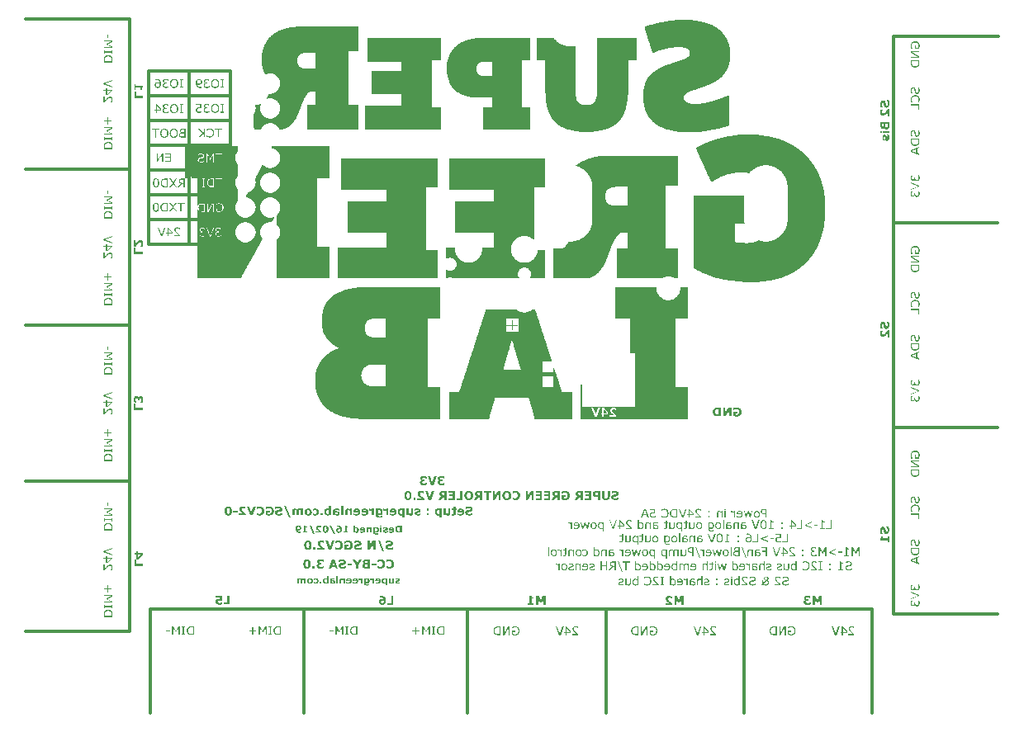
<source format=gbo>
%FSLAX25Y25*%
%MOIN*%
G70*
G01*
G75*
G04 Layer_Color=32896*
%ADD10C,0.00787*%
%ADD11R,0.02362X0.03543*%
%ADD12R,0.03543X0.02362*%
%ADD13R,0.07087X0.03543*%
%ADD14R,0.15354X0.07087*%
%ADD15R,0.21654X0.05118*%
%ADD16R,0.02756X0.02362*%
%ADD17R,0.03937X0.06693*%
%ADD18R,0.02165X0.00984*%
%ADD19R,0.02362X0.02756*%
%ADD20R,0.03827X0.03158*%
%ADD21R,0.06693X0.06693*%
%ADD22R,0.03150X0.01181*%
%ADD23R,0.01181X0.03150*%
%ADD24R,0.06102X0.02362*%
%ADD25R,0.03543X0.05906*%
%ADD26R,0.05906X0.03543*%
%ADD27R,0.19685X0.19685*%
%ADD28R,0.06693X0.14567*%
%ADD29R,0.07087X0.29528*%
%ADD30R,0.03937X0.03543*%
%ADD31R,0.01575X0.03150*%
%ADD32R,0.15354X0.24410*%
%ADD33R,0.12992X0.17323*%
%ADD34R,0.07087X0.15354*%
%ADD35R,0.05118X0.21654*%
%ADD36C,0.03150*%
%ADD37R,0.04921X0.04803*%
%ADD38R,0.02756X0.05118*%
%ADD39R,0.04724X0.13386*%
%ADD40R,0.02362X0.04134*%
%ADD41C,0.02362*%
%ADD42C,0.02559*%
%ADD43C,0.01181*%
%ADD44C,0.00984*%
%ADD45C,0.03543*%
%ADD46C,0.01575*%
%ADD47C,0.03150*%
%ADD48C,0.04724*%
%ADD49C,0.02756*%
%ADD50C,0.02165*%
%ADD51C,0.01772*%
%ADD52R,0.06200X0.09744*%
%ADD53R,0.06200X0.17300*%
%ADD54R,0.04035X0.13976*%
%ADD55R,0.13976X0.04035*%
%ADD56C,0.07874*%
%ADD57C,0.06299*%
%ADD58C,0.03543*%
%ADD59C,0.09055*%
%ADD60O,0.15748X0.29134*%
%ADD61C,0.11811*%
%ADD62C,0.02559*%
%ADD63C,0.04000*%
%ADD64C,0.10630*%
%ADD65C,0.06693*%
%ADD66C,0.12008*%
%ADD67O,0.18504X0.31890*%
%ADD68C,0.14567*%
%ADD69C,0.03543*%
%ADD70C,0.01969*%
%ADD71R,0.19685X0.11811*%
%ADD72R,0.11811X0.19685*%
%ADD73R,0.03937X0.03937*%
%ADD74R,0.19685X0.19685*%
%ADD75R,0.17421X0.08465*%
%ADD76R,0.17815X0.04429*%
%ADD77R,0.17815X0.04429*%
%ADD78R,0.17421X0.08465*%
%ADD79R,0.17815X0.04429*%
%ADD80R,0.17421X0.08465*%
%ADD81R,0.17421X0.08465*%
%ADD82R,0.17815X0.04429*%
%ADD83R,0.04429X0.17815*%
%ADD84R,0.04429X0.17815*%
%ADD85R,0.04429X0.16043*%
%ADD86R,0.17913X0.15157*%
%ADD87C,0.01000*%
%ADD88C,0.00100*%
%ADD89C,0.00394*%
%ADD90R,0.06299X0.06299*%
%ADD91R,0.15748X0.15748*%
%ADD92R,0.02756X0.03937*%
%ADD93R,0.03937X0.02756*%
%ADD94R,0.07480X0.03937*%
%ADD95R,0.15748X0.07480*%
%ADD96R,0.22047X0.05512*%
%ADD97R,0.03150X0.02756*%
%ADD98R,0.04331X0.07087*%
%ADD99R,0.02559X0.01378*%
%ADD100R,0.02756X0.03150*%
%ADD101R,0.04221X0.03551*%
%ADD102R,0.07087X0.07087*%
%ADD103R,0.03543X0.01575*%
%ADD104R,0.01575X0.03543*%
%ADD105R,0.06496X0.02756*%
%ADD106R,0.03937X0.06299*%
%ADD107R,0.06299X0.03937*%
%ADD108R,0.20079X0.20079*%
%ADD109R,0.07087X0.14961*%
%ADD110R,0.07480X0.29921*%
%ADD111R,0.04331X0.03937*%
%ADD112R,0.01969X0.03543*%
%ADD113R,0.15748X0.24803*%
%ADD114R,0.13386X0.17716*%
%ADD115R,0.07480X0.15748*%
%ADD116R,0.05512X0.22047*%
%ADD117R,0.05315X0.05197*%
%ADD118R,0.03150X0.05512*%
%ADD119R,0.05118X0.13780*%
%ADD120R,0.02756X0.04528*%
%ADD121C,0.08268*%
%ADD122C,0.03937*%
%ADD123C,0.09449*%
%ADD124O,0.16142X0.29528*%
%ADD125C,0.12205*%
%ADD126C,0.09843*%
%ADD127R,0.20079X0.12205*%
%ADD128R,0.12205X0.20079*%
%ADD129R,0.04331X0.04331*%
%ADD130R,0.20079X0.20079*%
%ADD131R,0.02378X0.08500*%
%ADD132R,0.14100X0.03100*%
%ADD133R,0.14100X0.04200*%
%ADD134R,0.12822X0.05000*%
%ADD135R,0.01778X0.31300*%
%ADD136R,0.16600X0.02800*%
%ADD137R,0.02572X0.12400*%
%ADD138R,0.18550X0.00900*%
G36*
X163066Y31884D02*
X163218Y31868D01*
X163355Y31846D01*
X163475Y31824D01*
X163530Y31813D01*
X163573Y31802D01*
X163617Y31791D01*
X163650Y31781D01*
X163677Y31770D01*
X163693Y31764D01*
X163704Y31759D01*
X163710D01*
X163835Y31704D01*
X163945Y31644D01*
X164043Y31584D01*
X164125Y31519D01*
X164190Y31464D01*
X164240Y31420D01*
X164272Y31393D01*
X164278Y31382D01*
X164283D01*
X164365Y31289D01*
X164436Y31191D01*
X164491Y31093D01*
X164540Y31000D01*
X164578Y30918D01*
X164605Y30852D01*
X164616Y30830D01*
X164622Y30814D01*
X164627Y30803D01*
Y30798D01*
X164665Y30667D01*
X164693Y30536D01*
X164709Y30405D01*
X164720Y30290D01*
X164731Y30186D01*
Y30148D01*
X164736Y30110D01*
Y30077D01*
Y30055D01*
Y30044D01*
Y30039D01*
X164731Y29919D01*
X164720Y29804D01*
X164704Y29689D01*
X164687Y29591D01*
X164671Y29504D01*
X164660Y29465D01*
X164654Y29438D01*
X164649Y29411D01*
X164644Y29395D01*
X164638Y29384D01*
Y29378D01*
X164600Y29253D01*
X164562Y29133D01*
X164523Y29029D01*
X164485Y28930D01*
X164458Y28854D01*
X164430Y28794D01*
X164420Y28772D01*
X164414Y28756D01*
X164409Y28750D01*
Y28745D01*
X162891D01*
Y30154D01*
X163306D01*
Y29209D01*
X164174D01*
X164223Y29345D01*
X164240Y29411D01*
X164256Y29476D01*
X164272Y29531D01*
X164283Y29575D01*
X164289Y29602D01*
Y29613D01*
X164316Y29777D01*
X164321Y29853D01*
X164327Y29924D01*
X164332Y29984D01*
Y30028D01*
Y30055D01*
Y30066D01*
X164327Y30181D01*
X164316Y30285D01*
X164299Y30383D01*
X164272Y30481D01*
X164245Y30568D01*
X164212Y30645D01*
X164179Y30721D01*
X164141Y30787D01*
X164108Y30847D01*
X164076Y30896D01*
X164043Y30940D01*
X164016Y30978D01*
X163988Y31005D01*
X163972Y31027D01*
X163961Y31038D01*
X163955Y31043D01*
X163879Y31109D01*
X163797Y31164D01*
X163715Y31213D01*
X163628Y31251D01*
X163535Y31289D01*
X163448Y31317D01*
X163278Y31360D01*
X163197Y31371D01*
X163126Y31382D01*
X163055Y31393D01*
X163000Y31398D01*
X162951Y31404D01*
X162885D01*
X162765Y31398D01*
X162656Y31387D01*
X162547Y31371D01*
X162449Y31349D01*
X162356Y31322D01*
X162274Y31295D01*
X162197Y31262D01*
X162126Y31229D01*
X162061Y31202D01*
X162006Y31169D01*
X161963Y31142D01*
X161924Y31114D01*
X161892Y31093D01*
X161870Y31076D01*
X161859Y31065D01*
X161853Y31060D01*
X161788Y30994D01*
X161728Y30918D01*
X161679Y30847D01*
X161630Y30770D01*
X161597Y30689D01*
X161564Y30612D01*
X161537Y30536D01*
X161520Y30459D01*
X161504Y30394D01*
X161493Y30328D01*
X161482Y30268D01*
X161477Y30219D01*
X161471Y30175D01*
Y30148D01*
Y30126D01*
Y30121D01*
Y30022D01*
X161477Y29935D01*
X161488Y29859D01*
X161493Y29788D01*
X161504Y29733D01*
X161515Y29689D01*
X161520Y29662D01*
Y29651D01*
X161537Y29575D01*
X161559Y29504D01*
X161580Y29444D01*
X161597Y29389D01*
X161613Y29340D01*
X161630Y29307D01*
X161635Y29285D01*
X161641Y29280D01*
X161695Y29182D01*
X161717Y29133D01*
X161744Y29094D01*
X161766Y29056D01*
X161782Y29029D01*
X161793Y29012D01*
X161799Y29007D01*
X161832Y28958D01*
X161859Y28914D01*
X161881Y28876D01*
X161903Y28843D01*
X161919Y28821D01*
X161930Y28805D01*
X161941Y28794D01*
Y28789D01*
Y28745D01*
X161389D01*
X161329Y28881D01*
X161275Y29007D01*
X161236Y29122D01*
X161198Y29225D01*
X161176Y29307D01*
X161165Y29340D01*
X161154Y29373D01*
X161149Y29395D01*
Y29411D01*
X161144Y29422D01*
Y29427D01*
X161116Y29542D01*
X161100Y29657D01*
X161084Y29755D01*
X161078Y29848D01*
X161073Y29930D01*
X161067Y29984D01*
Y30011D01*
Y30022D01*
Y30033D01*
Y30039D01*
X161073Y30197D01*
X161089Y30345D01*
X161111Y30487D01*
X161144Y30618D01*
X161182Y30738D01*
X161220Y30847D01*
X161269Y30951D01*
X161313Y31043D01*
X161357Y31125D01*
X161400Y31196D01*
X161444Y31256D01*
X161482Y31306D01*
X161515Y31349D01*
X161537Y31376D01*
X161553Y31393D01*
X161559Y31398D01*
X161657Y31486D01*
X161755Y31562D01*
X161864Y31628D01*
X161974Y31682D01*
X162088Y31731D01*
X162197Y31770D01*
X162307Y31802D01*
X162410Y31830D01*
X162509Y31846D01*
X162601Y31863D01*
X162683Y31873D01*
X162754Y31884D01*
X162814D01*
X162858Y31890D01*
X162896D01*
X163066Y31884D01*
D02*
G37*
G36*
X164665Y106082D02*
X164660Y105907D01*
X164654Y105754D01*
X164644Y105623D01*
X164638Y105563D01*
X164633Y105509D01*
X164627Y105460D01*
X164622Y105421D01*
X164616Y105383D01*
X164611Y105356D01*
X164605Y105334D01*
X164600Y105312D01*
Y105307D01*
Y105301D01*
X164573Y105192D01*
X164540Y105088D01*
X164502Y104996D01*
X164469Y104919D01*
X164436Y104854D01*
X164409Y104804D01*
X164392Y104772D01*
X164387Y104761D01*
X164299Y104635D01*
X164201Y104526D01*
X164097Y104433D01*
X163999Y104351D01*
X163917Y104286D01*
X163879Y104264D01*
X163846Y104242D01*
X163819Y104226D01*
X163797Y104215D01*
X163786Y104204D01*
X163781D01*
X163628Y104133D01*
X163480Y104078D01*
X163333Y104040D01*
X163197Y104018D01*
X163136Y104007D01*
X163082Y104002D01*
X163033Y103996D01*
X162989D01*
X162956Y103991D01*
X162907D01*
X162722Y104002D01*
X162552Y104024D01*
X162399Y104056D01*
X162334Y104073D01*
X162274Y104089D01*
X162214Y104111D01*
X162165Y104127D01*
X162126Y104144D01*
X162088Y104160D01*
X162061Y104176D01*
X162039Y104182D01*
X162028Y104193D01*
X162023D01*
X161886Y104275D01*
X161772Y104368D01*
X161668Y104461D01*
X161580Y104548D01*
X161515Y104630D01*
X161460Y104695D01*
X161444Y104723D01*
X161433Y104739D01*
X161422Y104750D01*
Y104755D01*
X161373Y104837D01*
X161335Y104925D01*
X161296Y105012D01*
X161269Y105094D01*
X161247Y105165D01*
X161231Y105225D01*
X161220Y105247D01*
Y105258D01*
X161215Y105269D01*
Y105274D01*
X161187Y105394D01*
X161171Y105531D01*
X161154Y105667D01*
X161149Y105798D01*
X161144Y105858D01*
Y105913D01*
X161138Y105962D01*
Y106006D01*
Y106044D01*
Y106071D01*
Y106088D01*
Y106093D01*
Y106972D01*
X164665D01*
Y106082D01*
D02*
G37*
G36*
Y23405D02*
X164660Y23230D01*
X164654Y23077D01*
X164644Y22946D01*
X164638Y22886D01*
X164633Y22832D01*
X164627Y22783D01*
X164622Y22744D01*
X164616Y22706D01*
X164611Y22679D01*
X164605Y22657D01*
X164600Y22635D01*
Y22630D01*
Y22624D01*
X164573Y22515D01*
X164540Y22411D01*
X164502Y22318D01*
X164469Y22242D01*
X164436Y22176D01*
X164409Y22127D01*
X164392Y22095D01*
X164387Y22084D01*
X164299Y21958D01*
X164201Y21849D01*
X164097Y21756D01*
X163999Y21674D01*
X163917Y21609D01*
X163879Y21587D01*
X163846Y21565D01*
X163819Y21549D01*
X163797Y21538D01*
X163786Y21527D01*
X163781D01*
X163628Y21456D01*
X163480Y21401D01*
X163333Y21363D01*
X163197Y21341D01*
X163136Y21330D01*
X163082Y21325D01*
X163033Y21319D01*
X162989D01*
X162956Y21314D01*
X162907D01*
X162722Y21325D01*
X162552Y21347D01*
X162399Y21379D01*
X162334Y21396D01*
X162274Y21412D01*
X162214Y21434D01*
X162165Y21450D01*
X162126Y21467D01*
X162088Y21483D01*
X162061Y21499D01*
X162039Y21505D01*
X162028Y21516D01*
X162023D01*
X161886Y21598D01*
X161772Y21690D01*
X161668Y21783D01*
X161580Y21871D01*
X161515Y21953D01*
X161460Y22018D01*
X161444Y22045D01*
X161433Y22062D01*
X161422Y22073D01*
Y22078D01*
X161373Y22160D01*
X161335Y22247D01*
X161296Y22335D01*
X161269Y22417D01*
X161247Y22488D01*
X161231Y22548D01*
X161220Y22569D01*
Y22580D01*
X161215Y22591D01*
Y22597D01*
X161187Y22717D01*
X161171Y22853D01*
X161154Y22990D01*
X161149Y23121D01*
X161144Y23181D01*
Y23236D01*
X161138Y23285D01*
Y23328D01*
Y23367D01*
Y23394D01*
Y23410D01*
Y23416D01*
Y24295D01*
X164665D01*
Y23405D01*
D02*
G37*
G36*
Y27489D02*
X161515D01*
X164665Y25818D01*
Y25234D01*
X161138D01*
Y25671D01*
X164021D01*
X161138Y27200D01*
Y27926D01*
X164665D01*
Y27489D01*
D02*
G37*
G36*
X-79461Y-84505D02*
X-80042D01*
X-81546Y-80939D01*
X-80956D01*
X-79461Y-84505D01*
D02*
G37*
G36*
X-71259D02*
X-71840D01*
X-73343Y-80939D01*
X-72753D01*
X-71259Y-84505D01*
D02*
G37*
G36*
X164665Y110166D02*
X161515D01*
X164665Y108495D01*
Y107911D01*
X161138D01*
Y108348D01*
X164021D01*
X161138Y109877D01*
Y110603D01*
X164665D01*
Y110166D01*
D02*
G37*
G36*
X163066Y114561D02*
X163218Y114545D01*
X163355Y114523D01*
X163475Y114501D01*
X163530Y114490D01*
X163573Y114480D01*
X163617Y114469D01*
X163650Y114458D01*
X163677Y114447D01*
X163693Y114441D01*
X163704Y114436D01*
X163710D01*
X163835Y114381D01*
X163945Y114321D01*
X164043Y114261D01*
X164125Y114196D01*
X164190Y114141D01*
X164240Y114097D01*
X164272Y114070D01*
X164278Y114059D01*
X164283D01*
X164365Y113966D01*
X164436Y113868D01*
X164491Y113770D01*
X164540Y113677D01*
X164578Y113595D01*
X164605Y113530D01*
X164616Y113508D01*
X164622Y113491D01*
X164627Y113480D01*
Y113475D01*
X164665Y113344D01*
X164693Y113213D01*
X164709Y113082D01*
X164720Y112967D01*
X164731Y112863D01*
Y112825D01*
X164736Y112787D01*
Y112754D01*
Y112732D01*
Y112722D01*
Y112716D01*
X164731Y112596D01*
X164720Y112481D01*
X164704Y112367D01*
X164687Y112268D01*
X164671Y112181D01*
X164660Y112143D01*
X164654Y112115D01*
X164649Y112088D01*
X164644Y112072D01*
X164638Y112061D01*
Y112055D01*
X164600Y111930D01*
X164562Y111810D01*
X164523Y111706D01*
X164485Y111608D01*
X164458Y111531D01*
X164430Y111471D01*
X164420Y111449D01*
X164414Y111433D01*
X164409Y111427D01*
Y111422D01*
X162891D01*
Y112831D01*
X163306D01*
Y111886D01*
X164174D01*
X164223Y112023D01*
X164240Y112088D01*
X164256Y112154D01*
X164272Y112208D01*
X164283Y112252D01*
X164289Y112279D01*
Y112290D01*
X164316Y112454D01*
X164321Y112530D01*
X164327Y112601D01*
X164332Y112661D01*
Y112705D01*
Y112732D01*
Y112743D01*
X164327Y112858D01*
X164316Y112962D01*
X164299Y113060D01*
X164272Y113158D01*
X164245Y113246D01*
X164212Y113322D01*
X164179Y113399D01*
X164141Y113464D01*
X164108Y113524D01*
X164076Y113573D01*
X164043Y113617D01*
X164016Y113655D01*
X163988Y113682D01*
X163972Y113704D01*
X163961Y113715D01*
X163955Y113721D01*
X163879Y113786D01*
X163797Y113841D01*
X163715Y113890D01*
X163628Y113928D01*
X163535Y113966D01*
X163448Y113994D01*
X163278Y114037D01*
X163197Y114048D01*
X163126Y114059D01*
X163055Y114070D01*
X163000Y114076D01*
X162951Y114081D01*
X162885D01*
X162765Y114076D01*
X162656Y114065D01*
X162547Y114048D01*
X162449Y114026D01*
X162356Y113999D01*
X162274Y113972D01*
X162197Y113939D01*
X162126Y113906D01*
X162061Y113879D01*
X162006Y113846D01*
X161963Y113819D01*
X161924Y113792D01*
X161892Y113770D01*
X161870Y113753D01*
X161859Y113742D01*
X161853Y113737D01*
X161788Y113672D01*
X161728Y113595D01*
X161679Y113524D01*
X161630Y113448D01*
X161597Y113366D01*
X161564Y113289D01*
X161537Y113213D01*
X161520Y113136D01*
X161504Y113071D01*
X161493Y113005D01*
X161482Y112945D01*
X161477Y112896D01*
X161471Y112853D01*
Y112825D01*
Y112803D01*
Y112798D01*
Y112700D01*
X161477Y112612D01*
X161488Y112536D01*
X161493Y112465D01*
X161504Y112410D01*
X161515Y112367D01*
X161520Y112339D01*
Y112328D01*
X161537Y112252D01*
X161559Y112181D01*
X161580Y112121D01*
X161597Y112066D01*
X161613Y112017D01*
X161630Y111984D01*
X161635Y111962D01*
X161641Y111957D01*
X161695Y111859D01*
X161717Y111810D01*
X161744Y111771D01*
X161766Y111733D01*
X161782Y111706D01*
X161793Y111689D01*
X161799Y111684D01*
X161832Y111635D01*
X161859Y111591D01*
X161881Y111553D01*
X161903Y111520D01*
X161919Y111498D01*
X161930Y111482D01*
X161941Y111471D01*
Y111466D01*
Y111422D01*
X161389D01*
X161329Y111558D01*
X161275Y111684D01*
X161236Y111799D01*
X161198Y111902D01*
X161176Y111984D01*
X161165Y112017D01*
X161154Y112050D01*
X161149Y112072D01*
Y112088D01*
X161144Y112099D01*
Y112104D01*
X161116Y112219D01*
X161100Y112334D01*
X161084Y112432D01*
X161078Y112525D01*
X161073Y112607D01*
X161067Y112661D01*
Y112689D01*
Y112700D01*
Y112710D01*
Y112716D01*
X161073Y112874D01*
X161089Y113022D01*
X161111Y113164D01*
X161144Y113295D01*
X161182Y113415D01*
X161220Y113524D01*
X161269Y113628D01*
X161313Y113721D01*
X161357Y113803D01*
X161400Y113874D01*
X161444Y113934D01*
X161482Y113983D01*
X161515Y114026D01*
X161537Y114054D01*
X161553Y114070D01*
X161559Y114076D01*
X161657Y114163D01*
X161755Y114239D01*
X161864Y114305D01*
X161974Y114359D01*
X162088Y114409D01*
X162197Y114447D01*
X162307Y114480D01*
X162410Y114507D01*
X162509Y114523D01*
X162601Y114540D01*
X162683Y114550D01*
X162754Y114561D01*
X162814D01*
X162858Y114567D01*
X162896D01*
X163066Y114561D01*
D02*
G37*
G36*
X152450Y80456D02*
X152444Y80319D01*
X152439Y80194D01*
X152428Y80090D01*
X152417Y79997D01*
X152406Y79921D01*
X152395Y79866D01*
X152390Y79850D01*
X152384Y79834D01*
Y79828D01*
Y79823D01*
X152357Y79730D01*
X152324Y79642D01*
X152286Y79566D01*
X152248Y79500D01*
X152215Y79440D01*
X152193Y79402D01*
X152171Y79375D01*
X152166Y79364D01*
X152111Y79298D01*
X152056Y79244D01*
X152002Y79195D01*
X151947Y79156D01*
X151904Y79124D01*
X151865Y79096D01*
X151844Y79085D01*
X151833Y79080D01*
X151756Y79047D01*
X151674Y79020D01*
X151598Y79004D01*
X151527Y78987D01*
X151467Y78982D01*
X151418Y78976D01*
X151374D01*
X151248Y78987D01*
X151134Y79009D01*
X151035Y79042D01*
X150959Y79080D01*
X150893Y79118D01*
X150844Y79151D01*
X150817Y79173D01*
X150806Y79184D01*
X150730Y79266D01*
X150670Y79353D01*
X150620Y79446D01*
X150582Y79533D01*
X150555Y79610D01*
X150533Y79675D01*
X150528Y79697D01*
Y79713D01*
X150522Y79724D01*
Y79730D01*
X150500D01*
X150457Y79642D01*
X150408Y79566D01*
X150353Y79500D01*
X150304Y79446D01*
X150260Y79402D01*
X150227Y79375D01*
X150206Y79353D01*
X150195Y79348D01*
X150118Y79304D01*
X150042Y79271D01*
X149965Y79244D01*
X149894Y79227D01*
X149834Y79216D01*
X149791Y79211D01*
X149747D01*
X149665Y79216D01*
X149589Y79227D01*
X149523Y79244D01*
X149468Y79260D01*
X149419Y79282D01*
X149381Y79298D01*
X149359Y79309D01*
X149354Y79315D01*
X149294Y79353D01*
X149239Y79402D01*
X149190Y79451D01*
X149152Y79500D01*
X149119Y79544D01*
X149097Y79577D01*
X149086Y79599D01*
X149081Y79610D01*
X149048Y79681D01*
X149021Y79752D01*
X148999Y79823D01*
X148983Y79877D01*
X148966Y79932D01*
X148961Y79970D01*
X148955Y79992D01*
Y80003D01*
X148950Y80041D01*
X148944Y80085D01*
X148933Y80183D01*
X148928Y80287D01*
Y80390D01*
X148922Y80483D01*
Y80527D01*
Y80560D01*
Y80587D01*
Y80614D01*
Y80625D01*
Y80631D01*
Y81996D01*
X152450D01*
Y80456D01*
D02*
G37*
G36*
Y84343D02*
X151772D01*
Y85932D01*
X151745Y85894D01*
X151707Y85845D01*
X151631Y85741D01*
X151598Y85698D01*
X151570Y85654D01*
X151549Y85632D01*
X151543Y85621D01*
X151412Y85463D01*
X151352Y85386D01*
X151297Y85321D01*
X151248Y85266D01*
X151210Y85228D01*
X151188Y85201D01*
X151177Y85190D01*
X151057Y85070D01*
X150943Y84966D01*
X150839Y84878D01*
X150746Y84802D01*
X150664Y84747D01*
X150604Y84709D01*
X150582Y84693D01*
X150566Y84682D01*
X150560Y84676D01*
X150555D01*
X150440Y84622D01*
X150331Y84578D01*
X150222Y84551D01*
X150124Y84529D01*
X150042Y84518D01*
X150009Y84513D01*
X149976Y84507D01*
X149922D01*
X149829Y84513D01*
X149741Y84524D01*
X149660Y84540D01*
X149583Y84562D01*
X149512Y84589D01*
X149447Y84616D01*
X149387Y84649D01*
X149332Y84682D01*
X149288Y84715D01*
X149244Y84747D01*
X149212Y84775D01*
X149179Y84802D01*
X149157Y84824D01*
X149141Y84840D01*
X149135Y84851D01*
X149130Y84857D01*
X149081Y84928D01*
X149037Y84999D01*
X148999Y85081D01*
X148966Y85163D01*
X148917Y85332D01*
X148884Y85496D01*
X148873Y85572D01*
X148868Y85643D01*
X148862Y85708D01*
X148857Y85763D01*
X148851Y85807D01*
Y85845D01*
Y85867D01*
Y85872D01*
X148857Y85992D01*
X148862Y86112D01*
X148873Y86227D01*
X148890Y86325D01*
X148906Y86413D01*
X148911Y86446D01*
X148917Y86473D01*
X148922Y86500D01*
Y86516D01*
X148928Y86527D01*
Y86533D01*
X148955Y86648D01*
X148983Y86746D01*
X149004Y86833D01*
X149026Y86899D01*
X149048Y86953D01*
X149064Y86992D01*
X149070Y87019D01*
X149075Y87024D01*
X149856D01*
Y86953D01*
X149763Y86795D01*
X149725Y86719D01*
X149692Y86653D01*
X149665Y86593D01*
X149643Y86544D01*
X149632Y86516D01*
X149627Y86506D01*
X149594Y86418D01*
X149572Y86331D01*
X149556Y86254D01*
X149545Y86184D01*
X149539Y86129D01*
X149534Y86085D01*
Y86058D01*
Y86047D01*
X149539Y85943D01*
X149556Y85850D01*
X149578Y85774D01*
X149599Y85714D01*
X149627Y85665D01*
X149649Y85627D01*
X149665Y85605D01*
X149670Y85599D01*
X149725Y85545D01*
X149785Y85506D01*
X149845Y85479D01*
X149905Y85463D01*
X149960Y85446D01*
X150004Y85441D01*
X150042D01*
X150118Y85446D01*
X150189Y85463D01*
X150260Y85479D01*
X150320Y85501D01*
X150375Y85528D01*
X150413Y85545D01*
X150440Y85561D01*
X150451Y85567D01*
X150528Y85616D01*
X150610Y85681D01*
X150691Y85747D01*
X150768Y85812D01*
X150833Y85872D01*
X150882Y85921D01*
X150904Y85943D01*
X150921Y85960D01*
X150926Y85965D01*
X150932Y85970D01*
X151008Y86047D01*
X151085Y86129D01*
X151155Y86216D01*
X151226Y86298D01*
X151287Y86369D01*
X151336Y86429D01*
X151352Y86451D01*
X151368Y86467D01*
X151374Y86478D01*
X151379Y86484D01*
X151472Y86604D01*
X151565Y86719D01*
X151647Y86822D01*
X151718Y86921D01*
X151778Y87002D01*
X151805Y87035D01*
X151827Y87063D01*
X151844Y87084D01*
X151854Y87101D01*
X151860Y87112D01*
X151865Y87117D01*
X152450D01*
Y84343D01*
D02*
G37*
G36*
X149414Y77464D02*
X148764D01*
Y78365D01*
X149414D01*
Y77464D01*
D02*
G37*
G36*
X152450Y77486D02*
X149791D01*
Y78343D01*
X152450D01*
Y77486D01*
D02*
G37*
G36*
X164665Y-55188D02*
X161515D01*
X164665Y-56859D01*
Y-57443D01*
X161138D01*
Y-57006D01*
X164021D01*
X161138Y-55477D01*
Y-54751D01*
X164665D01*
Y-55188D01*
D02*
G37*
G36*
X163066Y-50793D02*
X163218Y-50809D01*
X163355Y-50831D01*
X163475Y-50853D01*
X163530Y-50864D01*
X163573Y-50875D01*
X163617Y-50886D01*
X163650Y-50897D01*
X163677Y-50907D01*
X163693Y-50913D01*
X163704Y-50919D01*
X163710D01*
X163835Y-50973D01*
X163945Y-51033D01*
X164043Y-51093D01*
X164125Y-51159D01*
X164190Y-51213D01*
X164240Y-51257D01*
X164272Y-51284D01*
X164278Y-51295D01*
X164283D01*
X164365Y-51388D01*
X164436Y-51486D01*
X164491Y-51585D01*
X164540Y-51677D01*
X164578Y-51759D01*
X164605Y-51825D01*
X164616Y-51847D01*
X164622Y-51863D01*
X164627Y-51874D01*
Y-51879D01*
X164665Y-52011D01*
X164693Y-52141D01*
X164709Y-52272D01*
X164720Y-52387D01*
X164731Y-52491D01*
Y-52529D01*
X164736Y-52567D01*
Y-52600D01*
Y-52622D01*
Y-52633D01*
Y-52638D01*
X164731Y-52759D01*
X164720Y-52873D01*
X164704Y-52988D01*
X164687Y-53086D01*
X164671Y-53173D01*
X164660Y-53212D01*
X164654Y-53239D01*
X164649Y-53266D01*
X164644Y-53283D01*
X164638Y-53294D01*
Y-53299D01*
X164600Y-53425D01*
X164562Y-53545D01*
X164523Y-53649D01*
X164485Y-53747D01*
X164458Y-53823D01*
X164430Y-53883D01*
X164420Y-53905D01*
X164414Y-53922D01*
X164409Y-53927D01*
Y-53932D01*
X162891D01*
Y-52524D01*
X163306D01*
Y-53468D01*
X164174D01*
X164223Y-53332D01*
X164240Y-53266D01*
X164256Y-53201D01*
X164272Y-53146D01*
X164283Y-53102D01*
X164289Y-53075D01*
Y-53064D01*
X164316Y-52900D01*
X164321Y-52824D01*
X164327Y-52753D01*
X164332Y-52693D01*
Y-52649D01*
Y-52622D01*
Y-52611D01*
X164327Y-52496D01*
X164316Y-52393D01*
X164299Y-52294D01*
X164272Y-52196D01*
X164245Y-52109D01*
X164212Y-52032D01*
X164179Y-51956D01*
X164141Y-51890D01*
X164108Y-51830D01*
X164076Y-51781D01*
X164043Y-51737D01*
X164016Y-51699D01*
X163988Y-51672D01*
X163972Y-51650D01*
X163961Y-51639D01*
X163955Y-51634D01*
X163879Y-51568D01*
X163797Y-51514D01*
X163715Y-51464D01*
X163628Y-51426D01*
X163535Y-51388D01*
X163448Y-51361D01*
X163278Y-51317D01*
X163197Y-51306D01*
X163126Y-51295D01*
X163055Y-51284D01*
X163000Y-51279D01*
X162951Y-51273D01*
X162885D01*
X162765Y-51279D01*
X162656Y-51290D01*
X162547Y-51306D01*
X162449Y-51328D01*
X162356Y-51355D01*
X162274Y-51383D01*
X162197Y-51415D01*
X162126Y-51448D01*
X162061Y-51475D01*
X162006Y-51508D01*
X161963Y-51535D01*
X161924Y-51563D01*
X161892Y-51585D01*
X161870Y-51601D01*
X161859Y-51612D01*
X161853Y-51617D01*
X161788Y-51683D01*
X161728Y-51759D01*
X161679Y-51830D01*
X161630Y-51907D01*
X161597Y-51989D01*
X161564Y-52065D01*
X161537Y-52141D01*
X161520Y-52218D01*
X161504Y-52284D01*
X161493Y-52349D01*
X161482Y-52409D01*
X161477Y-52458D01*
X161471Y-52502D01*
Y-52529D01*
Y-52551D01*
Y-52556D01*
Y-52655D01*
X161477Y-52742D01*
X161488Y-52819D01*
X161493Y-52890D01*
X161504Y-52944D01*
X161515Y-52988D01*
X161520Y-53015D01*
Y-53026D01*
X161537Y-53102D01*
X161559Y-53173D01*
X161580Y-53233D01*
X161597Y-53288D01*
X161613Y-53337D01*
X161630Y-53370D01*
X161635Y-53392D01*
X161641Y-53397D01*
X161695Y-53496D01*
X161717Y-53545D01*
X161744Y-53583D01*
X161766Y-53621D01*
X161782Y-53649D01*
X161793Y-53665D01*
X161799Y-53670D01*
X161832Y-53719D01*
X161859Y-53763D01*
X161881Y-53801D01*
X161903Y-53834D01*
X161919Y-53856D01*
X161930Y-53872D01*
X161941Y-53883D01*
Y-53889D01*
Y-53932D01*
X161389D01*
X161329Y-53796D01*
X161275Y-53670D01*
X161236Y-53556D01*
X161198Y-53452D01*
X161176Y-53370D01*
X161165Y-53337D01*
X161154Y-53304D01*
X161149Y-53283D01*
Y-53266D01*
X161144Y-53255D01*
Y-53250D01*
X161116Y-53135D01*
X161100Y-53021D01*
X161084Y-52922D01*
X161078Y-52829D01*
X161073Y-52748D01*
X161067Y-52693D01*
Y-52666D01*
Y-52655D01*
Y-52644D01*
Y-52638D01*
X161073Y-52480D01*
X161089Y-52333D01*
X161111Y-52191D01*
X161144Y-52060D01*
X161182Y-51939D01*
X161220Y-51830D01*
X161269Y-51727D01*
X161313Y-51634D01*
X161357Y-51552D01*
X161400Y-51481D01*
X161444Y-51421D01*
X161482Y-51372D01*
X161515Y-51328D01*
X161537Y-51301D01*
X161553Y-51284D01*
X161559Y-51279D01*
X161657Y-51191D01*
X161755Y-51115D01*
X161864Y-51050D01*
X161974Y-50995D01*
X162088Y-50946D01*
X162197Y-50907D01*
X162307Y-50875D01*
X162410Y-50848D01*
X162509Y-50831D01*
X162601Y-50815D01*
X162683Y-50804D01*
X162754Y-50793D01*
X162814D01*
X162858Y-50787D01*
X162896D01*
X163066Y-50793D01*
D02*
G37*
G36*
X152324Y90535D02*
X152357Y90431D01*
X152384Y90338D01*
X152406Y90257D01*
X152422Y90197D01*
X152433Y90175D01*
Y90158D01*
X152439Y90147D01*
Y90142D01*
X152466Y90016D01*
X152482Y89885D01*
X152499Y89754D01*
X152504Y89634D01*
X152510Y89530D01*
X152515Y89487D01*
Y89449D01*
Y89421D01*
Y89399D01*
Y89383D01*
Y89378D01*
X152510Y89241D01*
X152499Y89110D01*
X152488Y88985D01*
X152466Y88870D01*
X152439Y88761D01*
X152411Y88662D01*
X152384Y88575D01*
X152351Y88493D01*
X152324Y88422D01*
X152297Y88357D01*
X152269Y88302D01*
X152242Y88258D01*
X152220Y88220D01*
X152209Y88198D01*
X152198Y88182D01*
X152193Y88176D01*
X152127Y88100D01*
X152062Y88029D01*
X151991Y87969D01*
X151920Y87920D01*
X151849Y87876D01*
X151778Y87838D01*
X151713Y87811D01*
X151641Y87783D01*
X151581Y87767D01*
X151527Y87751D01*
X151472Y87740D01*
X151428Y87734D01*
X151390D01*
X151363Y87729D01*
X151341D01*
X151210Y87740D01*
X151095Y87761D01*
X150992Y87789D01*
X150904Y87827D01*
X150839Y87865D01*
X150790Y87892D01*
X150757Y87914D01*
X150746Y87925D01*
X150664Y88007D01*
X150593Y88100D01*
X150533Y88198D01*
X150478Y88297D01*
X150440Y88384D01*
X150424Y88428D01*
X150408Y88460D01*
X150397Y88488D01*
X150391Y88509D01*
X150386Y88520D01*
Y88526D01*
X150364Y88602D01*
X150342Y88673D01*
X150326Y88739D01*
X150309Y88799D01*
X150298Y88848D01*
X150287Y88881D01*
X150282Y88902D01*
Y88914D01*
X150255Y89044D01*
X150238Y89110D01*
X150227Y89165D01*
X150216Y89214D01*
X150206Y89252D01*
X150200Y89274D01*
Y89285D01*
X150178Y89389D01*
X150156Y89470D01*
X150135Y89541D01*
X150113Y89596D01*
X150096Y89640D01*
X150080Y89667D01*
X150075Y89683D01*
X150069Y89689D01*
X150036Y89722D01*
X150004Y89749D01*
X149965Y89765D01*
X149933Y89782D01*
X149900Y89787D01*
X149872Y89793D01*
X149851D01*
X149818Y89787D01*
X149785Y89782D01*
X149736Y89760D01*
X149714Y89749D01*
X149698Y89738D01*
X149692Y89727D01*
X149687D01*
X149638Y89672D01*
X149605Y89623D01*
X149594Y89601D01*
X149583Y89585D01*
X149578Y89574D01*
Y89569D01*
X149550Y89492D01*
X149529Y89421D01*
X149523Y89394D01*
Y89372D01*
X149518Y89361D01*
Y89356D01*
X149507Y89274D01*
X149501Y89197D01*
Y89170D01*
Y89148D01*
Y89132D01*
Y89126D01*
X149507Y89006D01*
X149518Y88892D01*
X149539Y88782D01*
X149556Y88690D01*
X149578Y88608D01*
X149589Y88575D01*
X149599Y88548D01*
X149605Y88526D01*
X149610Y88509D01*
X149616Y88499D01*
Y88493D01*
X149660Y88378D01*
X149709Y88280D01*
X149758Y88193D01*
X149802Y88116D01*
X149840Y88051D01*
X149872Y88007D01*
X149894Y87980D01*
X149900Y87969D01*
Y87871D01*
X149092D01*
X149053Y87969D01*
X149021Y88067D01*
X148993Y88171D01*
X148966Y88264D01*
X148950Y88346D01*
X148939Y88378D01*
X148933Y88406D01*
X148928Y88433D01*
Y88449D01*
X148922Y88460D01*
Y88466D01*
X148901Y88591D01*
X148879Y88717D01*
X148868Y88832D01*
X148862Y88935D01*
X148857Y89023D01*
X148851Y89055D01*
Y89088D01*
Y89116D01*
Y89132D01*
Y89143D01*
Y89148D01*
X148857Y89274D01*
X148862Y89399D01*
X148879Y89514D01*
X148901Y89623D01*
X148922Y89722D01*
X148950Y89814D01*
X148983Y89902D01*
X149010Y89978D01*
X149037Y90049D01*
X149070Y90115D01*
X149097Y90164D01*
X149119Y90207D01*
X149141Y90246D01*
X149152Y90268D01*
X149163Y90284D01*
X149168Y90289D01*
X149228Y90366D01*
X149294Y90431D01*
X149359Y90491D01*
X149425Y90540D01*
X149490Y90584D01*
X149561Y90617D01*
X149621Y90650D01*
X149687Y90672D01*
X149747Y90688D01*
X149796Y90704D01*
X149845Y90715D01*
X149889Y90721D01*
X149922D01*
X149949Y90726D01*
X149971D01*
X150102Y90715D01*
X150222Y90693D01*
X150331Y90666D01*
X150418Y90628D01*
X150495Y90595D01*
X150549Y90562D01*
X150566Y90552D01*
X150582Y90540D01*
X150588Y90535D01*
X150593D01*
X150637Y90497D01*
X150680Y90453D01*
X150757Y90350D01*
X150822Y90246D01*
X150877Y90136D01*
X150921Y90044D01*
X150943Y90000D01*
X150953Y89962D01*
X150964Y89934D01*
X150975Y89913D01*
X150981Y89896D01*
Y89891D01*
X151024Y89743D01*
X151046Y89672D01*
X151057Y89607D01*
X151074Y89558D01*
X151085Y89514D01*
X151090Y89487D01*
Y89476D01*
X151106Y89394D01*
X151117Y89312D01*
X151134Y89241D01*
X151150Y89181D01*
X151161Y89126D01*
X151166Y89083D01*
X151177Y89061D01*
Y89050D01*
X151194Y88985D01*
X151216Y88924D01*
X151237Y88881D01*
X151259Y88837D01*
X151276Y88804D01*
X151292Y88782D01*
X151303Y88771D01*
X151308Y88766D01*
X151341Y88733D01*
X151374Y88706D01*
X151407Y88690D01*
X151439Y88673D01*
X151467Y88668D01*
X151483Y88662D01*
X151505D01*
X151549Y88668D01*
X151587Y88673D01*
X151620Y88684D01*
X151647Y88695D01*
X151669Y88712D01*
X151685Y88722D01*
X151691Y88728D01*
X151696Y88733D01*
X151740Y88788D01*
X151772Y88842D01*
X151789Y88864D01*
X151800Y88886D01*
X151805Y88897D01*
Y88902D01*
X151827Y88973D01*
X151844Y89044D01*
X151849Y89077D01*
Y89105D01*
X151854Y89121D01*
Y89126D01*
X151860Y89175D01*
Y89219D01*
Y89257D01*
X151865Y89285D01*
Y89312D01*
Y89328D01*
Y89339D01*
Y89345D01*
X151860Y89465D01*
X151849Y89585D01*
X151827Y89700D01*
X151805Y89803D01*
X151783Y89891D01*
X151772Y89924D01*
X151762Y89956D01*
X151756Y89984D01*
X151751Y90000D01*
X151745Y90011D01*
Y90016D01*
X151696Y90142D01*
X151641Y90262D01*
X151581Y90371D01*
X151527Y90464D01*
X151472Y90540D01*
X151434Y90601D01*
X151418Y90623D01*
X151407Y90639D01*
X151396Y90644D01*
Y90650D01*
Y90748D01*
X152248D01*
X152324Y90535D01*
D02*
G37*
G36*
X164665Y-59272D02*
X164660Y-59447D01*
X164654Y-59600D01*
X164644Y-59731D01*
X164638Y-59791D01*
X164633Y-59846D01*
X164627Y-59895D01*
X164622Y-59933D01*
X164616Y-59971D01*
X164611Y-59998D01*
X164605Y-60020D01*
X164600Y-60042D01*
Y-60048D01*
Y-60053D01*
X164573Y-60162D01*
X164540Y-60266D01*
X164502Y-60359D01*
X164469Y-60435D01*
X164436Y-60501D01*
X164409Y-60550D01*
X164392Y-60583D01*
X164387Y-60594D01*
X164299Y-60719D01*
X164201Y-60828D01*
X164097Y-60921D01*
X163999Y-61003D01*
X163917Y-61069D01*
X163879Y-61090D01*
X163846Y-61112D01*
X163819Y-61129D01*
X163797Y-61140D01*
X163786Y-61150D01*
X163781D01*
X163628Y-61221D01*
X163480Y-61276D01*
X163333Y-61314D01*
X163197Y-61336D01*
X163136Y-61347D01*
X163082Y-61352D01*
X163033Y-61358D01*
X162989D01*
X162956Y-61363D01*
X162907D01*
X162722Y-61352D01*
X162552Y-61331D01*
X162399Y-61298D01*
X162334Y-61282D01*
X162274Y-61265D01*
X162214Y-61243D01*
X162165Y-61227D01*
X162126Y-61211D01*
X162088Y-61194D01*
X162061Y-61178D01*
X162039Y-61172D01*
X162028Y-61161D01*
X162023D01*
X161886Y-61080D01*
X161772Y-60987D01*
X161668Y-60894D01*
X161580Y-60807D01*
X161515Y-60725D01*
X161460Y-60659D01*
X161444Y-60632D01*
X161433Y-60615D01*
X161422Y-60605D01*
Y-60599D01*
X161373Y-60517D01*
X161335Y-60430D01*
X161296Y-60342D01*
X161269Y-60260D01*
X161247Y-60189D01*
X161231Y-60129D01*
X161220Y-60108D01*
Y-60097D01*
X161215Y-60086D01*
Y-60080D01*
X161187Y-59960D01*
X161171Y-59824D01*
X161154Y-59687D01*
X161149Y-59556D01*
X161144Y-59496D01*
Y-59442D01*
X161138Y-59392D01*
Y-59349D01*
Y-59311D01*
Y-59283D01*
Y-59267D01*
Y-59261D01*
Y-58382D01*
X164665D01*
Y-59272D01*
D02*
G37*
G36*
X-74973Y-81014D02*
X-74868Y-81022D01*
X-74777Y-81040D01*
X-74702Y-81057D01*
X-74637Y-81075D01*
X-74610Y-81084D01*
X-74589Y-81092D01*
X-74571Y-81097D01*
X-74558Y-81101D01*
X-74554Y-81105D01*
X-74549D01*
X-74471Y-81145D01*
X-74401Y-81188D01*
X-74335Y-81232D01*
X-74283Y-81276D01*
X-74243Y-81319D01*
X-74213Y-81350D01*
X-74195Y-81372D01*
X-74186Y-81381D01*
X-74138Y-81455D01*
X-74095Y-81534D01*
X-74060Y-81608D01*
X-74034Y-81682D01*
X-74007Y-81743D01*
X-73994Y-81796D01*
X-73990Y-81813D01*
X-73985Y-81826D01*
X-73981Y-81835D01*
Y-81840D01*
X-73959Y-81944D01*
X-73946Y-82054D01*
X-73933Y-82158D01*
X-73929Y-82259D01*
X-73924Y-82307D01*
Y-82346D01*
X-73920Y-82386D01*
Y-82416D01*
Y-82442D01*
Y-82460D01*
Y-82473D01*
Y-82477D01*
X-73924Y-82609D01*
X-73929Y-82727D01*
X-73937Y-82836D01*
X-73951Y-82928D01*
X-73955Y-82967D01*
X-73964Y-83006D01*
X-73968Y-83037D01*
X-73972Y-83063D01*
X-73977Y-83085D01*
Y-83098D01*
X-73981Y-83107D01*
Y-83111D01*
X-74007Y-83212D01*
X-74038Y-83299D01*
X-74073Y-83378D01*
X-74103Y-83448D01*
X-74134Y-83500D01*
X-74160Y-83539D01*
X-74178Y-83566D01*
X-74182Y-83570D01*
Y-83574D01*
X-74239Y-83640D01*
X-74300Y-83697D01*
X-74357Y-83745D01*
X-74418Y-83784D01*
X-74466Y-83815D01*
X-74510Y-83837D01*
X-74536Y-83850D01*
X-74541Y-83854D01*
X-74545D01*
X-74632Y-83885D01*
X-74724Y-83907D01*
X-74816Y-83924D01*
X-74899Y-83933D01*
X-74973Y-83941D01*
X-75008D01*
X-75034Y-83946D01*
X-75087D01*
X-75200Y-83941D01*
X-75305Y-83933D01*
X-75397Y-83915D01*
X-75476Y-83898D01*
X-75537Y-83885D01*
X-75563Y-83876D01*
X-75585Y-83867D01*
X-75602Y-83863D01*
X-75616Y-83858D01*
X-75620Y-83854D01*
X-75624D01*
X-75703Y-83815D01*
X-75777Y-83771D01*
X-75838Y-83727D01*
X-75891Y-83684D01*
X-75930Y-83640D01*
X-75961Y-83609D01*
X-75983Y-83587D01*
X-75987Y-83579D01*
X-76035Y-83504D01*
X-76074Y-83430D01*
X-76109Y-83351D01*
X-76140Y-83277D01*
X-76162Y-83212D01*
X-76175Y-83164D01*
X-76179Y-83142D01*
X-76184Y-83129D01*
X-76188Y-83120D01*
Y-83116D01*
X-76210Y-83006D01*
X-76227Y-82897D01*
X-76236Y-82792D01*
X-76245Y-82692D01*
X-76249Y-82648D01*
Y-82604D01*
X-76254Y-82569D01*
Y-82539D01*
Y-82512D01*
Y-82495D01*
Y-82482D01*
Y-82477D01*
X-76249Y-82351D01*
X-76245Y-82228D01*
X-76232Y-82124D01*
X-76223Y-82032D01*
X-76214Y-81992D01*
X-76210Y-81957D01*
X-76205Y-81927D01*
X-76197Y-81901D01*
X-76192Y-81879D01*
Y-81866D01*
X-76188Y-81857D01*
Y-81853D01*
X-76162Y-81752D01*
X-76131Y-81665D01*
X-76096Y-81586D01*
X-76066Y-81520D01*
X-76035Y-81468D01*
X-76009Y-81429D01*
X-75991Y-81402D01*
X-75987Y-81394D01*
X-75930Y-81324D01*
X-75873Y-81267D01*
X-75812Y-81219D01*
X-75755Y-81175D01*
X-75707Y-81145D01*
X-75664Y-81123D01*
X-75637Y-81110D01*
X-75633Y-81105D01*
X-75629D01*
X-75541Y-81075D01*
X-75454Y-81049D01*
X-75362Y-81031D01*
X-75275Y-81022D01*
X-75200Y-81014D01*
X-75170D01*
X-75139Y-81009D01*
X-75087D01*
X-74973Y-81014D01*
D02*
G37*
G36*
X-69921D02*
X-69786Y-81027D01*
X-69664Y-81049D01*
X-69611Y-81057D01*
X-69563Y-81066D01*
X-69519Y-81079D01*
X-69480Y-81088D01*
X-69445Y-81101D01*
X-69415Y-81110D01*
X-69393Y-81114D01*
X-69375Y-81123D01*
X-69366Y-81127D01*
X-69362D01*
X-69257Y-81175D01*
X-69161Y-81228D01*
X-69078Y-81284D01*
X-69012Y-81337D01*
X-68956Y-81385D01*
X-68916Y-81424D01*
X-68890Y-81450D01*
X-68886Y-81455D01*
X-68881Y-81459D01*
X-68816Y-81547D01*
X-68755Y-81634D01*
X-68707Y-81717D01*
X-68672Y-81800D01*
X-68641Y-81866D01*
X-68628Y-81896D01*
X-68619Y-81923D01*
X-68610Y-81944D01*
X-68606Y-81957D01*
X-68602Y-81966D01*
Y-81971D01*
X-68576Y-82080D01*
X-68554Y-82193D01*
X-68541Y-82307D01*
X-68527Y-82408D01*
Y-82456D01*
X-68523Y-82499D01*
Y-82534D01*
X-68519Y-82569D01*
Y-82595D01*
Y-82613D01*
Y-82626D01*
Y-82630D01*
X-68523Y-82762D01*
X-68532Y-82880D01*
X-68545Y-82984D01*
X-68562Y-83072D01*
X-68571Y-83111D01*
X-68580Y-83146D01*
X-68584Y-83177D01*
X-68593Y-83198D01*
X-68597Y-83220D01*
X-68602Y-83233D01*
X-68606Y-83242D01*
Y-83247D01*
X-68645Y-83338D01*
X-68685Y-83421D01*
X-68733Y-83491D01*
X-68772Y-83552D01*
X-68812Y-83601D01*
X-68842Y-83635D01*
X-68864Y-83657D01*
X-68873Y-83666D01*
X-68929Y-83719D01*
X-68991Y-83762D01*
X-69052Y-83797D01*
X-69109Y-83828D01*
X-69157Y-83850D01*
X-69196Y-83867D01*
X-69222Y-83876D01*
X-69227Y-83880D01*
X-69231D01*
X-69310Y-83902D01*
X-69393Y-83920D01*
X-69471Y-83928D01*
X-69541Y-83937D01*
X-69602Y-83941D01*
X-69651Y-83946D01*
X-69694D01*
X-69790Y-83941D01*
X-69882Y-83933D01*
X-69961Y-83924D01*
X-70031Y-83911D01*
X-70087Y-83898D01*
X-70131Y-83885D01*
X-70157Y-83880D01*
X-70162Y-83876D01*
X-70166D01*
X-70240Y-83845D01*
X-70310Y-83810D01*
X-70372Y-83775D01*
X-70424Y-83740D01*
X-70463Y-83710D01*
X-70498Y-83684D01*
X-70516Y-83666D01*
X-70525Y-83662D01*
X-70577Y-83609D01*
X-70621Y-83557D01*
X-70660Y-83500D01*
X-70691Y-83452D01*
X-70717Y-83404D01*
X-70734Y-83369D01*
X-70743Y-83347D01*
X-70747Y-83338D01*
X-70774Y-83264D01*
X-70795Y-83194D01*
X-70809Y-83124D01*
X-70822Y-83059D01*
X-70826Y-83006D01*
X-70830Y-82963D01*
Y-82949D01*
Y-82936D01*
Y-82932D01*
Y-82928D01*
X-70826Y-82827D01*
X-70817Y-82735D01*
X-70800Y-82657D01*
X-70782Y-82591D01*
X-70765Y-82539D01*
X-70747Y-82499D01*
X-70739Y-82473D01*
X-70734Y-82464D01*
X-70695Y-82399D01*
X-70656Y-82338D01*
X-70612Y-82290D01*
X-70573Y-82246D01*
X-70538Y-82211D01*
X-70507Y-82189D01*
X-70490Y-82172D01*
X-70481Y-82167D01*
X-70389Y-82115D01*
X-70345Y-82093D01*
X-70306Y-82075D01*
X-70271Y-82062D01*
X-70240Y-82054D01*
X-70223Y-82045D01*
X-70219D01*
X-70114Y-82023D01*
X-70061Y-82014D01*
X-70013Y-82010D01*
X-69974Y-82006D01*
X-69913D01*
X-69843Y-82010D01*
X-69777Y-82014D01*
X-69720Y-82023D01*
X-69668Y-82032D01*
X-69624Y-82045D01*
X-69589Y-82054D01*
X-69572Y-82058D01*
X-69563Y-82062D01*
X-69502Y-82084D01*
X-69445Y-82106D01*
X-69393Y-82128D01*
X-69349Y-82150D01*
X-69310Y-82172D01*
X-69279Y-82189D01*
X-69262Y-82198D01*
X-69253Y-82202D01*
X-69275Y-82089D01*
X-69310Y-81988D01*
X-69349Y-81905D01*
X-69393Y-81835D01*
X-69432Y-81778D01*
X-69467Y-81739D01*
X-69489Y-81713D01*
X-69498Y-81704D01*
X-69581Y-81643D01*
X-69672Y-81599D01*
X-69769Y-81568D01*
X-69860Y-81547D01*
X-69939Y-81534D01*
X-69974Y-81529D01*
X-70004D01*
X-70031Y-81525D01*
X-70122D01*
X-70175Y-81529D01*
X-70219Y-81534D01*
X-70262Y-81542D01*
X-70293Y-81547D01*
X-70319Y-81555D01*
X-70337Y-81560D01*
X-70341D01*
X-70385Y-81568D01*
X-70420Y-81582D01*
X-70450Y-81590D01*
X-70476Y-81599D01*
X-70494Y-81603D01*
X-70507Y-81608D01*
X-70511Y-81612D01*
X-70590D01*
Y-81057D01*
X-70564Y-81053D01*
X-70533Y-81049D01*
X-70463Y-81040D01*
X-70428Y-81035D01*
X-70398D01*
X-70380Y-81031D01*
X-70372D01*
X-70310Y-81022D01*
X-70258Y-81018D01*
X-70205Y-81014D01*
X-70162D01*
X-70122Y-81009D01*
X-70070D01*
X-69921Y-81014D01*
D02*
G37*
G36*
X-54456Y-81700D02*
X-54386Y-81708D01*
X-54321Y-81717D01*
X-54268Y-81730D01*
X-54220Y-81748D01*
X-54181Y-81756D01*
X-54159Y-81765D01*
X-54150Y-81770D01*
X-54085Y-81800D01*
X-54023Y-81835D01*
X-53971Y-81870D01*
X-53927Y-81901D01*
X-53888Y-81931D01*
X-53862Y-81957D01*
X-53844Y-81975D01*
X-53840Y-81979D01*
X-53792Y-82032D01*
X-53748Y-82089D01*
X-53713Y-82145D01*
X-53683Y-82198D01*
X-53661Y-82241D01*
X-53643Y-82281D01*
X-53634Y-82303D01*
X-53630Y-82307D01*
Y-82311D01*
X-53608Y-82386D01*
X-53591Y-82464D01*
X-53578Y-82543D01*
X-53569Y-82613D01*
X-53565Y-82674D01*
X-53560Y-82727D01*
Y-82744D01*
Y-82757D01*
Y-82766D01*
Y-82770D01*
X-53565Y-82871D01*
X-53569Y-82963D01*
X-53582Y-83050D01*
X-53600Y-83129D01*
X-53617Y-83203D01*
X-53634Y-83273D01*
X-53656Y-83334D01*
X-53683Y-83386D01*
X-53704Y-83434D01*
X-53726Y-83478D01*
X-53744Y-83513D01*
X-53761Y-83539D01*
X-53779Y-83561D01*
X-53792Y-83579D01*
X-53796Y-83587D01*
X-53800Y-83592D01*
X-53849Y-83640D01*
X-53901Y-83679D01*
X-53953Y-83714D01*
X-54010Y-83745D01*
X-54067Y-83771D01*
X-54128Y-83793D01*
X-54238Y-83823D01*
X-54290Y-83837D01*
X-54338Y-83845D01*
X-54382Y-83850D01*
X-54417Y-83854D01*
X-54447Y-83858D01*
X-54491D01*
X-54561Y-83854D01*
X-54622Y-83850D01*
X-54679Y-83841D01*
X-54731Y-83828D01*
X-54771Y-83819D01*
X-54801Y-83810D01*
X-54819Y-83806D01*
X-54827Y-83802D01*
X-54884Y-83780D01*
X-54932Y-83754D01*
X-54980Y-83727D01*
X-55020Y-83701D01*
X-55055Y-83675D01*
X-55081Y-83657D01*
X-55098Y-83644D01*
X-55103Y-83640D01*
Y-83684D01*
Y-83732D01*
X-55098Y-83775D01*
X-55094Y-83810D01*
X-55090Y-83845D01*
X-55081Y-83872D01*
X-55076Y-83889D01*
X-55072Y-83902D01*
Y-83907D01*
X-55050Y-83972D01*
X-55033Y-83998D01*
X-55020Y-84020D01*
X-55007Y-84038D01*
X-54998Y-84051D01*
X-54993Y-84059D01*
X-54989Y-84064D01*
X-54963Y-84086D01*
X-54932Y-84103D01*
X-54871Y-84134D01*
X-54845Y-84147D01*
X-54823Y-84151D01*
X-54810Y-84160D01*
X-54806D01*
X-54757Y-84173D01*
X-54710Y-84182D01*
X-54657Y-84190D01*
X-54609Y-84195D01*
X-54565D01*
X-54530Y-84199D01*
X-54500D01*
X-54386Y-84190D01*
X-54334Y-84186D01*
X-54281Y-84177D01*
X-54238Y-84169D01*
X-54203Y-84164D01*
X-54181Y-84156D01*
X-54172D01*
X-54106Y-84142D01*
X-54050Y-84125D01*
X-53997Y-84112D01*
X-53953Y-84099D01*
X-53918Y-84086D01*
X-53892Y-84077D01*
X-53875Y-84068D01*
X-53787D01*
Y-84601D01*
X-53849Y-84614D01*
X-53914Y-84627D01*
X-53975Y-84636D01*
X-54032Y-84645D01*
X-54085Y-84654D01*
X-54124Y-84658D01*
X-54150Y-84662D01*
X-54159D01*
X-54238Y-84671D01*
X-54316Y-84680D01*
X-54390Y-84684D01*
X-54456Y-84689D01*
X-54513Y-84693D01*
X-54596D01*
X-54696Y-84689D01*
X-54788Y-84684D01*
X-54871Y-84676D01*
X-54945Y-84667D01*
X-55007Y-84658D01*
X-55050Y-84649D01*
X-55068Y-84645D01*
X-55081Y-84641D01*
X-55090D01*
X-55168Y-84619D01*
X-55238Y-84593D01*
X-55304Y-84562D01*
X-55356Y-84536D01*
X-55400Y-84509D01*
X-55435Y-84488D01*
X-55452Y-84475D01*
X-55461Y-84470D01*
X-55514Y-84422D01*
X-55562Y-84370D01*
X-55605Y-84317D01*
X-55640Y-84265D01*
X-55667Y-84217D01*
X-55684Y-84182D01*
X-55697Y-84156D01*
X-55701Y-84151D01*
Y-84147D01*
X-55732Y-84068D01*
X-55754Y-83985D01*
X-55767Y-83902D01*
X-55780Y-83823D01*
X-55784Y-83754D01*
Y-83723D01*
X-55789Y-83697D01*
Y-83679D01*
Y-83662D01*
Y-83653D01*
Y-83649D01*
Y-81761D01*
X-55120D01*
X-55098Y-81853D01*
X-55007Y-81805D01*
X-54963Y-81783D01*
X-54924Y-81770D01*
X-54889Y-81756D01*
X-54862Y-81748D01*
X-54845Y-81739D01*
X-54836D01*
X-54727Y-81713D01*
X-54679Y-81704D01*
X-54631Y-81700D01*
X-54587Y-81695D01*
X-54526D01*
X-54456Y-81700D01*
D02*
G37*
G36*
X-48456D02*
X-48360Y-81708D01*
X-48268Y-81726D01*
X-48185Y-81743D01*
X-48106Y-81765D01*
X-48032Y-81791D01*
X-47967Y-81822D01*
X-47905Y-81848D01*
X-47853Y-81879D01*
X-47805Y-81909D01*
X-47765Y-81936D01*
X-47735Y-81957D01*
X-47709Y-81975D01*
X-47687Y-81992D01*
X-47678Y-82001D01*
X-47674Y-82006D01*
X-47617Y-82067D01*
X-47569Y-82128D01*
X-47525Y-82198D01*
X-47486Y-82263D01*
X-47455Y-82333D01*
X-47429Y-82403D01*
X-47407Y-82473D01*
X-47390Y-82539D01*
X-47377Y-82600D01*
X-47368Y-82657D01*
X-47359Y-82709D01*
X-47355Y-82753D01*
Y-82788D01*
X-47350Y-82818D01*
Y-82836D01*
Y-82840D01*
X-47355Y-82936D01*
X-47363Y-83028D01*
X-47381Y-83116D01*
X-47403Y-83194D01*
X-47429Y-83268D01*
X-47460Y-83334D01*
X-47490Y-83395D01*
X-47521Y-83452D01*
X-47551Y-83500D01*
X-47582Y-83544D01*
X-47613Y-83579D01*
X-47639Y-83609D01*
X-47661Y-83631D01*
X-47678Y-83649D01*
X-47687Y-83657D01*
X-47691Y-83662D01*
X-47757Y-83710D01*
X-47831Y-83754D01*
X-47910Y-83793D01*
X-47988Y-83828D01*
X-48071Y-83854D01*
X-48155Y-83876D01*
X-48312Y-83911D01*
X-48386Y-83924D01*
X-48452Y-83933D01*
X-48517Y-83937D01*
X-48570Y-83941D01*
X-48613Y-83946D01*
X-48766D01*
X-48849Y-83937D01*
X-48928Y-83933D01*
X-48994Y-83924D01*
X-49050Y-83915D01*
X-49094Y-83911D01*
X-49120Y-83902D01*
X-49129D01*
X-49208Y-83885D01*
X-49282Y-83863D01*
X-49356Y-83845D01*
X-49426Y-83823D01*
X-49483Y-83802D01*
X-49527Y-83784D01*
X-49544Y-83780D01*
X-49557Y-83775D01*
X-49562Y-83771D01*
X-49566D01*
Y-83220D01*
X-49487D01*
X-49439Y-83255D01*
X-49387Y-83286D01*
X-49334Y-83316D01*
X-49282Y-83338D01*
X-49234Y-83360D01*
X-49199Y-83378D01*
X-49173Y-83386D01*
X-49168Y-83391D01*
X-49164D01*
X-49090Y-83417D01*
X-49015Y-83434D01*
X-48945Y-83452D01*
X-48880Y-83461D01*
X-48827Y-83465D01*
X-48784Y-83469D01*
X-48749D01*
X-48626Y-83465D01*
X-48522Y-83448D01*
X-48434Y-83426D01*
X-48360Y-83404D01*
X-48303Y-83378D01*
X-48264Y-83360D01*
X-48237Y-83343D01*
X-48229Y-83338D01*
X-48172Y-83286D01*
X-48124Y-83225D01*
X-48093Y-83159D01*
X-48071Y-83098D01*
X-48054Y-83041D01*
X-48045Y-82993D01*
Y-82980D01*
X-48041Y-82967D01*
Y-82958D01*
Y-82954D01*
X-49605D01*
Y-82718D01*
X-49601Y-82626D01*
X-49592Y-82543D01*
X-49579Y-82464D01*
X-49566Y-82390D01*
X-49544Y-82324D01*
X-49522Y-82263D01*
X-49500Y-82206D01*
X-49474Y-82154D01*
X-49448Y-82110D01*
X-49426Y-82071D01*
X-49404Y-82036D01*
X-49382Y-82010D01*
X-49369Y-81988D01*
X-49356Y-81975D01*
X-49347Y-81966D01*
X-49343Y-81962D01*
X-49291Y-81914D01*
X-49234Y-81874D01*
X-49173Y-81840D01*
X-49112Y-81809D01*
X-49046Y-81783D01*
X-48980Y-81761D01*
X-48854Y-81730D01*
X-48792Y-81717D01*
X-48740Y-81708D01*
X-48688Y-81704D01*
X-48648Y-81700D01*
X-48609Y-81695D01*
X-48561D01*
X-48456Y-81700D01*
D02*
G37*
G36*
X-85916Y-81014D02*
X-85824Y-81022D01*
X-85741Y-81035D01*
X-85662Y-81053D01*
X-85588Y-81075D01*
X-85522Y-81101D01*
X-85461Y-81127D01*
X-85404Y-81153D01*
X-85352Y-81180D01*
X-85308Y-81206D01*
X-85269Y-81232D01*
X-85238Y-81254D01*
X-85212Y-81271D01*
X-85195Y-81284D01*
X-85186Y-81293D01*
X-85181Y-81298D01*
X-85125Y-81354D01*
X-85077Y-81411D01*
X-85037Y-81472D01*
X-84998Y-81534D01*
X-84967Y-81595D01*
X-84945Y-81656D01*
X-84924Y-81717D01*
X-84906Y-81774D01*
X-84893Y-81826D01*
X-84884Y-81879D01*
X-84876Y-81923D01*
X-84871Y-81962D01*
Y-81992D01*
X-84867Y-82014D01*
Y-82032D01*
Y-82036D01*
X-84871Y-82137D01*
X-84880Y-82228D01*
X-84897Y-82307D01*
X-84915Y-82373D01*
X-84928Y-82425D01*
X-84945Y-82464D01*
X-84954Y-82491D01*
X-84959Y-82499D01*
X-84998Y-82565D01*
X-85037Y-82622D01*
X-85081Y-82670D01*
X-85120Y-82714D01*
X-85155Y-82748D01*
X-85186Y-82770D01*
X-85203Y-82788D01*
X-85212Y-82792D01*
X-85304Y-82845D01*
X-85347Y-82866D01*
X-85387Y-82884D01*
X-85422Y-82897D01*
X-85448Y-82906D01*
X-85470Y-82915D01*
X-85474D01*
X-85584Y-82936D01*
X-85636Y-82941D01*
X-85684Y-82945D01*
X-85723Y-82949D01*
X-85780D01*
X-85854Y-82945D01*
X-85924Y-82941D01*
X-85981Y-82932D01*
X-86034Y-82923D01*
X-86073Y-82915D01*
X-86103Y-82910D01*
X-86125Y-82901D01*
X-86130D01*
X-86239Y-82858D01*
X-86291Y-82831D01*
X-86339Y-82810D01*
X-86379Y-82788D01*
X-86414Y-82770D01*
X-86431Y-82762D01*
X-86440Y-82757D01*
X-86427Y-82823D01*
X-86414Y-82880D01*
X-86396Y-82932D01*
X-86379Y-82980D01*
X-86366Y-83015D01*
X-86353Y-83046D01*
X-86344Y-83063D01*
X-86339Y-83067D01*
X-86313Y-83111D01*
X-86283Y-83155D01*
X-86252Y-83190D01*
X-86226Y-83220D01*
X-86200Y-83242D01*
X-86178Y-83264D01*
X-86165Y-83273D01*
X-86160Y-83277D01*
X-86121Y-83308D01*
X-86077Y-83330D01*
X-86034Y-83351D01*
X-85999Y-83369D01*
X-85964Y-83378D01*
X-85938Y-83386D01*
X-85916Y-83395D01*
X-85911D01*
X-85806Y-83417D01*
X-85758Y-83421D01*
X-85715Y-83426D01*
X-85675Y-83430D01*
X-85557D01*
X-85501Y-83426D01*
X-85452Y-83421D01*
X-85409Y-83417D01*
X-85378Y-83413D01*
X-85352Y-83408D01*
X-85339Y-83404D01*
X-85334D01*
X-85299Y-83391D01*
X-85264Y-83382D01*
X-85238Y-83369D01*
X-85216Y-83360D01*
X-85195Y-83356D01*
X-85181Y-83347D01*
X-85177Y-83343D01*
X-85098D01*
Y-83898D01*
X-85120Y-83902D01*
X-85151Y-83907D01*
X-85221Y-83920D01*
X-85256Y-83924D01*
X-85282D01*
X-85299Y-83928D01*
X-85308D01*
X-85369Y-83933D01*
X-85426Y-83937D01*
X-85479Y-83941D01*
X-85522D01*
X-85562Y-83946D01*
X-85614D01*
X-85758Y-83941D01*
X-85889Y-83928D01*
X-86007Y-83911D01*
X-86060Y-83902D01*
X-86112Y-83889D01*
X-86156Y-83880D01*
X-86195Y-83872D01*
X-86226Y-83863D01*
X-86256Y-83854D01*
X-86278Y-83845D01*
X-86296Y-83841D01*
X-86305Y-83837D01*
X-86309D01*
X-86414Y-83789D01*
X-86514Y-83736D01*
X-86597Y-83679D01*
X-86672Y-83622D01*
X-86728Y-83574D01*
X-86772Y-83531D01*
X-86785Y-83517D01*
X-86798Y-83504D01*
X-86803Y-83500D01*
X-86807Y-83496D01*
X-86873Y-83413D01*
X-86930Y-83325D01*
X-86977Y-83242D01*
X-87017Y-83159D01*
X-87047Y-83089D01*
X-87061Y-83059D01*
X-87069Y-83033D01*
X-87078Y-83015D01*
X-87082Y-82998D01*
X-87087Y-82989D01*
Y-82984D01*
X-87117Y-82866D01*
X-87139Y-82753D01*
X-87157Y-82639D01*
X-87165Y-82539D01*
X-87170Y-82491D01*
X-87174Y-82451D01*
Y-82412D01*
X-87179Y-82381D01*
Y-82355D01*
Y-82338D01*
Y-82324D01*
Y-82320D01*
X-87174Y-82189D01*
X-87165Y-82071D01*
X-87152Y-81971D01*
X-87135Y-81879D01*
X-87126Y-81840D01*
X-87117Y-81809D01*
X-87113Y-81778D01*
X-87104Y-81752D01*
X-87100Y-81735D01*
X-87095Y-81722D01*
X-87091Y-81713D01*
Y-81708D01*
X-87056Y-81617D01*
X-87012Y-81538D01*
X-86969Y-81464D01*
X-86930Y-81407D01*
X-86890Y-81359D01*
X-86860Y-81324D01*
X-86838Y-81302D01*
X-86829Y-81293D01*
X-86772Y-81241D01*
X-86711Y-81197D01*
X-86650Y-81162D01*
X-86597Y-81132D01*
X-86549Y-81110D01*
X-86510Y-81092D01*
X-86484Y-81084D01*
X-86479Y-81079D01*
X-86475D01*
X-86396Y-81057D01*
X-86318Y-81040D01*
X-86239Y-81027D01*
X-86165Y-81018D01*
X-86103Y-81014D01*
X-86051Y-81009D01*
X-86007D01*
X-85916Y-81014D01*
D02*
G37*
G36*
X-51346Y-91550D02*
X-52084D01*
X-53993Y-87021D01*
X-53244D01*
X-51346Y-91550D01*
D02*
G37*
G36*
X-82065Y-87116D02*
X-81932Y-87127D01*
X-81815Y-87149D01*
X-81721Y-87171D01*
X-81638Y-87193D01*
X-81604Y-87204D01*
X-81577Y-87216D01*
X-81555Y-87221D01*
X-81538Y-87227D01*
X-81532Y-87232D01*
X-81527D01*
X-81427Y-87282D01*
X-81338Y-87338D01*
X-81255Y-87393D01*
X-81188Y-87449D01*
X-81138Y-87504D01*
X-81099Y-87543D01*
X-81077Y-87571D01*
X-81066Y-87582D01*
X-81005Y-87676D01*
X-80949Y-87776D01*
X-80905Y-87870D01*
X-80872Y-87965D01*
X-80839Y-88042D01*
X-80822Y-88109D01*
X-80816Y-88131D01*
X-80811Y-88148D01*
X-80805Y-88159D01*
Y-88165D01*
X-80778Y-88298D01*
X-80761Y-88437D01*
X-80744Y-88570D01*
X-80739Y-88697D01*
X-80733Y-88758D01*
Y-88808D01*
X-80727Y-88858D01*
Y-88897D01*
Y-88930D01*
Y-88953D01*
Y-88969D01*
Y-88975D01*
X-80733Y-89141D01*
X-80739Y-89291D01*
X-80750Y-89430D01*
X-80766Y-89547D01*
X-80772Y-89596D01*
X-80783Y-89646D01*
X-80789Y-89685D01*
X-80794Y-89719D01*
X-80800Y-89746D01*
Y-89763D01*
X-80805Y-89774D01*
Y-89780D01*
X-80839Y-89907D01*
X-80877Y-90018D01*
X-80922Y-90118D01*
X-80961Y-90207D01*
X-80999Y-90273D01*
X-81033Y-90324D01*
X-81055Y-90357D01*
X-81060Y-90362D01*
Y-90368D01*
X-81133Y-90451D01*
X-81210Y-90523D01*
X-81283Y-90584D01*
X-81360Y-90634D01*
X-81421Y-90673D01*
X-81477Y-90701D01*
X-81510Y-90718D01*
X-81516Y-90723D01*
X-81521D01*
X-81632Y-90762D01*
X-81749Y-90790D01*
X-81865Y-90812D01*
X-81971Y-90823D01*
X-82065Y-90834D01*
X-82109D01*
X-82143Y-90840D01*
X-82209D01*
X-82354Y-90834D01*
X-82487Y-90823D01*
X-82603Y-90801D01*
X-82703Y-90779D01*
X-82781Y-90762D01*
X-82814Y-90751D01*
X-82842Y-90740D01*
X-82864Y-90734D01*
X-82881Y-90729D01*
X-82886Y-90723D01*
X-82892D01*
X-82992Y-90673D01*
X-83086Y-90618D01*
X-83164Y-90562D01*
X-83231Y-90507D01*
X-83280Y-90451D01*
X-83319Y-90412D01*
X-83347Y-90385D01*
X-83353Y-90373D01*
X-83414Y-90279D01*
X-83464Y-90185D01*
X-83508Y-90085D01*
X-83547Y-89991D01*
X-83575Y-89907D01*
X-83591Y-89846D01*
X-83597Y-89818D01*
X-83602Y-89802D01*
X-83608Y-89791D01*
Y-89785D01*
X-83636Y-89646D01*
X-83658Y-89508D01*
X-83669Y-89374D01*
X-83680Y-89247D01*
X-83686Y-89191D01*
Y-89136D01*
X-83691Y-89091D01*
Y-89052D01*
Y-89019D01*
Y-88997D01*
Y-88980D01*
Y-88975D01*
X-83686Y-88814D01*
X-83680Y-88658D01*
X-83663Y-88525D01*
X-83652Y-88409D01*
X-83641Y-88359D01*
X-83636Y-88314D01*
X-83630Y-88275D01*
X-83619Y-88242D01*
X-83614Y-88214D01*
Y-88198D01*
X-83608Y-88187D01*
Y-88181D01*
X-83575Y-88054D01*
X-83536Y-87942D01*
X-83491Y-87843D01*
X-83453Y-87759D01*
X-83414Y-87693D01*
X-83380Y-87643D01*
X-83358Y-87609D01*
X-83353Y-87598D01*
X-83280Y-87510D01*
X-83208Y-87437D01*
X-83131Y-87376D01*
X-83059Y-87321D01*
X-82998Y-87282D01*
X-82942Y-87254D01*
X-82909Y-87238D01*
X-82903Y-87232D01*
X-82898D01*
X-82787Y-87193D01*
X-82676Y-87160D01*
X-82559Y-87138D01*
X-82448Y-87127D01*
X-82354Y-87116D01*
X-82315D01*
X-82276Y-87110D01*
X-82209D01*
X-82065Y-87116D01*
D02*
G37*
G36*
X-77718Y-81014D02*
X-77621Y-81018D01*
X-77530Y-81027D01*
X-77451Y-81040D01*
X-77381Y-81053D01*
X-77355Y-81057D01*
X-77333Y-81062D01*
X-77311Y-81066D01*
X-77298D01*
X-77289Y-81070D01*
X-77285D01*
X-77193Y-81092D01*
X-77114Y-81114D01*
X-77044Y-81132D01*
X-76992Y-81149D01*
X-76948Y-81166D01*
X-76918Y-81180D01*
X-76896Y-81184D01*
X-76892Y-81188D01*
Y-81813D01*
X-76948D01*
X-77075Y-81739D01*
X-77136Y-81708D01*
X-77189Y-81682D01*
X-77237Y-81660D01*
X-77276Y-81643D01*
X-77298Y-81634D01*
X-77307Y-81630D01*
X-77377Y-81603D01*
X-77447Y-81586D01*
X-77508Y-81573D01*
X-77565Y-81564D01*
X-77608Y-81560D01*
X-77643Y-81555D01*
X-77674D01*
X-77757Y-81560D01*
X-77831Y-81573D01*
X-77892Y-81590D01*
X-77940Y-81608D01*
X-77980Y-81630D01*
X-78010Y-81647D01*
X-78028Y-81660D01*
X-78032Y-81665D01*
X-78076Y-81708D01*
X-78106Y-81756D01*
X-78128Y-81805D01*
X-78141Y-81853D01*
X-78154Y-81896D01*
X-78159Y-81931D01*
Y-81953D01*
Y-81957D01*
Y-81962D01*
X-78154Y-82023D01*
X-78141Y-82080D01*
X-78128Y-82137D01*
X-78111Y-82185D01*
X-78089Y-82228D01*
X-78076Y-82259D01*
X-78063Y-82281D01*
X-78058Y-82290D01*
X-78019Y-82351D01*
X-77967Y-82416D01*
X-77914Y-82482D01*
X-77862Y-82543D01*
X-77814Y-82595D01*
X-77774Y-82635D01*
X-77757Y-82652D01*
X-77744Y-82665D01*
X-77739Y-82670D01*
X-77735Y-82674D01*
X-77674Y-82735D01*
X-77608Y-82797D01*
X-77538Y-82853D01*
X-77473Y-82910D01*
X-77416Y-82958D01*
X-77368Y-82998D01*
X-77350Y-83011D01*
X-77337Y-83024D01*
X-77329Y-83028D01*
X-77324Y-83033D01*
X-77228Y-83107D01*
X-77136Y-83181D01*
X-77053Y-83247D01*
X-76975Y-83303D01*
X-76909Y-83351D01*
X-76883Y-83373D01*
X-76861Y-83391D01*
X-76844Y-83404D01*
X-76830Y-83413D01*
X-76822Y-83417D01*
X-76817Y-83421D01*
Y-83889D01*
X-79037D01*
Y-83347D01*
X-77766D01*
X-77796Y-83325D01*
X-77836Y-83295D01*
X-77918Y-83233D01*
X-77953Y-83207D01*
X-77988Y-83185D01*
X-78006Y-83168D01*
X-78015Y-83164D01*
X-78141Y-83059D01*
X-78203Y-83011D01*
X-78255Y-82967D01*
X-78299Y-82928D01*
X-78329Y-82897D01*
X-78351Y-82880D01*
X-78360Y-82871D01*
X-78456Y-82775D01*
X-78539Y-82683D01*
X-78609Y-82600D01*
X-78670Y-82525D01*
X-78714Y-82460D01*
X-78745Y-82412D01*
X-78758Y-82394D01*
X-78766Y-82381D01*
X-78771Y-82377D01*
Y-82373D01*
X-78814Y-82281D01*
X-78849Y-82193D01*
X-78871Y-82106D01*
X-78889Y-82027D01*
X-78897Y-81962D01*
X-78902Y-81936D01*
X-78906Y-81909D01*
Y-81892D01*
Y-81879D01*
Y-81870D01*
Y-81866D01*
X-78902Y-81791D01*
X-78893Y-81722D01*
X-78880Y-81656D01*
X-78863Y-81595D01*
X-78841Y-81538D01*
X-78819Y-81485D01*
X-78793Y-81437D01*
X-78766Y-81394D01*
X-78740Y-81359D01*
X-78714Y-81324D01*
X-78692Y-81298D01*
X-78670Y-81271D01*
X-78653Y-81254D01*
X-78640Y-81241D01*
X-78631Y-81236D01*
X-78627Y-81232D01*
X-78570Y-81193D01*
X-78513Y-81158D01*
X-78447Y-81127D01*
X-78382Y-81101D01*
X-78246Y-81062D01*
X-78115Y-81035D01*
X-78054Y-81027D01*
X-77997Y-81022D01*
X-77945Y-81018D01*
X-77901Y-81014D01*
X-77866Y-81009D01*
X-77814D01*
X-77718Y-81014D01*
D02*
G37*
G36*
X-52372Y-81459D02*
X-53093D01*
Y-80939D01*
X-52372D01*
Y-81459D01*
D02*
G37*
G36*
X-83084Y-81101D02*
X-83075Y-81136D01*
X-83066Y-81171D01*
X-83053Y-81197D01*
X-83044Y-81219D01*
X-83036Y-81236D01*
X-83031Y-81245D01*
X-83027Y-81249D01*
X-83005Y-81276D01*
X-82983Y-81302D01*
X-82935Y-81337D01*
X-82918Y-81354D01*
X-82900Y-81363D01*
X-82887Y-81367D01*
X-82883Y-81372D01*
X-82817Y-81398D01*
X-82747Y-81416D01*
X-82717Y-81420D01*
X-82695Y-81424D01*
X-82678Y-81429D01*
X-82673D01*
X-82581Y-81437D01*
X-82538D01*
X-82498Y-81442D01*
X-82415D01*
Y-81901D01*
X-83010D01*
Y-83395D01*
X-82415D01*
Y-83889D01*
X-84299D01*
Y-83395D01*
X-83718D01*
Y-81057D01*
X-83088D01*
X-83084Y-81101D01*
D02*
G37*
G36*
X-66679D02*
X-66670Y-81136D01*
X-66661Y-81171D01*
X-66648Y-81197D01*
X-66640Y-81219D01*
X-66631Y-81236D01*
X-66626Y-81245D01*
X-66622Y-81249D01*
X-66600Y-81276D01*
X-66578Y-81302D01*
X-66530Y-81337D01*
X-66513Y-81354D01*
X-66495Y-81363D01*
X-66482Y-81367D01*
X-66478Y-81372D01*
X-66412Y-81398D01*
X-66342Y-81416D01*
X-66312Y-81420D01*
X-66290Y-81424D01*
X-66272Y-81429D01*
X-66268D01*
X-66176Y-81437D01*
X-66133D01*
X-66093Y-81442D01*
X-66010D01*
Y-81901D01*
X-66605D01*
Y-83395D01*
X-66010D01*
Y-83889D01*
X-67894D01*
Y-83395D01*
X-67313D01*
Y-81057D01*
X-66683D01*
X-66679Y-81101D01*
D02*
G37*
G36*
X-63165Y-81840D02*
X-63069Y-81796D01*
X-63026Y-81783D01*
X-62991Y-81765D01*
X-62956Y-81756D01*
X-62934Y-81748D01*
X-62916Y-81739D01*
X-62912D01*
X-62864Y-81726D01*
X-62811Y-81713D01*
X-62759Y-81704D01*
X-62711Y-81700D01*
X-62663Y-81695D01*
X-62597D01*
X-62527Y-81700D01*
X-62462Y-81708D01*
X-62401Y-81722D01*
X-62344Y-81735D01*
X-62296Y-81752D01*
X-62256Y-81765D01*
X-62235Y-81774D01*
X-62230Y-81778D01*
X-62226D01*
X-62160Y-81809D01*
X-62099Y-81844D01*
X-62047Y-81883D01*
X-62003Y-81918D01*
X-61964Y-81949D01*
X-61937Y-81975D01*
X-61920Y-81992D01*
X-61916Y-81997D01*
X-61867Y-82054D01*
X-61824Y-82115D01*
X-61789Y-82176D01*
X-61758Y-82233D01*
X-61732Y-82285D01*
X-61715Y-82324D01*
X-61706Y-82351D01*
X-61702Y-82355D01*
Y-82359D01*
X-61675Y-82438D01*
X-61658Y-82521D01*
X-61640Y-82604D01*
X-61632Y-82679D01*
X-61627Y-82744D01*
Y-82770D01*
X-61623Y-82797D01*
Y-82814D01*
Y-82827D01*
Y-82836D01*
Y-82840D01*
X-61627Y-82932D01*
X-61632Y-83019D01*
X-61645Y-83102D01*
X-61658Y-83181D01*
X-61675Y-83251D01*
X-61697Y-83316D01*
X-61719Y-83378D01*
X-61741Y-83434D01*
X-61758Y-83483D01*
X-61780Y-83526D01*
X-61802Y-83561D01*
X-61819Y-83592D01*
X-61833Y-83618D01*
X-61846Y-83635D01*
X-61850Y-83644D01*
X-61854Y-83649D01*
X-61898Y-83701D01*
X-61946Y-83745D01*
X-61999Y-83784D01*
X-62051Y-83819D01*
X-62103Y-83850D01*
X-62156Y-83872D01*
X-62252Y-83907D01*
X-62344Y-83928D01*
X-62383Y-83937D01*
X-62414Y-83941D01*
X-62440Y-83946D01*
X-62479D01*
X-62554Y-83941D01*
X-62619Y-83937D01*
X-62680Y-83924D01*
X-62733Y-83911D01*
X-62776Y-83902D01*
X-62807Y-83889D01*
X-62824Y-83885D01*
X-62833Y-83880D01*
X-62890Y-83854D01*
X-62951Y-83819D01*
X-63004Y-83784D01*
X-63056Y-83749D01*
X-63100Y-83719D01*
X-63135Y-83692D01*
X-63157Y-83675D01*
X-63165Y-83671D01*
Y-83889D01*
X-63851D01*
Y-80939D01*
X-63165D01*
Y-81840D01*
D02*
G37*
G36*
X-50855Y-81704D02*
X-50776Y-81713D01*
X-50698Y-81726D01*
X-50628Y-81743D01*
X-50562Y-81761D01*
X-50501Y-81778D01*
X-50449Y-81796D01*
X-50401Y-81818D01*
X-50357Y-81835D01*
X-50322Y-81853D01*
X-50291Y-81870D01*
X-50270Y-81883D01*
X-50252Y-81892D01*
X-50243Y-81896D01*
X-50239Y-81901D01*
X-50187Y-81940D01*
X-50143Y-81979D01*
X-50103Y-82023D01*
X-50073Y-82067D01*
X-50042Y-82110D01*
X-50020Y-82154D01*
X-49986Y-82233D01*
X-49968Y-82303D01*
X-49959Y-82333D01*
X-49955Y-82359D01*
X-49951Y-82381D01*
Y-82399D01*
Y-82408D01*
Y-82412D01*
X-49955Y-82499D01*
X-49972Y-82578D01*
X-49994Y-82644D01*
X-50020Y-82705D01*
X-50047Y-82748D01*
X-50068Y-82783D01*
X-50086Y-82805D01*
X-50090Y-82814D01*
X-50147Y-82871D01*
X-50217Y-82919D01*
X-50287Y-82958D01*
X-50357Y-82993D01*
X-50418Y-83019D01*
X-50471Y-83037D01*
X-50492Y-83041D01*
X-50506Y-83046D01*
X-50514Y-83050D01*
X-50519D01*
X-50602Y-83067D01*
X-50641Y-83076D01*
X-50676Y-83085D01*
X-50706Y-83089D01*
X-50733Y-83094D01*
X-50750Y-83098D01*
X-50755D01*
X-50803Y-83107D01*
X-50842Y-83111D01*
X-50877Y-83120D01*
X-50908Y-83124D01*
X-50929Y-83129D01*
X-50947D01*
X-50956Y-83133D01*
X-50960D01*
X-51012Y-83146D01*
X-51060Y-83159D01*
X-51095Y-83172D01*
X-51126Y-83181D01*
X-51148Y-83190D01*
X-51161Y-83198D01*
X-51170Y-83203D01*
X-51174D01*
X-51196Y-83216D01*
X-51209Y-83233D01*
X-51227Y-83273D01*
X-51231Y-83290D01*
X-51235Y-83303D01*
Y-83312D01*
Y-83316D01*
X-51231Y-83347D01*
X-51218Y-83373D01*
X-51205Y-83395D01*
X-51187Y-83413D01*
X-51165Y-83430D01*
X-51152Y-83439D01*
X-51139Y-83443D01*
X-51135Y-83448D01*
X-51095Y-83461D01*
X-51047Y-83474D01*
X-50999Y-83483D01*
X-50951Y-83487D01*
X-50908D01*
X-50873Y-83491D01*
X-50781D01*
X-50728Y-83487D01*
X-50680Y-83483D01*
X-50637Y-83474D01*
X-50602Y-83469D01*
X-50571Y-83465D01*
X-50554Y-83461D01*
X-50549D01*
X-50458Y-83434D01*
X-50414Y-83426D01*
X-50379Y-83413D01*
X-50353Y-83404D01*
X-50326Y-83395D01*
X-50313Y-83386D01*
X-50309D01*
X-50265Y-83369D01*
X-50230Y-83351D01*
X-50195Y-83334D01*
X-50169Y-83321D01*
X-50147Y-83312D01*
X-50134Y-83303D01*
X-50125Y-83295D01*
X-50121D01*
X-50073Y-83264D01*
X-50038Y-83238D01*
X-50012Y-83220D01*
X-50007Y-83212D01*
X-49942D01*
Y-83775D01*
X-49999Y-83797D01*
X-50060Y-83823D01*
X-50121Y-83841D01*
X-50178Y-83858D01*
X-50230Y-83872D01*
X-50270Y-83885D01*
X-50287Y-83889D01*
X-50300D01*
X-50305Y-83893D01*
X-50309D01*
X-50396Y-83911D01*
X-50488Y-83924D01*
X-50575Y-83933D01*
X-50654Y-83937D01*
X-50724Y-83941D01*
X-50755Y-83946D01*
X-50829D01*
X-50921Y-83941D01*
X-51012Y-83937D01*
X-51095Y-83928D01*
X-51170Y-83915D01*
X-51244Y-83898D01*
X-51310Y-83880D01*
X-51371Y-83863D01*
X-51423Y-83845D01*
X-51476Y-83828D01*
X-51515Y-83810D01*
X-51554Y-83793D01*
X-51585Y-83775D01*
X-51607Y-83762D01*
X-51624Y-83754D01*
X-51633Y-83745D01*
X-51637D01*
X-51690Y-83705D01*
X-51733Y-83666D01*
X-51777Y-83622D01*
X-51808Y-83574D01*
X-51838Y-83531D01*
X-51860Y-83487D01*
X-51899Y-83404D01*
X-51917Y-83325D01*
X-51926Y-83295D01*
X-51930Y-83268D01*
X-51934Y-83242D01*
Y-83225D01*
Y-83216D01*
Y-83212D01*
X-51930Y-83133D01*
X-51913Y-83059D01*
X-51895Y-82993D01*
X-51869Y-82941D01*
X-51847Y-82897D01*
X-51825Y-82862D01*
X-51808Y-82845D01*
X-51803Y-82836D01*
X-51751Y-82783D01*
X-51690Y-82735D01*
X-51620Y-82696D01*
X-51559Y-82665D01*
X-51498Y-82644D01*
X-51449Y-82626D01*
X-51432Y-82622D01*
X-51419Y-82617D01*
X-51410Y-82613D01*
X-51406D01*
X-51314Y-82591D01*
X-51275Y-82582D01*
X-51240Y-82578D01*
X-51205Y-82574D01*
X-51183Y-82569D01*
X-51165Y-82565D01*
X-51161D01*
X-51078Y-82547D01*
X-51039Y-82543D01*
X-51004Y-82539D01*
X-50977Y-82530D01*
X-50956D01*
X-50942Y-82525D01*
X-50938D01*
X-50873Y-82508D01*
X-50820Y-82495D01*
X-50781Y-82482D01*
X-50746Y-82469D01*
X-50724Y-82456D01*
X-50711Y-82451D01*
X-50702Y-82442D01*
X-50698D01*
X-50680Y-82425D01*
X-50672Y-82408D01*
X-50654Y-82373D01*
Y-82355D01*
X-50650Y-82342D01*
Y-82333D01*
Y-82329D01*
X-50654Y-82298D01*
X-50667Y-82272D01*
X-50685Y-82250D01*
X-50706Y-82233D01*
X-50724Y-82215D01*
X-50741Y-82206D01*
X-50755Y-82198D01*
X-50759D01*
X-50803Y-82180D01*
X-50851Y-82172D01*
X-50899Y-82163D01*
X-50942Y-82154D01*
X-50982D01*
X-51012Y-82150D01*
X-51039D01*
X-51113Y-82154D01*
X-51183Y-82158D01*
X-51248Y-82172D01*
X-51305Y-82185D01*
X-51358Y-82198D01*
X-51393Y-82206D01*
X-51419Y-82215D01*
X-51428Y-82220D01*
X-51498Y-82246D01*
X-51567Y-82272D01*
X-51624Y-82303D01*
X-51677Y-82329D01*
X-51720Y-82351D01*
X-51751Y-82368D01*
X-51768Y-82381D01*
X-51777Y-82386D01*
X-51838D01*
Y-81848D01*
X-51786Y-81831D01*
X-51729Y-81809D01*
X-51672Y-81791D01*
X-51620Y-81778D01*
X-51567Y-81765D01*
X-51528Y-81756D01*
X-51502Y-81748D01*
X-51493D01*
X-51410Y-81730D01*
X-51331Y-81717D01*
X-51253Y-81708D01*
X-51183Y-81700D01*
X-51122D01*
X-51074Y-81695D01*
X-50942D01*
X-50855Y-81704D01*
D02*
G37*
G36*
X-44318Y-83889D02*
X-45310D01*
X-45432Y-83885D01*
X-45546Y-83880D01*
X-45646Y-83872D01*
X-45729Y-83863D01*
X-45768Y-83858D01*
X-45799Y-83854D01*
X-45830D01*
X-45851Y-83850D01*
X-45869Y-83845D01*
X-45882Y-83841D01*
X-45895D01*
X-45987Y-83819D01*
X-46070Y-83793D01*
X-46149Y-83762D01*
X-46214Y-83736D01*
X-46271Y-83710D01*
X-46315Y-83688D01*
X-46341Y-83671D01*
X-46345Y-83666D01*
X-46350D01*
X-46450Y-83596D01*
X-46538Y-83522D01*
X-46616Y-83443D01*
X-46682Y-83365D01*
X-46734Y-83295D01*
X-46756Y-83268D01*
X-46773Y-83242D01*
X-46787Y-83220D01*
X-46795Y-83203D01*
X-46804Y-83194D01*
Y-83190D01*
X-46865Y-83067D01*
X-46909Y-82945D01*
X-46944Y-82827D01*
X-46966Y-82718D01*
X-46975Y-82670D01*
X-46979Y-82622D01*
X-46983Y-82582D01*
Y-82547D01*
X-46988Y-82521D01*
Y-82499D01*
Y-82486D01*
Y-82482D01*
X-46979Y-82333D01*
X-46962Y-82198D01*
X-46935Y-82075D01*
X-46918Y-82023D01*
X-46905Y-81971D01*
X-46887Y-81927D01*
X-46870Y-81888D01*
X-46857Y-81853D01*
X-46843Y-81822D01*
X-46835Y-81800D01*
X-46826Y-81783D01*
X-46817Y-81774D01*
Y-81770D01*
X-46752Y-81660D01*
X-46677Y-81568D01*
X-46599Y-81485D01*
X-46525Y-81416D01*
X-46459Y-81363D01*
X-46433Y-81341D01*
X-46406Y-81319D01*
X-46385Y-81306D01*
X-46371Y-81298D01*
X-46363Y-81289D01*
X-46358D01*
X-46293Y-81249D01*
X-46218Y-81219D01*
X-46149Y-81193D01*
X-46083Y-81166D01*
X-46022Y-81149D01*
X-45978Y-81136D01*
X-45961Y-81132D01*
X-45948D01*
X-45939Y-81127D01*
X-45935D01*
X-45838Y-81105D01*
X-45738Y-81092D01*
X-45637Y-81079D01*
X-45546Y-81075D01*
X-45463Y-81070D01*
X-45428Y-81066D01*
X-44318D01*
Y-83889D01*
D02*
G37*
G36*
X-60150Y-81700D02*
X-60054Y-81708D01*
X-59962Y-81726D01*
X-59879Y-81743D01*
X-59800Y-81765D01*
X-59726Y-81791D01*
X-59661Y-81822D01*
X-59600Y-81848D01*
X-59547Y-81879D01*
X-59499Y-81909D01*
X-59460Y-81936D01*
X-59429Y-81957D01*
X-59403Y-81975D01*
X-59381Y-81992D01*
X-59372Y-82001D01*
X-59368Y-82006D01*
X-59311Y-82067D01*
X-59263Y-82128D01*
X-59219Y-82198D01*
X-59180Y-82263D01*
X-59149Y-82333D01*
X-59123Y-82403D01*
X-59101Y-82473D01*
X-59084Y-82539D01*
X-59071Y-82600D01*
X-59062Y-82657D01*
X-59053Y-82709D01*
X-59049Y-82753D01*
Y-82788D01*
X-59044Y-82818D01*
Y-82836D01*
Y-82840D01*
X-59049Y-82936D01*
X-59058Y-83028D01*
X-59075Y-83116D01*
X-59097Y-83194D01*
X-59123Y-83268D01*
X-59154Y-83334D01*
X-59184Y-83395D01*
X-59215Y-83452D01*
X-59246Y-83500D01*
X-59276Y-83544D01*
X-59307Y-83579D01*
X-59333Y-83609D01*
X-59355Y-83631D01*
X-59372Y-83649D01*
X-59381Y-83657D01*
X-59385Y-83662D01*
X-59451Y-83710D01*
X-59525Y-83754D01*
X-59604Y-83793D01*
X-59683Y-83828D01*
X-59765Y-83854D01*
X-59849Y-83876D01*
X-60006Y-83911D01*
X-60080Y-83924D01*
X-60146Y-83933D01*
X-60211Y-83937D01*
X-60264Y-83941D01*
X-60307Y-83946D01*
X-60460D01*
X-60543Y-83937D01*
X-60622Y-83933D01*
X-60688Y-83924D01*
X-60744Y-83915D01*
X-60788Y-83911D01*
X-60814Y-83902D01*
X-60823D01*
X-60902Y-83885D01*
X-60976Y-83863D01*
X-61050Y-83845D01*
X-61120Y-83823D01*
X-61177Y-83802D01*
X-61221Y-83784D01*
X-61238Y-83780D01*
X-61251Y-83775D01*
X-61256Y-83771D01*
X-61260D01*
Y-83220D01*
X-61181D01*
X-61133Y-83255D01*
X-61081Y-83286D01*
X-61028Y-83316D01*
X-60976Y-83338D01*
X-60928Y-83360D01*
X-60893Y-83378D01*
X-60867Y-83386D01*
X-60862Y-83391D01*
X-60858D01*
X-60784Y-83417D01*
X-60710Y-83434D01*
X-60640Y-83452D01*
X-60574Y-83461D01*
X-60522Y-83465D01*
X-60478Y-83469D01*
X-60443D01*
X-60321Y-83465D01*
X-60216Y-83448D01*
X-60128Y-83426D01*
X-60054Y-83404D01*
X-59997Y-83378D01*
X-59958Y-83360D01*
X-59932Y-83343D01*
X-59923Y-83338D01*
X-59866Y-83286D01*
X-59818Y-83225D01*
X-59787Y-83159D01*
X-59765Y-83098D01*
X-59748Y-83041D01*
X-59739Y-82993D01*
Y-82980D01*
X-59735Y-82967D01*
Y-82958D01*
Y-82954D01*
X-61299D01*
Y-82718D01*
X-61295Y-82626D01*
X-61286Y-82543D01*
X-61273Y-82464D01*
X-61260Y-82390D01*
X-61238Y-82324D01*
X-61216Y-82263D01*
X-61194Y-82206D01*
X-61168Y-82154D01*
X-61142Y-82110D01*
X-61120Y-82071D01*
X-61098Y-82036D01*
X-61076Y-82010D01*
X-61063Y-81988D01*
X-61050Y-81975D01*
X-61042Y-81966D01*
X-61037Y-81962D01*
X-60985Y-81914D01*
X-60928Y-81874D01*
X-60867Y-81840D01*
X-60806Y-81809D01*
X-60740Y-81783D01*
X-60675Y-81761D01*
X-60548Y-81730D01*
X-60487Y-81717D01*
X-60434Y-81708D01*
X-60382Y-81704D01*
X-60342Y-81700D01*
X-60303Y-81695D01*
X-60255D01*
X-60150Y-81700D01*
D02*
G37*
G36*
X-57764D02*
X-57694Y-81708D01*
X-57633Y-81722D01*
X-57576Y-81735D01*
X-57533Y-81748D01*
X-57498Y-81761D01*
X-57476Y-81770D01*
X-57467Y-81774D01*
X-57406Y-81805D01*
X-57345Y-81840D01*
X-57283Y-81874D01*
X-57231Y-81909D01*
X-57187Y-81944D01*
X-57152Y-81971D01*
X-57130Y-81988D01*
X-57122Y-81992D01*
Y-81761D01*
X-56436D01*
Y-83889D01*
X-57122D01*
Y-82377D01*
X-57200Y-82333D01*
X-57235Y-82316D01*
X-57262Y-82298D01*
X-57288Y-82290D01*
X-57305Y-82281D01*
X-57318Y-82276D01*
X-57323D01*
X-57393Y-82259D01*
X-57428Y-82255D01*
X-57454Y-82250D01*
X-57480Y-82246D01*
X-57559D01*
X-57598Y-82250D01*
X-57633Y-82255D01*
X-57664Y-82263D01*
X-57685Y-82268D01*
X-57703Y-82276D01*
X-57712Y-82281D01*
X-57716D01*
X-57764Y-82311D01*
X-57799Y-82342D01*
X-57821Y-82368D01*
X-57825Y-82377D01*
Y-82381D01*
X-57834Y-82408D01*
X-57847Y-82438D01*
X-57860Y-82499D01*
X-57865Y-82530D01*
Y-82552D01*
X-57869Y-82569D01*
Y-82574D01*
X-57878Y-82665D01*
X-57882Y-82709D01*
X-57886Y-82748D01*
Y-82783D01*
Y-82810D01*
Y-82827D01*
Y-82831D01*
Y-83889D01*
X-58573D01*
Y-82504D01*
Y-82429D01*
X-58564Y-82364D01*
X-58555Y-82298D01*
X-58542Y-82241D01*
X-58529Y-82185D01*
X-58511Y-82137D01*
X-58494Y-82093D01*
X-58476Y-82049D01*
X-58455Y-82014D01*
X-58437Y-81984D01*
X-58420Y-81957D01*
X-58407Y-81940D01*
X-58393Y-81923D01*
X-58385Y-81909D01*
X-58380Y-81905D01*
X-58376Y-81901D01*
X-58337Y-81866D01*
X-58297Y-81831D01*
X-58210Y-81783D01*
X-58122Y-81743D01*
X-58035Y-81722D01*
X-57956Y-81704D01*
X-57926Y-81700D01*
X-57895D01*
X-57873Y-81695D01*
X-57838D01*
X-57764Y-81700D01*
D02*
G37*
G36*
X-52389Y-83889D02*
X-53075D01*
Y-81761D01*
X-52389D01*
Y-83889D01*
D02*
G37*
G36*
X152335Y76792D02*
X152368Y76716D01*
X152390Y76639D01*
X152411Y76568D01*
X152428Y76503D01*
X152444Y76454D01*
X152450Y76432D01*
Y76415D01*
X152455Y76410D01*
Y76405D01*
X152477Y76295D01*
X152493Y76181D01*
X152504Y76072D01*
X152510Y75973D01*
X152515Y75886D01*
X152521Y75848D01*
Y75815D01*
Y75788D01*
Y75771D01*
Y75760D01*
Y75755D01*
X152515Y75640D01*
X152510Y75525D01*
X152499Y75422D01*
X152482Y75329D01*
X152461Y75236D01*
X152439Y75154D01*
X152417Y75078D01*
X152395Y75012D01*
X152373Y74947D01*
X152351Y74898D01*
X152329Y74849D01*
X152308Y74810D01*
X152291Y74783D01*
X152280Y74761D01*
X152269Y74750D01*
Y74745D01*
X152220Y74679D01*
X152171Y74625D01*
X152117Y74570D01*
X152056Y74532D01*
X152002Y74494D01*
X151947Y74466D01*
X151844Y74417D01*
X151745Y74395D01*
X151707Y74384D01*
X151674Y74379D01*
X151641Y74374D01*
X151603D01*
X151505Y74379D01*
X151412Y74401D01*
X151330Y74423D01*
X151265Y74455D01*
X151210Y74483D01*
X151166Y74510D01*
X151145Y74532D01*
X151134Y74537D01*
X151068Y74603D01*
X151008Y74679D01*
X150959Y74767D01*
X150921Y74843D01*
X150893Y74919D01*
X150872Y74980D01*
X150866Y75001D01*
X150861Y75018D01*
X150855Y75029D01*
Y75034D01*
X150828Y75149D01*
X150817Y75198D01*
X150812Y75242D01*
X150806Y75285D01*
X150801Y75313D01*
X150795Y75335D01*
Y75340D01*
X150773Y75444D01*
X150768Y75493D01*
X150762Y75537D01*
X150751Y75569D01*
Y75596D01*
X150746Y75613D01*
Y75618D01*
X150724Y75700D01*
X150708Y75766D01*
X150691Y75815D01*
X150675Y75859D01*
X150659Y75886D01*
X150653Y75902D01*
X150642Y75913D01*
Y75919D01*
X150620Y75941D01*
X150599Y75951D01*
X150555Y75973D01*
X150533D01*
X150517Y75979D01*
X150500D01*
X150462Y75973D01*
X150429Y75957D01*
X150402Y75935D01*
X150380Y75908D01*
X150358Y75886D01*
X150347Y75864D01*
X150337Y75848D01*
Y75842D01*
X150315Y75788D01*
X150304Y75728D01*
X150293Y75668D01*
X150282Y75613D01*
Y75564D01*
X150277Y75525D01*
Y75504D01*
Y75493D01*
X150282Y75400D01*
X150287Y75313D01*
X150304Y75231D01*
X150320Y75160D01*
X150337Y75094D01*
X150347Y75050D01*
X150358Y75018D01*
X150364Y75007D01*
X150397Y74919D01*
X150429Y74832D01*
X150468Y74761D01*
X150500Y74696D01*
X150528Y74641D01*
X150549Y74603D01*
X150566Y74581D01*
X150571Y74570D01*
Y74494D01*
X149900D01*
X149878Y74559D01*
X149851Y74630D01*
X149829Y74701D01*
X149812Y74767D01*
X149796Y74832D01*
X149785Y74881D01*
X149774Y74914D01*
Y74919D01*
Y74925D01*
X149752Y75029D01*
X149736Y75127D01*
X149725Y75225D01*
X149714Y75313D01*
Y75389D01*
X149709Y75449D01*
Y75471D01*
Y75487D01*
Y75493D01*
Y75498D01*
Y75613D01*
X149720Y75722D01*
X149731Y75820D01*
X149747Y75919D01*
X149769Y76006D01*
X149791Y76088D01*
X149812Y76164D01*
X149834Y76230D01*
X149862Y76290D01*
X149883Y76345D01*
X149905Y76388D01*
X149927Y76426D01*
X149943Y76454D01*
X149954Y76476D01*
X149960Y76486D01*
X149965Y76492D01*
X150014Y76557D01*
X150064Y76612D01*
X150118Y76661D01*
X150173Y76700D01*
X150227Y76738D01*
X150282Y76765D01*
X150380Y76809D01*
X150468Y76831D01*
X150506Y76841D01*
X150539Y76847D01*
X150566Y76852D01*
X150604D01*
X150713Y76847D01*
X150812Y76825D01*
X150893Y76798D01*
X150970Y76765D01*
X151024Y76732D01*
X151068Y76705D01*
X151095Y76683D01*
X151106Y76678D01*
X151177Y76607D01*
X151237Y76519D01*
X151287Y76432D01*
X151330Y76345D01*
X151363Y76268D01*
X151385Y76203D01*
X151390Y76175D01*
X151396Y76159D01*
X151401Y76148D01*
Y76143D01*
X151423Y76039D01*
X151434Y75990D01*
X151445Y75946D01*
X151450Y75908D01*
X151456Y75875D01*
X151461Y75853D01*
Y75848D01*
X151472Y75788D01*
X151478Y75739D01*
X151489Y75695D01*
X151494Y75657D01*
X151499Y75629D01*
Y75607D01*
X151505Y75596D01*
Y75591D01*
X151521Y75525D01*
X151538Y75466D01*
X151554Y75422D01*
X151565Y75384D01*
X151576Y75356D01*
X151587Y75340D01*
X151592Y75329D01*
Y75323D01*
X151609Y75296D01*
X151631Y75280D01*
X151680Y75258D01*
X151701Y75252D01*
X151718Y75247D01*
X151734D01*
X151772Y75252D01*
X151805Y75269D01*
X151833Y75285D01*
X151854Y75307D01*
X151876Y75335D01*
X151887Y75351D01*
X151893Y75367D01*
X151898Y75373D01*
X151915Y75422D01*
X151931Y75482D01*
X151942Y75542D01*
X151947Y75602D01*
Y75657D01*
X151953Y75700D01*
Y75733D01*
Y75739D01*
Y75744D01*
Y75815D01*
X151947Y75880D01*
X151942Y75941D01*
X151931Y75995D01*
X151925Y76039D01*
X151920Y76077D01*
X151915Y76099D01*
Y76104D01*
X151882Y76219D01*
X151871Y76274D01*
X151854Y76317D01*
X151844Y76350D01*
X151833Y76383D01*
X151822Y76399D01*
Y76405D01*
X151800Y76459D01*
X151778Y76503D01*
X151756Y76547D01*
X151740Y76579D01*
X151729Y76607D01*
X151718Y76623D01*
X151707Y76634D01*
Y76639D01*
X151669Y76700D01*
X151636Y76743D01*
X151614Y76776D01*
X151603Y76781D01*
Y76787D01*
Y76863D01*
X152308D01*
X152335Y76792D01*
D02*
G37*
G36*
X-161138Y-90449D02*
X-164250Y-91557D01*
X-161138Y-92671D01*
Y-93168D01*
X-164665Y-91885D01*
Y-91257D01*
X-161138Y-89969D01*
Y-90449D01*
D02*
G37*
G36*
X135405Y-123761D02*
Y-124302D01*
X133712D01*
Y-125295D01*
X133259D01*
Y-124302D01*
X132735D01*
Y-123925D01*
X133259D01*
Y-121768D01*
X133696D01*
X135405Y-123761D01*
D02*
G37*
G36*
X-164256Y-98530D02*
X-164109Y-98350D01*
X-164032Y-98268D01*
X-163967Y-98191D01*
X-163912Y-98126D01*
X-163868Y-98071D01*
X-163841Y-98038D01*
X-163830Y-98033D01*
Y-98027D01*
X-163743Y-97924D01*
X-163655Y-97831D01*
X-163573Y-97743D01*
X-163497Y-97662D01*
X-163437Y-97596D01*
X-163388Y-97547D01*
X-163355Y-97514D01*
X-163344Y-97503D01*
X-163284Y-97438D01*
X-163224Y-97383D01*
X-163169Y-97334D01*
X-163126Y-97285D01*
X-163087Y-97252D01*
X-163060Y-97225D01*
X-163038Y-97208D01*
X-163033Y-97203D01*
X-162929Y-97116D01*
X-162880Y-97077D01*
X-162836Y-97045D01*
X-162798Y-97023D01*
X-162771Y-97001D01*
X-162749Y-96990D01*
X-162743Y-96985D01*
X-162623Y-96919D01*
X-162569Y-96897D01*
X-162520Y-96875D01*
X-162476Y-96859D01*
X-162443Y-96848D01*
X-162421Y-96837D01*
X-162416D01*
X-162285Y-96804D01*
X-162219Y-96794D01*
X-162159Y-96788D01*
X-162110Y-96783D01*
X-162039D01*
X-161957Y-96788D01*
X-161881Y-96794D01*
X-161810Y-96810D01*
X-161739Y-96832D01*
X-161619Y-96881D01*
X-161515Y-96935D01*
X-161471Y-96968D01*
X-161433Y-96996D01*
X-161406Y-97023D01*
X-161379Y-97045D01*
X-161357Y-97066D01*
X-161340Y-97083D01*
X-161335Y-97088D01*
X-161329Y-97094D01*
X-161286Y-97154D01*
X-161242Y-97219D01*
X-161176Y-97356D01*
X-161133Y-97498D01*
X-161100Y-97629D01*
X-161089Y-97694D01*
X-161078Y-97754D01*
X-161073Y-97804D01*
Y-97853D01*
X-161067Y-97886D01*
Y-97918D01*
Y-97935D01*
Y-97940D01*
X-161073Y-98038D01*
X-161078Y-98137D01*
X-161089Y-98229D01*
X-161100Y-98311D01*
X-161116Y-98382D01*
X-161127Y-98437D01*
X-161133Y-98459D01*
Y-98475D01*
X-161138Y-98481D01*
Y-98486D01*
X-161165Y-98584D01*
X-161193Y-98672D01*
X-161220Y-98748D01*
X-161242Y-98814D01*
X-161264Y-98863D01*
X-161275Y-98896D01*
X-161286Y-98923D01*
X-161291Y-98928D01*
X-161788D01*
Y-98906D01*
X-161733Y-98819D01*
X-161690Y-98726D01*
X-161646Y-98644D01*
X-161613Y-98573D01*
X-161591Y-98513D01*
X-161575Y-98464D01*
X-161564Y-98431D01*
X-161559Y-98421D01*
X-161531Y-98328D01*
X-161510Y-98240D01*
X-161499Y-98164D01*
X-161488Y-98093D01*
X-161482Y-98033D01*
X-161477Y-97989D01*
Y-97962D01*
Y-97951D01*
X-161482Y-97836D01*
X-161499Y-97738D01*
X-161526Y-97651D01*
X-161553Y-97580D01*
X-161586Y-97525D01*
X-161608Y-97481D01*
X-161630Y-97460D01*
X-161635Y-97449D01*
X-161695Y-97389D01*
X-161766Y-97339D01*
X-161837Y-97307D01*
X-161903Y-97285D01*
X-161968Y-97274D01*
X-162017Y-97263D01*
X-162061D01*
X-162170Y-97268D01*
X-162274Y-97290D01*
X-162372Y-97318D01*
X-162454Y-97345D01*
X-162525Y-97378D01*
X-162580Y-97405D01*
X-162596Y-97416D01*
X-162612Y-97427D01*
X-162618Y-97432D01*
X-162623D01*
X-162672Y-97465D01*
X-162727Y-97509D01*
X-162842Y-97601D01*
X-162956Y-97705D01*
X-163071Y-97809D01*
X-163169Y-97902D01*
X-163213Y-97945D01*
X-163251Y-97984D01*
X-163278Y-98011D01*
X-163300Y-98033D01*
X-163317Y-98049D01*
X-163322Y-98055D01*
X-163475Y-98219D01*
X-163546Y-98300D01*
X-163612Y-98371D01*
X-163666Y-98431D01*
X-163704Y-98481D01*
X-163732Y-98513D01*
X-163743Y-98519D01*
Y-98524D01*
X-163824Y-98617D01*
X-163901Y-98704D01*
X-163972Y-98786D01*
X-164038Y-98863D01*
X-164092Y-98923D01*
X-164130Y-98972D01*
X-164158Y-99005D01*
X-164169Y-99010D01*
Y-99016D01*
X-164665D01*
Y-96635D01*
X-164256D01*
Y-98530D01*
D02*
G37*
G36*
X-163295Y-93987D02*
X-161138D01*
Y-94424D01*
X-163131Y-96133D01*
X-163672D01*
Y-94440D01*
X-164665D01*
Y-93987D01*
X-163672D01*
Y-93463D01*
X-163295D01*
Y-93987D01*
D02*
G37*
G36*
X79597Y-123761D02*
Y-124302D01*
X77905D01*
Y-125295D01*
X77452D01*
Y-124302D01*
X76927D01*
Y-123925D01*
X77452D01*
Y-121768D01*
X77888D01*
X79597Y-123761D01*
D02*
G37*
G36*
X75349Y-125295D02*
X74722D01*
X73433Y-121768D01*
X73914D01*
X75022Y-124880D01*
X76136Y-121768D01*
X76633D01*
X75349Y-125295D01*
D02*
G37*
G36*
X131157D02*
X130529D01*
X129240Y-121768D01*
X129721D01*
X130829Y-124880D01*
X131943Y-121768D01*
X132440D01*
X131157Y-125295D01*
D02*
G37*
G36*
X137310Y-121703D02*
X137408Y-121708D01*
X137501Y-121719D01*
X137583Y-121730D01*
X137654Y-121746D01*
X137709Y-121757D01*
X137731Y-121763D01*
X137747D01*
X137752Y-121768D01*
X137758D01*
X137856Y-121795D01*
X137943Y-121823D01*
X138020Y-121850D01*
X138085Y-121872D01*
X138135Y-121894D01*
X138167Y-121905D01*
X138195Y-121916D01*
X138200Y-121921D01*
Y-122418D01*
X138178D01*
X138091Y-122363D01*
X137998Y-122320D01*
X137916Y-122276D01*
X137845Y-122243D01*
X137785Y-122221D01*
X137736Y-122205D01*
X137703Y-122194D01*
X137692Y-122189D01*
X137600Y-122161D01*
X137512Y-122139D01*
X137436Y-122128D01*
X137365Y-122118D01*
X137305Y-122112D01*
X137261Y-122107D01*
X137223D01*
X137108Y-122112D01*
X137010Y-122128D01*
X136923Y-122156D01*
X136852Y-122183D01*
X136797Y-122216D01*
X136753Y-122238D01*
X136731Y-122259D01*
X136720Y-122265D01*
X136660Y-122325D01*
X136611Y-122396D01*
X136579Y-122467D01*
X136557Y-122532D01*
X136546Y-122598D01*
X136535Y-122647D01*
Y-122680D01*
Y-122685D01*
Y-122691D01*
X136540Y-122800D01*
X136562Y-122904D01*
X136589Y-123002D01*
X136617Y-123084D01*
X136650Y-123155D01*
X136677Y-123210D01*
X136688Y-123226D01*
X136699Y-123242D01*
X136704Y-123248D01*
Y-123253D01*
X136737Y-123302D01*
X136781Y-123357D01*
X136873Y-123472D01*
X136977Y-123586D01*
X137081Y-123701D01*
X137174Y-123799D01*
X137217Y-123843D01*
X137256Y-123881D01*
X137283Y-123908D01*
X137305Y-123930D01*
X137321Y-123947D01*
X137327Y-123952D01*
X137490Y-124105D01*
X137572Y-124176D01*
X137643Y-124241D01*
X137703Y-124296D01*
X137752Y-124334D01*
X137785Y-124362D01*
X137791Y-124373D01*
X137796D01*
X137889Y-124454D01*
X137976Y-124531D01*
X138058Y-124602D01*
X138135Y-124667D01*
X138195Y-124722D01*
X138244Y-124760D01*
X138277Y-124787D01*
X138282Y-124799D01*
X138287D01*
Y-125295D01*
X135907D01*
Y-124886D01*
X137802D01*
X137621Y-124738D01*
X137539Y-124662D01*
X137463Y-124596D01*
X137398Y-124542D01*
X137343Y-124498D01*
X137310Y-124471D01*
X137305Y-124460D01*
X137299D01*
X137196Y-124373D01*
X137103Y-124285D01*
X137015Y-124203D01*
X136933Y-124127D01*
X136868Y-124067D01*
X136819Y-124018D01*
X136786Y-123985D01*
X136775Y-123974D01*
X136709Y-123914D01*
X136655Y-123854D01*
X136606Y-123799D01*
X136557Y-123756D01*
X136524Y-123717D01*
X136497Y-123690D01*
X136480Y-123668D01*
X136475Y-123663D01*
X136387Y-123559D01*
X136349Y-123510D01*
X136316Y-123466D01*
X136295Y-123428D01*
X136273Y-123401D01*
X136262Y-123379D01*
X136256Y-123373D01*
X136191Y-123253D01*
X136169Y-123199D01*
X136147Y-123150D01*
X136131Y-123106D01*
X136120Y-123073D01*
X136109Y-123051D01*
Y-123046D01*
X136076Y-122915D01*
X136065Y-122849D01*
X136060Y-122789D01*
X136054Y-122740D01*
Y-122702D01*
Y-122680D01*
Y-122669D01*
X136060Y-122587D01*
X136065Y-122511D01*
X136082Y-122440D01*
X136103Y-122369D01*
X136153Y-122249D01*
X136207Y-122145D01*
X136240Y-122101D01*
X136267Y-122063D01*
X136295Y-122036D01*
X136316Y-122008D01*
X136338Y-121987D01*
X136355Y-121970D01*
X136360Y-121965D01*
X136365Y-121959D01*
X136426Y-121916D01*
X136491Y-121872D01*
X136628Y-121806D01*
X136770Y-121763D01*
X136901Y-121730D01*
X136966Y-121719D01*
X137026Y-121708D01*
X137075Y-121703D01*
X137125D01*
X137157Y-121697D01*
X137212D01*
X137310Y-121703D01*
D02*
G37*
G36*
X-164256Y27455D02*
X-164109Y27635D01*
X-164032Y27716D01*
X-163967Y27793D01*
X-163912Y27858D01*
X-163868Y27913D01*
X-163841Y27946D01*
X-163830Y27951D01*
Y27957D01*
X-163743Y28060D01*
X-163655Y28153D01*
X-163573Y28241D01*
X-163497Y28323D01*
X-163437Y28388D01*
X-163388Y28437D01*
X-163355Y28470D01*
X-163344Y28481D01*
X-163284Y28546D01*
X-163224Y28601D01*
X-163169Y28650D01*
X-163126Y28699D01*
X-163087Y28732D01*
X-163060Y28759D01*
X-163038Y28776D01*
X-163033Y28781D01*
X-162929Y28869D01*
X-162880Y28907D01*
X-162836Y28940D01*
X-162798Y28961D01*
X-162771Y28983D01*
X-162749Y28994D01*
X-162743Y29000D01*
X-162623Y29065D01*
X-162569Y29087D01*
X-162520Y29109D01*
X-162476Y29125D01*
X-162443Y29136D01*
X-162421Y29147D01*
X-162416D01*
X-162285Y29180D01*
X-162219Y29191D01*
X-162159Y29196D01*
X-162110Y29202D01*
X-162039D01*
X-161957Y29196D01*
X-161881Y29191D01*
X-161810Y29174D01*
X-161739Y29153D01*
X-161619Y29103D01*
X-161515Y29049D01*
X-161471Y29016D01*
X-161433Y28989D01*
X-161406Y28961D01*
X-161379Y28940D01*
X-161357Y28918D01*
X-161340Y28901D01*
X-161335Y28896D01*
X-161329Y28890D01*
X-161286Y28830D01*
X-161242Y28765D01*
X-161176Y28628D01*
X-161133Y28486D01*
X-161100Y28355D01*
X-161089Y28290D01*
X-161078Y28230D01*
X-161073Y28181D01*
Y28131D01*
X-161067Y28099D01*
Y28066D01*
Y28050D01*
Y28044D01*
X-161073Y27946D01*
X-161078Y27848D01*
X-161089Y27755D01*
X-161100Y27673D01*
X-161116Y27602D01*
X-161127Y27547D01*
X-161133Y27525D01*
Y27509D01*
X-161138Y27504D01*
Y27498D01*
X-161165Y27400D01*
X-161193Y27312D01*
X-161220Y27236D01*
X-161242Y27171D01*
X-161264Y27121D01*
X-161275Y27089D01*
X-161286Y27061D01*
X-161291Y27056D01*
X-161788D01*
Y27078D01*
X-161733Y27165D01*
X-161690Y27258D01*
X-161646Y27340D01*
X-161613Y27411D01*
X-161591Y27471D01*
X-161575Y27520D01*
X-161564Y27553D01*
X-161559Y27564D01*
X-161531Y27656D01*
X-161510Y27744D01*
X-161499Y27820D01*
X-161488Y27891D01*
X-161482Y27951D01*
X-161477Y27995D01*
Y28022D01*
Y28033D01*
X-161482Y28148D01*
X-161499Y28246D01*
X-161526Y28334D01*
X-161553Y28405D01*
X-161586Y28459D01*
X-161608Y28503D01*
X-161630Y28525D01*
X-161635Y28536D01*
X-161695Y28596D01*
X-161766Y28645D01*
X-161837Y28677D01*
X-161903Y28699D01*
X-161968Y28710D01*
X-162017Y28721D01*
X-162061D01*
X-162170Y28716D01*
X-162274Y28694D01*
X-162372Y28667D01*
X-162454Y28639D01*
X-162525Y28607D01*
X-162580Y28579D01*
X-162596Y28568D01*
X-162612Y28557D01*
X-162618Y28552D01*
X-162623D01*
X-162672Y28519D01*
X-162727Y28475D01*
X-162842Y28383D01*
X-162956Y28279D01*
X-163071Y28175D01*
X-163169Y28082D01*
X-163213Y28039D01*
X-163251Y28001D01*
X-163278Y27973D01*
X-163300Y27951D01*
X-163317Y27935D01*
X-163322Y27929D01*
X-163475Y27766D01*
X-163546Y27684D01*
X-163612Y27613D01*
X-163666Y27553D01*
X-163704Y27504D01*
X-163732Y27471D01*
X-163743Y27465D01*
Y27460D01*
X-163824Y27367D01*
X-163901Y27280D01*
X-163972Y27198D01*
X-164038Y27121D01*
X-164092Y27061D01*
X-164130Y27012D01*
X-164158Y26979D01*
X-164169Y26974D01*
Y26969D01*
X-164665D01*
Y29349D01*
X-164256D01*
Y27455D01*
D02*
G37*
G36*
X-163295Y31997D02*
X-161138D01*
Y31560D01*
X-163131Y29851D01*
X-163672D01*
Y31544D01*
X-164665D01*
Y31997D01*
X-163672D01*
Y32521D01*
X-163295D01*
Y31997D01*
D02*
G37*
G36*
X-38353Y-123488D02*
X-37059D01*
Y-123865D01*
X-38353D01*
Y-125159D01*
X-38746D01*
Y-123865D01*
X-40040D01*
Y-123488D01*
X-38746D01*
Y-122194D01*
X-38353D01*
Y-123488D01*
D02*
G37*
G36*
X-32947Y-125224D02*
X-33384D01*
Y-122189D01*
X-34356Y-124252D01*
X-34635D01*
X-35617Y-122189D01*
Y-125224D01*
X-36087D01*
Y-121697D01*
X-35432D01*
X-34525Y-123663D01*
X-33581Y-121697D01*
X-32947D01*
Y-125224D01*
D02*
G37*
G36*
X-163295Y-30995D02*
X-161138D01*
Y-31432D01*
X-163131Y-33141D01*
X-163672D01*
Y-31448D01*
X-164665D01*
Y-30995D01*
X-163672D01*
Y-30471D01*
X-163295D01*
Y-30995D01*
D02*
G37*
G36*
X-161138Y-27457D02*
X-164250Y-28565D01*
X-161138Y-29679D01*
Y-30176D01*
X-164665Y-28893D01*
Y-28265D01*
X-161138Y-26976D01*
Y-27457D01*
D02*
G37*
G36*
Y35535D02*
X-164250Y34427D01*
X-161138Y33313D01*
Y32816D01*
X-164665Y34099D01*
Y34727D01*
X-161138Y36016D01*
Y35535D01*
D02*
G37*
G36*
X-164256Y-35538D02*
X-164109Y-35358D01*
X-164032Y-35276D01*
X-163967Y-35199D01*
X-163912Y-35134D01*
X-163868Y-35079D01*
X-163841Y-35046D01*
X-163830Y-35041D01*
Y-35035D01*
X-163743Y-34932D01*
X-163655Y-34839D01*
X-163573Y-34751D01*
X-163497Y-34670D01*
X-163437Y-34604D01*
X-163388Y-34555D01*
X-163355Y-34522D01*
X-163344Y-34511D01*
X-163284Y-34446D01*
X-163224Y-34391D01*
X-163169Y-34342D01*
X-163126Y-34293D01*
X-163087Y-34260D01*
X-163060Y-34233D01*
X-163038Y-34216D01*
X-163033Y-34211D01*
X-162929Y-34124D01*
X-162880Y-34085D01*
X-162836Y-34053D01*
X-162798Y-34031D01*
X-162771Y-34009D01*
X-162749Y-33998D01*
X-162743Y-33993D01*
X-162623Y-33927D01*
X-162569Y-33905D01*
X-162520Y-33883D01*
X-162476Y-33867D01*
X-162443Y-33856D01*
X-162421Y-33845D01*
X-162416D01*
X-162285Y-33812D01*
X-162219Y-33801D01*
X-162159Y-33796D01*
X-162110Y-33791D01*
X-162039D01*
X-161957Y-33796D01*
X-161881Y-33801D01*
X-161810Y-33818D01*
X-161739Y-33840D01*
X-161619Y-33889D01*
X-161515Y-33943D01*
X-161471Y-33976D01*
X-161433Y-34003D01*
X-161406Y-34031D01*
X-161379Y-34053D01*
X-161357Y-34075D01*
X-161340Y-34091D01*
X-161335Y-34096D01*
X-161329Y-34102D01*
X-161286Y-34162D01*
X-161242Y-34227D01*
X-161176Y-34364D01*
X-161133Y-34506D01*
X-161100Y-34637D01*
X-161089Y-34702D01*
X-161078Y-34762D01*
X-161073Y-34812D01*
Y-34861D01*
X-161067Y-34894D01*
Y-34926D01*
Y-34943D01*
Y-34948D01*
X-161073Y-35046D01*
X-161078Y-35145D01*
X-161089Y-35238D01*
X-161100Y-35319D01*
X-161116Y-35390D01*
X-161127Y-35445D01*
X-161133Y-35467D01*
Y-35483D01*
X-161138Y-35489D01*
Y-35494D01*
X-161165Y-35592D01*
X-161193Y-35680D01*
X-161220Y-35756D01*
X-161242Y-35822D01*
X-161264Y-35871D01*
X-161275Y-35904D01*
X-161286Y-35931D01*
X-161291Y-35936D01*
X-161788D01*
Y-35914D01*
X-161733Y-35827D01*
X-161690Y-35734D01*
X-161646Y-35652D01*
X-161613Y-35581D01*
X-161591Y-35521D01*
X-161575Y-35472D01*
X-161564Y-35440D01*
X-161559Y-35429D01*
X-161531Y-35336D01*
X-161510Y-35248D01*
X-161499Y-35172D01*
X-161488Y-35101D01*
X-161482Y-35041D01*
X-161477Y-34997D01*
Y-34970D01*
Y-34959D01*
X-161482Y-34844D01*
X-161499Y-34746D01*
X-161526Y-34659D01*
X-161553Y-34588D01*
X-161586Y-34533D01*
X-161608Y-34489D01*
X-161630Y-34468D01*
X-161635Y-34457D01*
X-161695Y-34397D01*
X-161766Y-34348D01*
X-161837Y-34315D01*
X-161903Y-34293D01*
X-161968Y-34282D01*
X-162017Y-34271D01*
X-162061D01*
X-162170Y-34277D01*
X-162274Y-34298D01*
X-162372Y-34326D01*
X-162454Y-34353D01*
X-162525Y-34386D01*
X-162580Y-34413D01*
X-162596Y-34424D01*
X-162612Y-34435D01*
X-162618Y-34440D01*
X-162623D01*
X-162672Y-34473D01*
X-162727Y-34517D01*
X-162842Y-34610D01*
X-162956Y-34713D01*
X-163071Y-34817D01*
X-163169Y-34910D01*
X-163213Y-34953D01*
X-163251Y-34992D01*
X-163278Y-35019D01*
X-163300Y-35041D01*
X-163317Y-35057D01*
X-163322Y-35063D01*
X-163475Y-35227D01*
X-163546Y-35308D01*
X-163612Y-35379D01*
X-163666Y-35440D01*
X-163704Y-35489D01*
X-163732Y-35521D01*
X-163743Y-35527D01*
Y-35532D01*
X-163824Y-35625D01*
X-163901Y-35713D01*
X-163972Y-35794D01*
X-164038Y-35871D01*
X-164092Y-35931D01*
X-164130Y-35980D01*
X-164158Y-36013D01*
X-164169Y-36018D01*
Y-36024D01*
X-164665D01*
Y-33643D01*
X-164256D01*
Y-35538D01*
D02*
G37*
G36*
X81503Y-121703D02*
X81601Y-121708D01*
X81694Y-121719D01*
X81776Y-121730D01*
X81847Y-121746D01*
X81902Y-121757D01*
X81923Y-121763D01*
X81940D01*
X81945Y-121768D01*
X81951D01*
X82049Y-121795D01*
X82136Y-121823D01*
X82213Y-121850D01*
X82278Y-121872D01*
X82327Y-121894D01*
X82360Y-121905D01*
X82387Y-121916D01*
X82393Y-121921D01*
Y-122418D01*
X82371D01*
X82284Y-122363D01*
X82191Y-122320D01*
X82109Y-122276D01*
X82038Y-122243D01*
X81978Y-122221D01*
X81929Y-122205D01*
X81896Y-122194D01*
X81885Y-122189D01*
X81792Y-122161D01*
X81705Y-122139D01*
X81629Y-122128D01*
X81558Y-122118D01*
X81498Y-122112D01*
X81454Y-122107D01*
X81416D01*
X81301Y-122112D01*
X81203Y-122128D01*
X81115Y-122156D01*
X81044Y-122183D01*
X80990Y-122216D01*
X80946Y-122238D01*
X80924Y-122259D01*
X80913Y-122265D01*
X80853Y-122325D01*
X80804Y-122396D01*
X80771Y-122467D01*
X80749Y-122532D01*
X80739Y-122598D01*
X80728Y-122647D01*
Y-122680D01*
Y-122685D01*
Y-122691D01*
X80733Y-122800D01*
X80755Y-122904D01*
X80782Y-123002D01*
X80809Y-123084D01*
X80842Y-123155D01*
X80870Y-123210D01*
X80880Y-123226D01*
X80891Y-123242D01*
X80897Y-123248D01*
Y-123253D01*
X80930Y-123302D01*
X80973Y-123357D01*
X81066Y-123472D01*
X81170Y-123586D01*
X81274Y-123701D01*
X81366Y-123799D01*
X81410Y-123843D01*
X81448Y-123881D01*
X81476Y-123908D01*
X81498Y-123930D01*
X81514Y-123947D01*
X81519Y-123952D01*
X81683Y-124105D01*
X81765Y-124176D01*
X81836Y-124241D01*
X81896Y-124296D01*
X81945Y-124334D01*
X81978Y-124362D01*
X81983Y-124373D01*
X81989D01*
X82082Y-124454D01*
X82169Y-124531D01*
X82251Y-124602D01*
X82327Y-124667D01*
X82387Y-124722D01*
X82437Y-124760D01*
X82469Y-124787D01*
X82475Y-124799D01*
X82480D01*
Y-125295D01*
X80100D01*
Y-124886D01*
X81994D01*
X81814Y-124738D01*
X81732Y-124662D01*
X81656Y-124596D01*
X81590Y-124542D01*
X81536Y-124498D01*
X81503Y-124471D01*
X81498Y-124460D01*
X81492D01*
X81388Y-124373D01*
X81295Y-124285D01*
X81208Y-124203D01*
X81126Y-124127D01*
X81061Y-124067D01*
X81011Y-124018D01*
X80979Y-123985D01*
X80968Y-123974D01*
X80902Y-123914D01*
X80848Y-123854D01*
X80799Y-123799D01*
X80749Y-123756D01*
X80717Y-123717D01*
X80689Y-123690D01*
X80673Y-123668D01*
X80668Y-123663D01*
X80580Y-123559D01*
X80542Y-123510D01*
X80509Y-123466D01*
X80487Y-123428D01*
X80466Y-123401D01*
X80455Y-123379D01*
X80449Y-123373D01*
X80384Y-123253D01*
X80362Y-123199D01*
X80340Y-123150D01*
X80324Y-123106D01*
X80313Y-123073D01*
X80302Y-123051D01*
Y-123046D01*
X80269Y-122915D01*
X80258Y-122849D01*
X80253Y-122789D01*
X80247Y-122740D01*
Y-122702D01*
Y-122680D01*
Y-122669D01*
X80253Y-122587D01*
X80258Y-122511D01*
X80274Y-122440D01*
X80296Y-122369D01*
X80345Y-122249D01*
X80400Y-122145D01*
X80433Y-122101D01*
X80460Y-122063D01*
X80487Y-122036D01*
X80509Y-122008D01*
X80531Y-121987D01*
X80547Y-121970D01*
X80553Y-121965D01*
X80558Y-121959D01*
X80618Y-121916D01*
X80684Y-121872D01*
X80820Y-121806D01*
X80962Y-121763D01*
X81093Y-121730D01*
X81159Y-121719D01*
X81219Y-121708D01*
X81268Y-121703D01*
X81317D01*
X81350Y-121697D01*
X81405D01*
X81503Y-121703D01*
D02*
G37*
G36*
X112973D02*
X113120Y-121719D01*
X113262Y-121741D01*
X113393Y-121774D01*
X113513Y-121812D01*
X113623Y-121850D01*
X113726Y-121899D01*
X113819Y-121943D01*
X113901Y-121987D01*
X113972Y-122030D01*
X114032Y-122074D01*
X114081Y-122112D01*
X114125Y-122145D01*
X114152Y-122167D01*
X114169Y-122183D01*
X114174Y-122189D01*
X114261Y-122287D01*
X114338Y-122385D01*
X114403Y-122494D01*
X114458Y-122603D01*
X114507Y-122718D01*
X114545Y-122827D01*
X114578Y-122937D01*
X114605Y-123040D01*
X114622Y-123139D01*
X114638Y-123231D01*
X114649Y-123313D01*
X114660Y-123384D01*
Y-123444D01*
X114665Y-123488D01*
Y-123515D01*
Y-123526D01*
X114660Y-123696D01*
X114644Y-123848D01*
X114622Y-123985D01*
X114600Y-124105D01*
X114589Y-124160D01*
X114578Y-124203D01*
X114567Y-124247D01*
X114556Y-124280D01*
X114545Y-124307D01*
X114540Y-124323D01*
X114534Y-124334D01*
Y-124340D01*
X114480Y-124465D01*
X114420Y-124575D01*
X114360Y-124673D01*
X114294Y-124755D01*
X114240Y-124820D01*
X114196Y-124869D01*
X114169Y-124902D01*
X114158Y-124908D01*
Y-124913D01*
X114065Y-124995D01*
X113967Y-125066D01*
X113868Y-125121D01*
X113776Y-125170D01*
X113694Y-125208D01*
X113628Y-125235D01*
X113606Y-125246D01*
X113590Y-125252D01*
X113579Y-125257D01*
X113574D01*
X113442Y-125295D01*
X113311Y-125323D01*
X113180Y-125339D01*
X113066Y-125350D01*
X112962Y-125361D01*
X112924D01*
X112885Y-125366D01*
X112814D01*
X112694Y-125361D01*
X112580Y-125350D01*
X112465Y-125333D01*
X112367Y-125317D01*
X112279Y-125301D01*
X112241Y-125290D01*
X112214Y-125284D01*
X112187Y-125279D01*
X112170Y-125274D01*
X112159Y-125268D01*
X112154D01*
X112028Y-125230D01*
X111908Y-125192D01*
X111804Y-125153D01*
X111706Y-125115D01*
X111630Y-125088D01*
X111570Y-125060D01*
X111548Y-125050D01*
X111531Y-125044D01*
X111526Y-125039D01*
X111521D01*
Y-123521D01*
X112929D01*
Y-123936D01*
X111985D01*
Y-124804D01*
X112121Y-124853D01*
X112187Y-124869D01*
X112252Y-124886D01*
X112307Y-124902D01*
X112350Y-124913D01*
X112378Y-124919D01*
X112389D01*
X112552Y-124946D01*
X112629Y-124951D01*
X112700Y-124957D01*
X112760Y-124962D01*
X112842D01*
X112957Y-124957D01*
X113060Y-124946D01*
X113159Y-124929D01*
X113257Y-124902D01*
X113344Y-124875D01*
X113421Y-124842D01*
X113497Y-124809D01*
X113563Y-124771D01*
X113623Y-124738D01*
X113672Y-124706D01*
X113715Y-124673D01*
X113754Y-124646D01*
X113781Y-124618D01*
X113803Y-124602D01*
X113814Y-124591D01*
X113819Y-124585D01*
X113885Y-124509D01*
X113939Y-124427D01*
X113988Y-124345D01*
X114027Y-124258D01*
X114065Y-124165D01*
X114092Y-124078D01*
X114136Y-123908D01*
X114147Y-123827D01*
X114158Y-123756D01*
X114169Y-123685D01*
X114174Y-123630D01*
X114180Y-123581D01*
Y-123548D01*
Y-123521D01*
Y-123515D01*
X114174Y-123395D01*
X114163Y-123286D01*
X114147Y-123177D01*
X114125Y-123079D01*
X114098Y-122986D01*
X114070Y-122904D01*
X114038Y-122827D01*
X114005Y-122756D01*
X113978Y-122691D01*
X113945Y-122636D01*
X113918Y-122593D01*
X113890Y-122554D01*
X113868Y-122522D01*
X113852Y-122500D01*
X113841Y-122489D01*
X113836Y-122483D01*
X113770Y-122418D01*
X113694Y-122358D01*
X113623Y-122309D01*
X113546Y-122259D01*
X113464Y-122227D01*
X113388Y-122194D01*
X113311Y-122167D01*
X113235Y-122150D01*
X113169Y-122134D01*
X113104Y-122123D01*
X113044Y-122112D01*
X112995Y-122107D01*
X112951Y-122101D01*
X112798D01*
X112711Y-122107D01*
X112634Y-122118D01*
X112563Y-122123D01*
X112509Y-122134D01*
X112465Y-122145D01*
X112438Y-122150D01*
X112427D01*
X112350Y-122167D01*
X112279Y-122189D01*
X112219Y-122210D01*
X112165Y-122227D01*
X112116Y-122243D01*
X112083Y-122259D01*
X112061Y-122265D01*
X112056Y-122271D01*
X111957Y-122325D01*
X111908Y-122347D01*
X111870Y-122374D01*
X111832Y-122396D01*
X111804Y-122412D01*
X111788Y-122423D01*
X111783Y-122429D01*
X111733Y-122462D01*
X111690Y-122489D01*
X111652Y-122511D01*
X111619Y-122532D01*
X111597Y-122549D01*
X111581Y-122560D01*
X111570Y-122571D01*
X111521D01*
Y-122019D01*
X111657Y-121959D01*
X111783Y-121905D01*
X111897Y-121866D01*
X112001Y-121828D01*
X112083Y-121806D01*
X112116Y-121795D01*
X112148Y-121784D01*
X112170Y-121779D01*
X112187D01*
X112198Y-121774D01*
X112203D01*
X112318Y-121746D01*
X112432Y-121730D01*
X112531Y-121714D01*
X112623Y-121708D01*
X112705Y-121703D01*
X112760Y-121697D01*
X112814D01*
X112973Y-121703D01*
D02*
G37*
G36*
X110702Y-125295D02*
X110265D01*
Y-122145D01*
X108594Y-125295D01*
X108010D01*
Y-121768D01*
X108447D01*
Y-124651D01*
X109975Y-121768D01*
X110702D01*
Y-125295D01*
D02*
G37*
G36*
X54894D02*
X54457D01*
Y-122145D01*
X52787Y-125295D01*
X52202D01*
Y-121768D01*
X52639D01*
Y-124651D01*
X54168Y-121768D01*
X54894D01*
Y-125295D01*
D02*
G37*
G36*
X107071D02*
X106181D01*
X106006Y-125290D01*
X105853Y-125284D01*
X105722Y-125274D01*
X105662Y-125268D01*
X105607Y-125263D01*
X105558Y-125257D01*
X105520Y-125252D01*
X105482Y-125246D01*
X105454Y-125241D01*
X105433Y-125235D01*
X105411Y-125230D01*
X105400D01*
X105291Y-125203D01*
X105187Y-125170D01*
X105094Y-125131D01*
X105018Y-125099D01*
X104952Y-125066D01*
X104903Y-125039D01*
X104870Y-125022D01*
X104859Y-125017D01*
X104734Y-124929D01*
X104624Y-124831D01*
X104532Y-124727D01*
X104450Y-124629D01*
X104384Y-124547D01*
X104362Y-124509D01*
X104341Y-124476D01*
X104324Y-124449D01*
X104313Y-124427D01*
X104302Y-124416D01*
Y-124411D01*
X104231Y-124258D01*
X104177Y-124110D01*
X104139Y-123963D01*
X104117Y-123827D01*
X104106Y-123767D01*
X104100Y-123712D01*
X104095Y-123663D01*
Y-123619D01*
X104089Y-123586D01*
Y-123559D01*
Y-123543D01*
Y-123537D01*
X104100Y-123352D01*
X104122Y-123182D01*
X104155Y-123029D01*
X104171Y-122964D01*
X104188Y-122904D01*
X104210Y-122844D01*
X104226Y-122795D01*
X104242Y-122756D01*
X104259Y-122718D01*
X104275Y-122691D01*
X104280Y-122669D01*
X104291Y-122658D01*
Y-122653D01*
X104373Y-122516D01*
X104466Y-122401D01*
X104559Y-122298D01*
X104646Y-122210D01*
X104728Y-122145D01*
X104794Y-122090D01*
X104821Y-122074D01*
X104838Y-122063D01*
X104848Y-122052D01*
X104854D01*
X104936Y-122003D01*
X105023Y-121965D01*
X105111Y-121926D01*
X105192Y-121899D01*
X105263Y-121877D01*
X105323Y-121861D01*
X105345Y-121850D01*
X105356D01*
X105367Y-121845D01*
X105373D01*
X105493Y-121817D01*
X105629Y-121801D01*
X105766Y-121784D01*
X105897Y-121779D01*
X105957Y-121774D01*
X106011D01*
X106061Y-121768D01*
X107071D01*
Y-125295D01*
D02*
G37*
G36*
X152362Y-5027D02*
X151685D01*
Y-3438D01*
X151658Y-3476D01*
X151620Y-3525D01*
X151543Y-3629D01*
X151510Y-3672D01*
X151483Y-3716D01*
X151461Y-3738D01*
X151456Y-3749D01*
X151325Y-3907D01*
X151265Y-3984D01*
X151210Y-4049D01*
X151161Y-4104D01*
X151123Y-4142D01*
X151101Y-4169D01*
X151090Y-4180D01*
X150970Y-4301D01*
X150855Y-4404D01*
X150751Y-4492D01*
X150659Y-4568D01*
X150577Y-4623D01*
X150517Y-4661D01*
X150495Y-4677D01*
X150478Y-4688D01*
X150473Y-4694D01*
X150468D01*
X150353Y-4748D01*
X150244Y-4792D01*
X150135Y-4819D01*
X150036Y-4841D01*
X149954Y-4852D01*
X149922Y-4857D01*
X149889Y-4863D01*
X149834D01*
X149741Y-4857D01*
X149654Y-4846D01*
X149572Y-4830D01*
X149496Y-4808D01*
X149425Y-4781D01*
X149359Y-4754D01*
X149299Y-4721D01*
X149244Y-4688D01*
X149201Y-4655D01*
X149157Y-4623D01*
X149124Y-4595D01*
X149092Y-4568D01*
X149070Y-4546D01*
X149053Y-4530D01*
X149048Y-4519D01*
X149042Y-4513D01*
X148993Y-4442D01*
X148950Y-4371D01*
X148911Y-4290D01*
X148879Y-4208D01*
X148830Y-4038D01*
X148797Y-3875D01*
X148786Y-3798D01*
X148780Y-3727D01*
X148775Y-3662D01*
X148769Y-3607D01*
X148764Y-3563D01*
Y-3525D01*
Y-3503D01*
Y-3498D01*
X148769Y-3378D01*
X148775Y-3258D01*
X148786Y-3143D01*
X148802Y-3045D01*
X148819Y-2957D01*
X148824Y-2925D01*
X148830Y-2897D01*
X148835Y-2870D01*
Y-2853D01*
X148840Y-2843D01*
Y-2837D01*
X148868Y-2723D01*
X148895Y-2624D01*
X148917Y-2537D01*
X148939Y-2471D01*
X148961Y-2417D01*
X148977Y-2379D01*
X148983Y-2351D01*
X148988Y-2346D01*
X149769D01*
Y-2417D01*
X149676Y-2575D01*
X149638Y-2651D01*
X149605Y-2717D01*
X149578Y-2777D01*
X149556Y-2826D01*
X149545Y-2853D01*
X149539Y-2864D01*
X149507Y-2952D01*
X149485Y-3039D01*
X149468Y-3116D01*
X149458Y-3187D01*
X149452Y-3241D01*
X149447Y-3285D01*
Y-3312D01*
Y-3323D01*
X149452Y-3427D01*
X149468Y-3520D01*
X149490Y-3596D01*
X149512Y-3656D01*
X149539Y-3705D01*
X149561Y-3743D01*
X149578Y-3765D01*
X149583Y-3771D01*
X149638Y-3825D01*
X149698Y-3864D01*
X149758Y-3891D01*
X149818Y-3907D01*
X149872Y-3924D01*
X149916Y-3929D01*
X149954D01*
X150031Y-3924D01*
X150102Y-3907D01*
X150173Y-3891D01*
X150233Y-3869D01*
X150287Y-3842D01*
X150326Y-3825D01*
X150353Y-3809D01*
X150364Y-3804D01*
X150440Y-3754D01*
X150522Y-3689D01*
X150604Y-3623D01*
X150680Y-3558D01*
X150746Y-3498D01*
X150795Y-3449D01*
X150817Y-3427D01*
X150833Y-3410D01*
X150839Y-3405D01*
X150844Y-3399D01*
X150921Y-3323D01*
X150997Y-3241D01*
X151068Y-3154D01*
X151139Y-3072D01*
X151199Y-3001D01*
X151248Y-2941D01*
X151265Y-2919D01*
X151281Y-2903D01*
X151287Y-2892D01*
X151292Y-2886D01*
X151385Y-2766D01*
X151478Y-2651D01*
X151560Y-2548D01*
X151631Y-2450D01*
X151691Y-2368D01*
X151718Y-2335D01*
X151740Y-2308D01*
X151756Y-2286D01*
X151767Y-2269D01*
X151772Y-2258D01*
X151778Y-2253D01*
X152362D01*
Y-5027D01*
D02*
G37*
G36*
X152237Y1165D02*
X152269Y1061D01*
X152297Y968D01*
X152319Y887D01*
X152335Y826D01*
X152346Y805D01*
Y788D01*
X152351Y777D01*
Y772D01*
X152379Y646D01*
X152395Y515D01*
X152411Y384D01*
X152417Y264D01*
X152422Y160D01*
X152428Y117D01*
Y78D01*
Y51D01*
Y29D01*
Y13D01*
Y8D01*
X152422Y-129D01*
X152411Y-260D01*
X152400Y-386D01*
X152379Y-500D01*
X152351Y-610D01*
X152324Y-708D01*
X152297Y-795D01*
X152264Y-877D01*
X152237Y-948D01*
X152209Y-1013D01*
X152182Y-1068D01*
X152155Y-1112D01*
X152133Y-1150D01*
X152122Y-1172D01*
X152111Y-1188D01*
X152106Y-1194D01*
X152040Y-1270D01*
X151974Y-1341D01*
X151904Y-1401D01*
X151833Y-1450D01*
X151762Y-1494D01*
X151691Y-1532D01*
X151625Y-1560D01*
X151554Y-1587D01*
X151494Y-1603D01*
X151439Y-1620D01*
X151385Y-1630D01*
X151341Y-1636D01*
X151303D01*
X151276Y-1641D01*
X151254D01*
X151123Y-1630D01*
X151008Y-1609D01*
X150904Y-1581D01*
X150817Y-1543D01*
X150751Y-1505D01*
X150702Y-1478D01*
X150670Y-1456D01*
X150659Y-1445D01*
X150577Y-1363D01*
X150506Y-1270D01*
X150446Y-1172D01*
X150391Y-1074D01*
X150353Y-986D01*
X150337Y-943D01*
X150320Y-910D01*
X150309Y-883D01*
X150304Y-861D01*
X150298Y-850D01*
Y-844D01*
X150277Y-768D01*
X150255Y-697D01*
X150238Y-631D01*
X150222Y-571D01*
X150211Y-522D01*
X150200Y-489D01*
X150195Y-467D01*
Y-457D01*
X150167Y-326D01*
X150151Y-260D01*
X150140Y-205D01*
X150129Y-156D01*
X150118Y-118D01*
X150113Y-96D01*
Y-85D01*
X150091Y18D01*
X150069Y100D01*
X150047Y171D01*
X150025Y226D01*
X150009Y270D01*
X149993Y297D01*
X149987Y313D01*
X149982Y319D01*
X149949Y351D01*
X149916Y379D01*
X149878Y395D01*
X149845Y411D01*
X149812Y417D01*
X149785Y422D01*
X149763D01*
X149731Y417D01*
X149698Y411D01*
X149649Y390D01*
X149627Y379D01*
X149610Y368D01*
X149605Y357D01*
X149599D01*
X149550Y302D01*
X149518Y253D01*
X149507Y231D01*
X149496Y215D01*
X149490Y204D01*
Y199D01*
X149463Y122D01*
X149441Y51D01*
X149436Y24D01*
Y2D01*
X149430Y-9D01*
Y-14D01*
X149419Y-96D01*
X149414Y-173D01*
Y-200D01*
Y-222D01*
Y-238D01*
Y-244D01*
X149419Y-364D01*
X149430Y-478D01*
X149452Y-588D01*
X149468Y-680D01*
X149490Y-762D01*
X149501Y-795D01*
X149512Y-822D01*
X149518Y-844D01*
X149523Y-861D01*
X149529Y-872D01*
Y-877D01*
X149572Y-992D01*
X149621Y-1090D01*
X149670Y-1177D01*
X149714Y-1254D01*
X149752Y-1319D01*
X149785Y-1363D01*
X149807Y-1390D01*
X149812Y-1401D01*
Y-1500D01*
X149004D01*
X148966Y-1401D01*
X148933Y-1303D01*
X148906Y-1199D01*
X148879Y-1106D01*
X148862Y-1025D01*
X148851Y-992D01*
X148846Y-964D01*
X148840Y-937D01*
Y-921D01*
X148835Y-910D01*
Y-904D01*
X148813Y-779D01*
X148791Y-653D01*
X148780Y-538D01*
X148775Y-435D01*
X148769Y-347D01*
X148764Y-315D01*
Y-282D01*
Y-255D01*
Y-238D01*
Y-227D01*
Y-222D01*
X148769Y-96D01*
X148775Y29D01*
X148791Y144D01*
X148813Y253D01*
X148835Y351D01*
X148862Y444D01*
X148895Y532D01*
X148922Y608D01*
X148950Y679D01*
X148983Y745D01*
X149010Y794D01*
X149032Y837D01*
X149053Y876D01*
X149064Y898D01*
X149075Y914D01*
X149081Y919D01*
X149141Y996D01*
X149206Y1061D01*
X149272Y1121D01*
X149337Y1170D01*
X149403Y1214D01*
X149474Y1247D01*
X149534Y1280D01*
X149599Y1302D01*
X149660Y1318D01*
X149709Y1334D01*
X149758Y1345D01*
X149802Y1351D01*
X149834D01*
X149862Y1356D01*
X149883D01*
X150014Y1345D01*
X150135Y1323D01*
X150244Y1296D01*
X150331Y1258D01*
X150408Y1225D01*
X150462Y1192D01*
X150478Y1181D01*
X150495Y1170D01*
X150500Y1165D01*
X150506D01*
X150549Y1127D01*
X150593Y1083D01*
X150670Y979D01*
X150735Y876D01*
X150790Y766D01*
X150833Y674D01*
X150855Y630D01*
X150866Y592D01*
X150877Y564D01*
X150888Y543D01*
X150893Y526D01*
Y521D01*
X150937Y373D01*
X150959Y302D01*
X150970Y237D01*
X150986Y188D01*
X150997Y144D01*
X151003Y117D01*
Y106D01*
X151019Y24D01*
X151030Y-58D01*
X151046Y-129D01*
X151063Y-189D01*
X151074Y-244D01*
X151079Y-287D01*
X151090Y-309D01*
Y-320D01*
X151106Y-386D01*
X151128Y-446D01*
X151150Y-489D01*
X151172Y-533D01*
X151188Y-566D01*
X151205Y-588D01*
X151216Y-599D01*
X151221Y-604D01*
X151254Y-637D01*
X151287Y-664D01*
X151319Y-680D01*
X151352Y-697D01*
X151379Y-702D01*
X151396Y-708D01*
X151418D01*
X151461Y-702D01*
X151499Y-697D01*
X151532Y-686D01*
X151560Y-675D01*
X151581Y-659D01*
X151598Y-648D01*
X151603Y-642D01*
X151609Y-637D01*
X151652Y-582D01*
X151685Y-528D01*
X151701Y-506D01*
X151713Y-484D01*
X151718Y-473D01*
Y-467D01*
X151740Y-397D01*
X151756Y-326D01*
X151762Y-293D01*
Y-265D01*
X151767Y-249D01*
Y-244D01*
X151772Y-195D01*
Y-151D01*
Y-113D01*
X151778Y-85D01*
Y-58D01*
Y-42D01*
Y-31D01*
Y-25D01*
X151772Y95D01*
X151762Y215D01*
X151740Y330D01*
X151718Y433D01*
X151696Y521D01*
X151685Y554D01*
X151674Y586D01*
X151669Y614D01*
X151663Y630D01*
X151658Y641D01*
Y646D01*
X151609Y772D01*
X151554Y892D01*
X151494Y1001D01*
X151439Y1094D01*
X151385Y1170D01*
X151347Y1230D01*
X151330Y1252D01*
X151319Y1269D01*
X151308Y1274D01*
Y1280D01*
Y1378D01*
X152160D01*
X152237Y1165D01*
D02*
G37*
G36*
X152362Y-87677D02*
X151745D01*
Y-86951D01*
X148824D01*
Y-86164D01*
X148879Y-86159D01*
X148922Y-86148D01*
X148966Y-86137D01*
X148999Y-86121D01*
X149026Y-86110D01*
X149048Y-86099D01*
X149059Y-86093D01*
X149064Y-86088D01*
X149097Y-86061D01*
X149130Y-86033D01*
X149174Y-85973D01*
X149195Y-85951D01*
X149206Y-85930D01*
X149212Y-85913D01*
X149217Y-85908D01*
X149250Y-85826D01*
X149272Y-85738D01*
X149277Y-85700D01*
X149283Y-85673D01*
X149288Y-85651D01*
Y-85646D01*
X149299Y-85531D01*
Y-85476D01*
X149305Y-85427D01*
Y-85384D01*
Y-85351D01*
Y-85329D01*
Y-85324D01*
X149878D01*
Y-86066D01*
X151745D01*
Y-85324D01*
X152362D01*
Y-87677D01*
D02*
G37*
G36*
X152237Y-81709D02*
X152269Y-81813D01*
X152297Y-81906D01*
X152319Y-81988D01*
X152335Y-82047D01*
X152346Y-82069D01*
Y-82086D01*
X152351Y-82097D01*
Y-82102D01*
X152379Y-82228D01*
X152395Y-82359D01*
X152411Y-82490D01*
X152417Y-82610D01*
X152422Y-82714D01*
X152428Y-82757D01*
Y-82796D01*
Y-82823D01*
Y-82845D01*
Y-82861D01*
Y-82867D01*
X152422Y-83003D01*
X152411Y-83134D01*
X152400Y-83260D01*
X152379Y-83374D01*
X152351Y-83483D01*
X152324Y-83582D01*
X152297Y-83669D01*
X152264Y-83751D01*
X152237Y-83822D01*
X152209Y-83887D01*
X152182Y-83942D01*
X152155Y-83986D01*
X152133Y-84024D01*
X152122Y-84046D01*
X152111Y-84062D01*
X152106Y-84068D01*
X152040Y-84144D01*
X151974Y-84215D01*
X151904Y-84275D01*
X151833Y-84324D01*
X151762Y-84368D01*
X151691Y-84406D01*
X151625Y-84434D01*
X151554Y-84461D01*
X151494Y-84477D01*
X151439Y-84494D01*
X151385Y-84504D01*
X151341Y-84510D01*
X151303D01*
X151276Y-84515D01*
X151254D01*
X151123Y-84504D01*
X151008Y-84483D01*
X150904Y-84455D01*
X150817Y-84417D01*
X150751Y-84379D01*
X150702Y-84352D01*
X150670Y-84330D01*
X150659Y-84319D01*
X150577Y-84237D01*
X150506Y-84144D01*
X150446Y-84046D01*
X150391Y-83948D01*
X150353Y-83860D01*
X150337Y-83817D01*
X150320Y-83784D01*
X150309Y-83757D01*
X150304Y-83735D01*
X150298Y-83724D01*
Y-83718D01*
X150277Y-83642D01*
X150255Y-83571D01*
X150238Y-83505D01*
X150222Y-83445D01*
X150211Y-83396D01*
X150200Y-83363D01*
X150195Y-83341D01*
Y-83331D01*
X150167Y-83200D01*
X150151Y-83134D01*
X150140Y-83079D01*
X150129Y-83030D01*
X150118Y-82992D01*
X150113Y-82970D01*
Y-82959D01*
X150091Y-82856D01*
X150069Y-82774D01*
X150047Y-82703D01*
X150025Y-82648D01*
X150009Y-82604D01*
X149993Y-82577D01*
X149987Y-82561D01*
X149982Y-82555D01*
X149949Y-82522D01*
X149916Y-82495D01*
X149878Y-82479D01*
X149845Y-82463D01*
X149812Y-82457D01*
X149785Y-82452D01*
X149763D01*
X149731Y-82457D01*
X149698Y-82463D01*
X149649Y-82484D01*
X149627Y-82495D01*
X149610Y-82506D01*
X149605Y-82517D01*
X149599D01*
X149550Y-82572D01*
X149518Y-82621D01*
X149507Y-82643D01*
X149496Y-82659D01*
X149490Y-82670D01*
Y-82675D01*
X149463Y-82752D01*
X149441Y-82823D01*
X149436Y-82850D01*
Y-82872D01*
X149430Y-82883D01*
Y-82888D01*
X149419Y-82970D01*
X149414Y-83047D01*
Y-83074D01*
Y-83096D01*
Y-83112D01*
Y-83118D01*
X149419Y-83238D01*
X149430Y-83353D01*
X149452Y-83462D01*
X149468Y-83555D01*
X149490Y-83636D01*
X149501Y-83669D01*
X149512Y-83696D01*
X149518Y-83718D01*
X149523Y-83735D01*
X149529Y-83746D01*
Y-83751D01*
X149572Y-83866D01*
X149621Y-83964D01*
X149670Y-84051D01*
X149714Y-84128D01*
X149752Y-84193D01*
X149785Y-84237D01*
X149807Y-84264D01*
X149812Y-84275D01*
Y-84373D01*
X149004D01*
X148966Y-84275D01*
X148933Y-84177D01*
X148906Y-84073D01*
X148879Y-83980D01*
X148862Y-83899D01*
X148851Y-83866D01*
X148846Y-83838D01*
X148840Y-83811D01*
Y-83795D01*
X148835Y-83784D01*
Y-83778D01*
X148813Y-83653D01*
X148791Y-83527D01*
X148780Y-83412D01*
X148775Y-83309D01*
X148769Y-83221D01*
X148764Y-83189D01*
Y-83156D01*
Y-83129D01*
Y-83112D01*
Y-83101D01*
Y-83096D01*
X148769Y-82970D01*
X148775Y-82845D01*
X148791Y-82730D01*
X148813Y-82621D01*
X148835Y-82522D01*
X148862Y-82430D01*
X148895Y-82342D01*
X148922Y-82266D01*
X148950Y-82195D01*
X148983Y-82129D01*
X149010Y-82080D01*
X149032Y-82037D01*
X149053Y-81998D01*
X149064Y-81976D01*
X149075Y-81960D01*
X149081Y-81955D01*
X149141Y-81878D01*
X149206Y-81813D01*
X149272Y-81753D01*
X149337Y-81704D01*
X149403Y-81660D01*
X149474Y-81627D01*
X149534Y-81594D01*
X149599Y-81573D01*
X149660Y-81556D01*
X149709Y-81540D01*
X149758Y-81529D01*
X149802Y-81523D01*
X149834D01*
X149862Y-81518D01*
X149883D01*
X150014Y-81529D01*
X150135Y-81551D01*
X150244Y-81578D01*
X150331Y-81616D01*
X150408Y-81649D01*
X150462Y-81682D01*
X150478Y-81693D01*
X150495Y-81704D01*
X150500Y-81709D01*
X150506D01*
X150549Y-81747D01*
X150593Y-81791D01*
X150670Y-81895D01*
X150735Y-81998D01*
X150790Y-82108D01*
X150833Y-82200D01*
X150855Y-82244D01*
X150866Y-82282D01*
X150877Y-82310D01*
X150888Y-82331D01*
X150893Y-82348D01*
Y-82353D01*
X150937Y-82501D01*
X150959Y-82572D01*
X150970Y-82637D01*
X150986Y-82686D01*
X150997Y-82730D01*
X151003Y-82757D01*
Y-82768D01*
X151019Y-82850D01*
X151030Y-82932D01*
X151046Y-83003D01*
X151063Y-83063D01*
X151074Y-83118D01*
X151079Y-83161D01*
X151090Y-83183D01*
Y-83194D01*
X151106Y-83260D01*
X151128Y-83320D01*
X151150Y-83363D01*
X151172Y-83407D01*
X151188Y-83440D01*
X151205Y-83462D01*
X151216Y-83473D01*
X151221Y-83478D01*
X151254Y-83511D01*
X151287Y-83538D01*
X151319Y-83555D01*
X151352Y-83571D01*
X151379Y-83576D01*
X151396Y-83582D01*
X151418D01*
X151461Y-83576D01*
X151499Y-83571D01*
X151532Y-83560D01*
X151560Y-83549D01*
X151581Y-83533D01*
X151598Y-83522D01*
X151603Y-83516D01*
X151609Y-83511D01*
X151652Y-83456D01*
X151685Y-83402D01*
X151701Y-83380D01*
X151713Y-83358D01*
X151718Y-83347D01*
Y-83341D01*
X151740Y-83271D01*
X151756Y-83200D01*
X151762Y-83167D01*
Y-83139D01*
X151767Y-83123D01*
Y-83118D01*
X151772Y-83069D01*
Y-83025D01*
Y-82987D01*
X151778Y-82959D01*
Y-82932D01*
Y-82916D01*
Y-82905D01*
Y-82899D01*
X151772Y-82779D01*
X151762Y-82659D01*
X151740Y-82544D01*
X151718Y-82441D01*
X151696Y-82353D01*
X151685Y-82320D01*
X151674Y-82288D01*
X151669Y-82261D01*
X151663Y-82244D01*
X151658Y-82233D01*
Y-82228D01*
X151609Y-82102D01*
X151554Y-81982D01*
X151494Y-81873D01*
X151439Y-81780D01*
X151385Y-81704D01*
X151347Y-81643D01*
X151330Y-81622D01*
X151319Y-81605D01*
X151308Y-81600D01*
Y-81594D01*
Y-81496D01*
X152160D01*
X152237Y-81709D01*
D02*
G37*
G36*
X25893Y-121703D02*
X25991Y-121708D01*
X26084Y-121719D01*
X26166Y-121730D01*
X26237Y-121746D01*
X26291Y-121757D01*
X26313Y-121763D01*
X26329D01*
X26335Y-121768D01*
X26340D01*
X26439Y-121795D01*
X26526Y-121823D01*
X26603Y-121850D01*
X26668Y-121872D01*
X26717Y-121894D01*
X26750Y-121905D01*
X26777Y-121916D01*
X26783Y-121921D01*
Y-122418D01*
X26761D01*
X26673Y-122363D01*
X26581Y-122320D01*
X26499Y-122276D01*
X26428Y-122243D01*
X26368Y-122221D01*
X26319Y-122205D01*
X26286Y-122194D01*
X26275Y-122189D01*
X26182Y-122161D01*
X26095Y-122139D01*
X26018Y-122128D01*
X25947Y-122118D01*
X25887Y-122112D01*
X25844Y-122107D01*
X25805D01*
X25691Y-122112D01*
X25592Y-122128D01*
X25505Y-122156D01*
X25434Y-122183D01*
X25379Y-122216D01*
X25336Y-122238D01*
X25314Y-122259D01*
X25303Y-122265D01*
X25243Y-122325D01*
X25194Y-122396D01*
X25161Y-122467D01*
X25139Y-122532D01*
X25128Y-122598D01*
X25117Y-122647D01*
Y-122680D01*
Y-122685D01*
Y-122691D01*
X25123Y-122800D01*
X25145Y-122904D01*
X25172Y-123002D01*
X25199Y-123084D01*
X25232Y-123155D01*
X25259Y-123210D01*
X25270Y-123226D01*
X25281Y-123242D01*
X25287Y-123248D01*
Y-123253D01*
X25319Y-123302D01*
X25363Y-123357D01*
X25456Y-123472D01*
X25560Y-123586D01*
X25663Y-123701D01*
X25756Y-123799D01*
X25800Y-123843D01*
X25838Y-123881D01*
X25865Y-123908D01*
X25887Y-123930D01*
X25904Y-123947D01*
X25909Y-123952D01*
X26073Y-124105D01*
X26155Y-124176D01*
X26226Y-124241D01*
X26286Y-124296D01*
X26335Y-124334D01*
X26368Y-124362D01*
X26373Y-124373D01*
X26379D01*
X26471Y-124454D01*
X26559Y-124531D01*
X26641Y-124602D01*
X26717Y-124667D01*
X26777Y-124722D01*
X26826Y-124760D01*
X26859Y-124787D01*
X26865Y-124799D01*
X26870D01*
Y-125295D01*
X24489D01*
Y-124886D01*
X26384D01*
X26204Y-124738D01*
X26122Y-124662D01*
X26046Y-124596D01*
X25980Y-124542D01*
X25925Y-124498D01*
X25893Y-124471D01*
X25887Y-124460D01*
X25882D01*
X25778Y-124373D01*
X25685Y-124285D01*
X25598Y-124203D01*
X25516Y-124127D01*
X25451Y-124067D01*
X25401Y-124018D01*
X25369Y-123985D01*
X25358Y-123974D01*
X25292Y-123914D01*
X25238Y-123854D01*
X25188Y-123799D01*
X25139Y-123756D01*
X25106Y-123717D01*
X25079Y-123690D01*
X25063Y-123668D01*
X25057Y-123663D01*
X24970Y-123559D01*
X24932Y-123510D01*
X24899Y-123466D01*
X24877Y-123428D01*
X24855Y-123401D01*
X24844Y-123379D01*
X24839Y-123373D01*
X24773Y-123253D01*
X24752Y-123199D01*
X24730Y-123150D01*
X24713Y-123106D01*
X24702Y-123073D01*
X24691Y-123051D01*
Y-123046D01*
X24659Y-122915D01*
X24648Y-122849D01*
X24642Y-122789D01*
X24637Y-122740D01*
Y-122702D01*
Y-122680D01*
Y-122669D01*
X24642Y-122587D01*
X24648Y-122511D01*
X24664Y-122440D01*
X24686Y-122369D01*
X24735Y-122249D01*
X24790Y-122145D01*
X24823Y-122101D01*
X24850Y-122063D01*
X24877Y-122036D01*
X24899Y-122008D01*
X24921Y-121987D01*
X24937Y-121970D01*
X24943Y-121965D01*
X24948Y-121959D01*
X25008Y-121916D01*
X25074Y-121872D01*
X25210Y-121806D01*
X25352Y-121763D01*
X25483Y-121730D01*
X25549Y-121719D01*
X25609Y-121708D01*
X25658Y-121703D01*
X25707D01*
X25740Y-121697D01*
X25795D01*
X25893Y-121703D01*
D02*
G37*
G36*
X-4347Y-125295D02*
X-5237D01*
X-5412Y-125290D01*
X-5564Y-125284D01*
X-5695Y-125274D01*
X-5755Y-125268D01*
X-5810Y-125263D01*
X-5859Y-125257D01*
X-5897Y-125252D01*
X-5936Y-125246D01*
X-5963Y-125241D01*
X-5985Y-125235D01*
X-6007Y-125230D01*
X-6018D01*
X-6127Y-125203D01*
X-6230Y-125170D01*
X-6323Y-125131D01*
X-6400Y-125099D01*
X-6465Y-125066D01*
X-6514Y-125039D01*
X-6547Y-125022D01*
X-6558Y-125017D01*
X-6684Y-124929D01*
X-6793Y-124831D01*
X-6886Y-124727D01*
X-6968Y-124629D01*
X-7033Y-124547D01*
X-7055Y-124509D01*
X-7077Y-124476D01*
X-7093Y-124449D01*
X-7104Y-124427D01*
X-7115Y-124416D01*
Y-124411D01*
X-7186Y-124258D01*
X-7241Y-124110D01*
X-7279Y-123963D01*
X-7301Y-123827D01*
X-7311Y-123767D01*
X-7317Y-123712D01*
X-7322Y-123663D01*
Y-123619D01*
X-7328Y-123586D01*
Y-123559D01*
Y-123543D01*
Y-123537D01*
X-7317Y-123352D01*
X-7295Y-123182D01*
X-7262Y-123029D01*
X-7246Y-122964D01*
X-7230Y-122904D01*
X-7208Y-122844D01*
X-7191Y-122795D01*
X-7175Y-122756D01*
X-7159Y-122718D01*
X-7142Y-122691D01*
X-7137Y-122669D01*
X-7126Y-122658D01*
Y-122653D01*
X-7044Y-122516D01*
X-6951Y-122401D01*
X-6858Y-122298D01*
X-6771Y-122210D01*
X-6689Y-122145D01*
X-6624Y-122090D01*
X-6596Y-122074D01*
X-6580Y-122063D01*
X-6569Y-122052D01*
X-6564D01*
X-6482Y-122003D01*
X-6394Y-121965D01*
X-6307Y-121926D01*
X-6225Y-121899D01*
X-6154Y-121877D01*
X-6094Y-121861D01*
X-6072Y-121850D01*
X-6061D01*
X-6050Y-121845D01*
X-6045D01*
X-5925Y-121817D01*
X-5788Y-121801D01*
X-5652Y-121784D01*
X-5521Y-121779D01*
X-5461Y-121774D01*
X-5406D01*
X-5357Y-121768D01*
X-4347D01*
Y-125295D01*
D02*
G37*
G36*
X23987Y-123761D02*
Y-124302D01*
X22295D01*
Y-125295D01*
X21841D01*
Y-124302D01*
X21317D01*
Y-123925D01*
X21841D01*
Y-121768D01*
X22278D01*
X23987Y-123761D01*
D02*
G37*
G36*
X19739Y-125295D02*
X19111D01*
X17823Y-121768D01*
X18303D01*
X19412Y-124880D01*
X20526Y-121768D01*
X21022D01*
X19739Y-125295D01*
D02*
G37*
G36*
X51263D02*
X50373D01*
X50199Y-125290D01*
X50046Y-125284D01*
X49915Y-125274D01*
X49855Y-125268D01*
X49800Y-125263D01*
X49751Y-125257D01*
X49713Y-125252D01*
X49674Y-125246D01*
X49647Y-125241D01*
X49625Y-125235D01*
X49604Y-125230D01*
X49593D01*
X49483Y-125203D01*
X49380Y-125170D01*
X49287Y-125131D01*
X49210Y-125099D01*
X49145Y-125066D01*
X49096Y-125039D01*
X49063Y-125022D01*
X49052Y-125017D01*
X48926Y-124929D01*
X48817Y-124831D01*
X48724Y-124727D01*
X48643Y-124629D01*
X48577Y-124547D01*
X48555Y-124509D01*
X48533Y-124476D01*
X48517Y-124449D01*
X48506Y-124427D01*
X48495Y-124416D01*
Y-124411D01*
X48424Y-124258D01*
X48370Y-124110D01*
X48331Y-123963D01*
X48310Y-123827D01*
X48299Y-123767D01*
X48293Y-123712D01*
X48288Y-123663D01*
Y-123619D01*
X48282Y-123586D01*
Y-123559D01*
Y-123543D01*
Y-123537D01*
X48293Y-123352D01*
X48315Y-123182D01*
X48348Y-123029D01*
X48364Y-122964D01*
X48381Y-122904D01*
X48402Y-122844D01*
X48419Y-122795D01*
X48435Y-122756D01*
X48452Y-122718D01*
X48468Y-122691D01*
X48473Y-122669D01*
X48484Y-122658D01*
Y-122653D01*
X48566Y-122516D01*
X48659Y-122401D01*
X48752Y-122298D01*
X48839Y-122210D01*
X48921Y-122145D01*
X48987Y-122090D01*
X49014Y-122074D01*
X49030Y-122063D01*
X49041Y-122052D01*
X49047D01*
X49129Y-122003D01*
X49216Y-121965D01*
X49303Y-121926D01*
X49385Y-121899D01*
X49456Y-121877D01*
X49516Y-121861D01*
X49538Y-121850D01*
X49549D01*
X49560Y-121845D01*
X49565D01*
X49685Y-121817D01*
X49822Y-121801D01*
X49959Y-121784D01*
X50090Y-121779D01*
X50150Y-121774D01*
X50204D01*
X50253Y-121768D01*
X51263D01*
Y-125295D01*
D02*
G37*
G36*
X57166Y-121703D02*
X57313Y-121719D01*
X57455Y-121741D01*
X57586Y-121774D01*
X57706Y-121812D01*
X57815Y-121850D01*
X57919Y-121899D01*
X58012Y-121943D01*
X58094Y-121987D01*
X58165Y-122030D01*
X58225Y-122074D01*
X58274Y-122112D01*
X58318Y-122145D01*
X58345Y-122167D01*
X58361Y-122183D01*
X58367Y-122189D01*
X58454Y-122287D01*
X58531Y-122385D01*
X58596Y-122494D01*
X58651Y-122603D01*
X58700Y-122718D01*
X58738Y-122827D01*
X58771Y-122937D01*
X58798Y-123040D01*
X58815Y-123139D01*
X58831Y-123231D01*
X58842Y-123313D01*
X58853Y-123384D01*
Y-123444D01*
X58858Y-123488D01*
Y-123515D01*
Y-123526D01*
X58853Y-123696D01*
X58836Y-123848D01*
X58815Y-123985D01*
X58793Y-124105D01*
X58782Y-124160D01*
X58771Y-124203D01*
X58760Y-124247D01*
X58749Y-124280D01*
X58738Y-124307D01*
X58733Y-124323D01*
X58727Y-124334D01*
Y-124340D01*
X58673Y-124465D01*
X58613Y-124575D01*
X58552Y-124673D01*
X58487Y-124755D01*
X58432Y-124820D01*
X58389Y-124869D01*
X58361Y-124902D01*
X58350Y-124908D01*
Y-124913D01*
X58258Y-124995D01*
X58159Y-125066D01*
X58061Y-125121D01*
X57968Y-125170D01*
X57886Y-125208D01*
X57821Y-125235D01*
X57799Y-125246D01*
X57783Y-125252D01*
X57772Y-125257D01*
X57766D01*
X57635Y-125295D01*
X57504Y-125323D01*
X57373Y-125339D01*
X57258Y-125350D01*
X57155Y-125361D01*
X57117D01*
X57078Y-125366D01*
X57007D01*
X56887Y-125361D01*
X56773Y-125350D01*
X56658Y-125333D01*
X56560Y-125317D01*
X56472Y-125301D01*
X56434Y-125290D01*
X56407Y-125284D01*
X56379Y-125279D01*
X56363Y-125274D01*
X56352Y-125268D01*
X56347D01*
X56221Y-125230D01*
X56101Y-125192D01*
X55997Y-125153D01*
X55899Y-125115D01*
X55822Y-125088D01*
X55762Y-125060D01*
X55741Y-125050D01*
X55724Y-125044D01*
X55719Y-125039D01*
X55713D01*
Y-123521D01*
X57122D01*
Y-123936D01*
X56177D01*
Y-124804D01*
X56314Y-124853D01*
X56379Y-124869D01*
X56445Y-124886D01*
X56499Y-124902D01*
X56543Y-124913D01*
X56571Y-124919D01*
X56581D01*
X56745Y-124946D01*
X56822Y-124951D01*
X56893Y-124957D01*
X56953Y-124962D01*
X57035D01*
X57149Y-124957D01*
X57253Y-124946D01*
X57351Y-124929D01*
X57450Y-124902D01*
X57537Y-124875D01*
X57613Y-124842D01*
X57690Y-124809D01*
X57755Y-124771D01*
X57815Y-124738D01*
X57864Y-124706D01*
X57908Y-124673D01*
X57946Y-124646D01*
X57974Y-124618D01*
X57996Y-124602D01*
X58007Y-124591D01*
X58012Y-124585D01*
X58078Y-124509D01*
X58132Y-124427D01*
X58181Y-124345D01*
X58219Y-124258D01*
X58258Y-124165D01*
X58285Y-124078D01*
X58329Y-123908D01*
X58340Y-123827D01*
X58350Y-123756D01*
X58361Y-123685D01*
X58367Y-123630D01*
X58372Y-123581D01*
Y-123548D01*
Y-123521D01*
Y-123515D01*
X58367Y-123395D01*
X58356Y-123286D01*
X58340Y-123177D01*
X58318Y-123079D01*
X58290Y-122986D01*
X58263Y-122904D01*
X58230Y-122827D01*
X58198Y-122756D01*
X58170Y-122691D01*
X58138Y-122636D01*
X58110Y-122593D01*
X58083Y-122554D01*
X58061Y-122522D01*
X58045Y-122500D01*
X58034Y-122489D01*
X58028Y-122483D01*
X57963Y-122418D01*
X57886Y-122358D01*
X57815Y-122309D01*
X57739Y-122259D01*
X57657Y-122227D01*
X57581Y-122194D01*
X57504Y-122167D01*
X57428Y-122150D01*
X57362Y-122134D01*
X57297Y-122123D01*
X57237Y-122112D01*
X57187Y-122107D01*
X57144Y-122101D01*
X56991D01*
X56904Y-122107D01*
X56827Y-122118D01*
X56756Y-122123D01*
X56702Y-122134D01*
X56658Y-122145D01*
X56631Y-122150D01*
X56620D01*
X56543Y-122167D01*
X56472Y-122189D01*
X56412Y-122210D01*
X56358Y-122227D01*
X56309Y-122243D01*
X56276Y-122259D01*
X56254Y-122265D01*
X56248Y-122271D01*
X56150Y-122325D01*
X56101Y-122347D01*
X56063Y-122374D01*
X56024Y-122396D01*
X55997Y-122412D01*
X55981Y-122423D01*
X55975Y-122429D01*
X55926Y-122462D01*
X55883Y-122489D01*
X55844Y-122511D01*
X55812Y-122532D01*
X55790Y-122549D01*
X55773Y-122560D01*
X55762Y-122571D01*
X55713D01*
Y-122019D01*
X55850Y-121959D01*
X55975Y-121905D01*
X56090Y-121866D01*
X56194Y-121828D01*
X56276Y-121806D01*
X56309Y-121795D01*
X56341Y-121784D01*
X56363Y-121779D01*
X56379D01*
X56390Y-121774D01*
X56396D01*
X56511Y-121746D01*
X56625Y-121730D01*
X56723Y-121714D01*
X56816Y-121708D01*
X56898Y-121703D01*
X56953Y-121697D01*
X57007D01*
X57166Y-121703D01*
D02*
G37*
G36*
X1555D02*
X1703Y-121719D01*
X1845Y-121741D01*
X1976Y-121774D01*
X2096Y-121812D01*
X2205Y-121850D01*
X2309Y-121899D01*
X2402Y-121943D01*
X2484Y-121987D01*
X2555Y-122030D01*
X2615Y-122074D01*
X2664Y-122112D01*
X2708Y-122145D01*
X2735Y-122167D01*
X2751Y-122183D01*
X2757Y-122189D01*
X2844Y-122287D01*
X2921Y-122385D01*
X2986Y-122494D01*
X3041Y-122603D01*
X3090Y-122718D01*
X3128Y-122827D01*
X3161Y-122937D01*
X3188Y-123040D01*
X3204Y-123139D01*
X3221Y-123231D01*
X3232Y-123313D01*
X3243Y-123384D01*
Y-123444D01*
X3248Y-123488D01*
Y-123515D01*
Y-123526D01*
X3243Y-123696D01*
X3226Y-123848D01*
X3204Y-123985D01*
X3183Y-124105D01*
X3172Y-124160D01*
X3161Y-124203D01*
X3150Y-124247D01*
X3139Y-124280D01*
X3128Y-124307D01*
X3122Y-124323D01*
X3117Y-124334D01*
Y-124340D01*
X3063Y-124465D01*
X3002Y-124575D01*
X2942Y-124673D01*
X2877Y-124755D01*
X2822Y-124820D01*
X2778Y-124869D01*
X2751Y-124902D01*
X2740Y-124908D01*
Y-124913D01*
X2647Y-124995D01*
X2549Y-125066D01*
X2451Y-125121D01*
X2358Y-125170D01*
X2276Y-125208D01*
X2211Y-125235D01*
X2189Y-125246D01*
X2173Y-125252D01*
X2162Y-125257D01*
X2156D01*
X2025Y-125295D01*
X1894Y-125323D01*
X1763Y-125339D01*
X1648Y-125350D01*
X1545Y-125361D01*
X1506D01*
X1468Y-125366D01*
X1397D01*
X1277Y-125361D01*
X1162Y-125350D01*
X1048Y-125333D01*
X949Y-125317D01*
X862Y-125301D01*
X824Y-125290D01*
X797Y-125284D01*
X769Y-125279D01*
X753Y-125274D01*
X742Y-125268D01*
X736D01*
X611Y-125230D01*
X491Y-125192D01*
X387Y-125153D01*
X289Y-125115D01*
X212Y-125088D01*
X152Y-125060D01*
X130Y-125050D01*
X114Y-125044D01*
X109Y-125039D01*
X103D01*
Y-123521D01*
X1512D01*
Y-123936D01*
X567D01*
Y-124804D01*
X704Y-124853D01*
X769Y-124869D01*
X835Y-124886D01*
X889Y-124902D01*
X933Y-124913D01*
X960Y-124919D01*
X971D01*
X1135Y-124946D01*
X1211Y-124951D01*
X1283Y-124957D01*
X1343Y-124962D01*
X1424D01*
X1539Y-124957D01*
X1643Y-124946D01*
X1741Y-124929D01*
X1839Y-124902D01*
X1927Y-124875D01*
X2003Y-124842D01*
X2080Y-124809D01*
X2145Y-124771D01*
X2205Y-124738D01*
X2254Y-124706D01*
X2298Y-124673D01*
X2336Y-124646D01*
X2364Y-124618D01*
X2385Y-124602D01*
X2396Y-124591D01*
X2402Y-124585D01*
X2467Y-124509D01*
X2522Y-124427D01*
X2571Y-124345D01*
X2609Y-124258D01*
X2647Y-124165D01*
X2675Y-124078D01*
X2719Y-123908D01*
X2729Y-123827D01*
X2740Y-123756D01*
X2751Y-123685D01*
X2757Y-123630D01*
X2762Y-123581D01*
Y-123548D01*
Y-123521D01*
Y-123515D01*
X2757Y-123395D01*
X2746Y-123286D01*
X2729Y-123177D01*
X2708Y-123079D01*
X2680Y-122986D01*
X2653Y-122904D01*
X2620Y-122827D01*
X2587Y-122756D01*
X2560Y-122691D01*
X2527Y-122636D01*
X2500Y-122593D01*
X2473Y-122554D01*
X2451Y-122522D01*
X2435Y-122500D01*
X2424Y-122489D01*
X2418Y-122483D01*
X2353Y-122418D01*
X2276Y-122358D01*
X2205Y-122309D01*
X2129Y-122259D01*
X2047Y-122227D01*
X1970Y-122194D01*
X1894Y-122167D01*
X1818Y-122150D01*
X1752Y-122134D01*
X1687Y-122123D01*
X1626Y-122112D01*
X1577Y-122107D01*
X1534Y-122101D01*
X1381D01*
X1293Y-122107D01*
X1217Y-122118D01*
X1146Y-122123D01*
X1091Y-122134D01*
X1048Y-122145D01*
X1020Y-122150D01*
X1010D01*
X933Y-122167D01*
X862Y-122189D01*
X802Y-122210D01*
X747Y-122227D01*
X698Y-122243D01*
X666Y-122259D01*
X644Y-122265D01*
X638Y-122271D01*
X540Y-122325D01*
X491Y-122347D01*
X453Y-122374D01*
X414Y-122396D01*
X387Y-122412D01*
X371Y-122423D01*
X365Y-122429D01*
X316Y-122462D01*
X272Y-122489D01*
X234Y-122511D01*
X201Y-122532D01*
X180Y-122549D01*
X163Y-122560D01*
X152Y-122571D01*
X103D01*
Y-122019D01*
X240Y-121959D01*
X365Y-121905D01*
X480Y-121866D01*
X584Y-121828D01*
X666Y-121806D01*
X698Y-121795D01*
X731Y-121784D01*
X753Y-121779D01*
X769D01*
X780Y-121774D01*
X786D01*
X900Y-121746D01*
X1015Y-121730D01*
X1113Y-121714D01*
X1206Y-121708D01*
X1288Y-121703D01*
X1343Y-121697D01*
X1397D01*
X1555Y-121703D01*
D02*
G37*
G36*
X-716Y-125295D02*
X-1153D01*
Y-122145D01*
X-2823Y-125295D01*
X-3408D01*
Y-121768D01*
X-2971D01*
Y-124651D01*
X-1442Y-121768D01*
X-716D01*
Y-125295D01*
D02*
G37*
G36*
X-62080Y-87116D02*
X-61952Y-87121D01*
X-61835Y-87138D01*
X-61724Y-87160D01*
X-61624Y-87182D01*
X-61530Y-87210D01*
X-61441Y-87243D01*
X-61364Y-87271D01*
X-61291Y-87299D01*
X-61225Y-87332D01*
X-61175Y-87360D01*
X-61130Y-87382D01*
X-61092Y-87404D01*
X-61069Y-87415D01*
X-61053Y-87426D01*
X-61047Y-87432D01*
X-60970Y-87493D01*
X-60903Y-87560D01*
X-60842Y-87626D01*
X-60792Y-87693D01*
X-60747Y-87759D01*
X-60714Y-87831D01*
X-60681Y-87893D01*
X-60659Y-87959D01*
X-60642Y-88020D01*
X-60625Y-88070D01*
X-60614Y-88120D01*
X-60609Y-88165D01*
Y-88198D01*
X-60603Y-88226D01*
Y-88242D01*
Y-88248D01*
X-60614Y-88381D01*
X-60637Y-88503D01*
X-60664Y-88614D01*
X-60703Y-88703D01*
X-60736Y-88781D01*
X-60770Y-88836D01*
X-60781Y-88853D01*
X-60792Y-88869D01*
X-60798Y-88875D01*
Y-88880D01*
X-60836Y-88925D01*
X-60881Y-88969D01*
X-60986Y-89047D01*
X-61092Y-89114D01*
X-61203Y-89169D01*
X-61297Y-89214D01*
X-61341Y-89236D01*
X-61380Y-89247D01*
X-61408Y-89258D01*
X-61430Y-89269D01*
X-61447Y-89275D01*
X-61452D01*
X-61602Y-89319D01*
X-61674Y-89341D01*
X-61741Y-89352D01*
X-61791Y-89369D01*
X-61835Y-89380D01*
X-61863Y-89385D01*
X-61874D01*
X-61957Y-89402D01*
X-62041Y-89413D01*
X-62113Y-89430D01*
X-62174Y-89447D01*
X-62229Y-89458D01*
X-62274Y-89463D01*
X-62296Y-89474D01*
X-62307D01*
X-62374Y-89491D01*
X-62435Y-89513D01*
X-62479Y-89535D01*
X-62524Y-89558D01*
X-62557Y-89574D01*
X-62579Y-89591D01*
X-62590Y-89602D01*
X-62596Y-89608D01*
X-62629Y-89641D01*
X-62657Y-89674D01*
X-62673Y-89707D01*
X-62690Y-89741D01*
X-62696Y-89768D01*
X-62701Y-89785D01*
Y-89802D01*
Y-89807D01*
X-62696Y-89852D01*
X-62690Y-89891D01*
X-62679Y-89924D01*
X-62668Y-89952D01*
X-62651Y-89974D01*
X-62640Y-89991D01*
X-62634Y-89996D01*
X-62629Y-90002D01*
X-62573Y-90046D01*
X-62518Y-90079D01*
X-62496Y-90096D01*
X-62474Y-90107D01*
X-62463Y-90113D01*
X-62457D01*
X-62385Y-90135D01*
X-62313Y-90151D01*
X-62279Y-90157D01*
X-62252D01*
X-62235Y-90162D01*
X-62229D01*
X-62179Y-90168D01*
X-62096D01*
X-62068Y-90174D01*
X-62007D01*
X-61885Y-90168D01*
X-61763Y-90157D01*
X-61647Y-90135D01*
X-61541Y-90113D01*
X-61452Y-90090D01*
X-61419Y-90079D01*
X-61386Y-90068D01*
X-61358Y-90063D01*
X-61341Y-90057D01*
X-61330Y-90052D01*
X-61325D01*
X-61197Y-90002D01*
X-61075Y-89946D01*
X-60964Y-89885D01*
X-60870Y-89829D01*
X-60792Y-89774D01*
X-60731Y-89735D01*
X-60709Y-89719D01*
X-60692Y-89707D01*
X-60686Y-89696D01*
X-60581D01*
Y-90562D01*
X-60798Y-90640D01*
X-60903Y-90673D01*
X-60997Y-90701D01*
X-61080Y-90723D01*
X-61142Y-90740D01*
X-61164Y-90751D01*
X-61180D01*
X-61191Y-90756D01*
X-61197D01*
X-61325Y-90784D01*
X-61458Y-90801D01*
X-61591Y-90817D01*
X-61713Y-90823D01*
X-61819Y-90829D01*
X-61863Y-90834D01*
X-61974D01*
X-62113Y-90829D01*
X-62246Y-90817D01*
X-62374Y-90806D01*
X-62490Y-90784D01*
X-62601Y-90756D01*
X-62701Y-90729D01*
X-62790Y-90701D01*
X-62873Y-90668D01*
X-62945Y-90640D01*
X-63012Y-90612D01*
X-63067Y-90584D01*
X-63112Y-90557D01*
X-63151Y-90534D01*
X-63173Y-90523D01*
X-63190Y-90512D01*
X-63195Y-90507D01*
X-63273Y-90440D01*
X-63345Y-90373D01*
X-63406Y-90301D01*
X-63456Y-90229D01*
X-63500Y-90157D01*
X-63539Y-90085D01*
X-63567Y-90018D01*
X-63595Y-89946D01*
X-63611Y-89885D01*
X-63628Y-89829D01*
X-63639Y-89774D01*
X-63645Y-89730D01*
Y-89691D01*
X-63650Y-89663D01*
Y-89646D01*
Y-89641D01*
X-63639Y-89508D01*
X-63617Y-89391D01*
X-63589Y-89286D01*
X-63550Y-89197D01*
X-63511Y-89130D01*
X-63484Y-89080D01*
X-63462Y-89047D01*
X-63450Y-89036D01*
X-63367Y-88953D01*
X-63273Y-88880D01*
X-63173Y-88819D01*
X-63073Y-88764D01*
X-62984Y-88725D01*
X-62940Y-88708D01*
X-62906Y-88692D01*
X-62879Y-88681D01*
X-62857Y-88675D01*
X-62845Y-88670D01*
X-62840D01*
X-62762Y-88647D01*
X-62690Y-88625D01*
X-62623Y-88608D01*
X-62562Y-88592D01*
X-62512Y-88581D01*
X-62479Y-88570D01*
X-62457Y-88564D01*
X-62446D01*
X-62313Y-88536D01*
X-62246Y-88520D01*
X-62191Y-88509D01*
X-62141Y-88498D01*
X-62102Y-88486D01*
X-62080Y-88481D01*
X-62068D01*
X-61963Y-88459D01*
X-61880Y-88437D01*
X-61808Y-88414D01*
X-61752Y-88392D01*
X-61708Y-88375D01*
X-61680Y-88359D01*
X-61663Y-88353D01*
X-61658Y-88348D01*
X-61624Y-88314D01*
X-61597Y-88281D01*
X-61580Y-88242D01*
X-61563Y-88209D01*
X-61558Y-88176D01*
X-61552Y-88148D01*
Y-88131D01*
Y-88126D01*
X-61558Y-88092D01*
X-61563Y-88059D01*
X-61586Y-88009D01*
X-61597Y-87987D01*
X-61608Y-87970D01*
X-61619Y-87965D01*
Y-87959D01*
X-61674Y-87909D01*
X-61724Y-87876D01*
X-61747Y-87865D01*
X-61763Y-87854D01*
X-61774Y-87848D01*
X-61780D01*
X-61857Y-87820D01*
X-61930Y-87798D01*
X-61957Y-87793D01*
X-61980D01*
X-61991Y-87787D01*
X-61996D01*
X-62080Y-87776D01*
X-62157Y-87770D01*
X-62229D01*
X-62352Y-87776D01*
X-62468Y-87787D01*
X-62579Y-87809D01*
X-62673Y-87826D01*
X-62757Y-87848D01*
X-62790Y-87859D01*
X-62818Y-87870D01*
X-62840Y-87876D01*
X-62857Y-87881D01*
X-62868Y-87887D01*
X-62873D01*
X-62990Y-87931D01*
X-63090Y-87981D01*
X-63178Y-88031D01*
X-63256Y-88076D01*
X-63323Y-88115D01*
X-63367Y-88148D01*
X-63395Y-88170D01*
X-63406Y-88176D01*
X-63506D01*
Y-87354D01*
X-63406Y-87315D01*
X-63306Y-87282D01*
X-63201Y-87254D01*
X-63106Y-87227D01*
X-63023Y-87210D01*
X-62990Y-87199D01*
X-62962Y-87193D01*
X-62934Y-87188D01*
X-62918D01*
X-62906Y-87182D01*
X-62901D01*
X-62773Y-87160D01*
X-62646Y-87138D01*
X-62529Y-87127D01*
X-62424Y-87121D01*
X-62335Y-87116D01*
X-62301Y-87110D01*
X-62207D01*
X-62080Y-87116D01*
D02*
G37*
G36*
X-67918Y-76901D02*
X-68776D01*
Y-73215D01*
X-67918D01*
Y-76901D01*
D02*
G37*
G36*
X-66122Y-74165D02*
X-66035Y-74176D01*
X-65958Y-74193D01*
X-65887Y-74209D01*
X-65833Y-74225D01*
X-65789Y-74242D01*
X-65762Y-74253D01*
X-65751Y-74258D01*
X-65674Y-74296D01*
X-65598Y-74340D01*
X-65522Y-74384D01*
X-65456Y-74427D01*
X-65401Y-74471D01*
X-65358Y-74504D01*
X-65330Y-74526D01*
X-65320Y-74531D01*
Y-74242D01*
X-64462D01*
Y-76901D01*
X-65320D01*
Y-75012D01*
X-65418Y-74957D01*
X-65461Y-74935D01*
X-65494Y-74913D01*
X-65527Y-74902D01*
X-65549Y-74892D01*
X-65565Y-74886D01*
X-65571D01*
X-65658Y-74864D01*
X-65702Y-74859D01*
X-65734Y-74853D01*
X-65767Y-74848D01*
X-65865D01*
X-65915Y-74853D01*
X-65958Y-74859D01*
X-65996Y-74870D01*
X-66024Y-74875D01*
X-66046Y-74886D01*
X-66057Y-74892D01*
X-66062D01*
X-66122Y-74930D01*
X-66166Y-74968D01*
X-66193Y-75001D01*
X-66198Y-75012D01*
Y-75017D01*
X-66210Y-75050D01*
X-66226Y-75088D01*
X-66242Y-75165D01*
X-66248Y-75203D01*
Y-75230D01*
X-66253Y-75252D01*
Y-75257D01*
X-66264Y-75372D01*
X-66269Y-75427D01*
X-66275Y-75476D01*
Y-75519D01*
Y-75552D01*
Y-75574D01*
Y-75579D01*
Y-76901D01*
X-67132D01*
Y-75170D01*
Y-75077D01*
X-67121Y-74995D01*
X-67110Y-74913D01*
X-67094Y-74842D01*
X-67078Y-74771D01*
X-67056Y-74711D01*
X-67034Y-74657D01*
X-67012Y-74602D01*
X-66985Y-74558D01*
X-66963Y-74520D01*
X-66941Y-74487D01*
X-66925Y-74466D01*
X-66908Y-74444D01*
X-66897Y-74427D01*
X-66892Y-74422D01*
X-66887Y-74416D01*
X-66837Y-74373D01*
X-66788Y-74329D01*
X-66679Y-74269D01*
X-66570Y-74220D01*
X-66461Y-74193D01*
X-66362Y-74171D01*
X-66324Y-74165D01*
X-66286D01*
X-66259Y-74160D01*
X-66215D01*
X-66122Y-74165D01*
D02*
G37*
G36*
X-17162Y-73308D02*
X-17037Y-73313D01*
X-16922Y-73330D01*
X-16813Y-73352D01*
X-16714Y-73374D01*
X-16622Y-73401D01*
X-16534Y-73434D01*
X-16458Y-73461D01*
X-16387Y-73488D01*
X-16321Y-73521D01*
X-16272Y-73548D01*
X-16229Y-73570D01*
X-16190Y-73592D01*
X-16169Y-73603D01*
X-16152Y-73614D01*
X-16147Y-73619D01*
X-16070Y-73679D01*
X-16005Y-73745D01*
X-15945Y-73810D01*
X-15896Y-73876D01*
X-15852Y-73941D01*
X-15819Y-74012D01*
X-15786Y-74072D01*
X-15765Y-74138D01*
X-15748Y-74198D01*
X-15732Y-74247D01*
X-15721Y-74296D01*
X-15715Y-74340D01*
Y-74373D01*
X-15710Y-74400D01*
Y-74416D01*
Y-74422D01*
X-15721Y-74553D01*
X-15743Y-74673D01*
X-15770Y-74782D01*
X-15808Y-74870D01*
X-15841Y-74946D01*
X-15874Y-75001D01*
X-15885Y-75017D01*
X-15896Y-75033D01*
X-15901Y-75039D01*
Y-75044D01*
X-15939Y-75088D01*
X-15983Y-75132D01*
X-16087Y-75208D01*
X-16190Y-75274D01*
X-16300Y-75328D01*
X-16392Y-75372D01*
X-16436Y-75394D01*
X-16474Y-75405D01*
X-16502Y-75416D01*
X-16523Y-75427D01*
X-16540Y-75432D01*
X-16545D01*
X-16693Y-75476D01*
X-16764Y-75498D01*
X-16829Y-75508D01*
X-16878Y-75525D01*
X-16922Y-75536D01*
X-16949Y-75541D01*
X-16960D01*
X-17042Y-75558D01*
X-17124Y-75568D01*
X-17195Y-75585D01*
X-17255Y-75601D01*
X-17310Y-75612D01*
X-17353Y-75618D01*
X-17375Y-75629D01*
X-17386D01*
X-17452Y-75645D01*
X-17512Y-75667D01*
X-17555Y-75689D01*
X-17599Y-75710D01*
X-17632Y-75727D01*
X-17654Y-75743D01*
X-17665Y-75754D01*
X-17670Y-75760D01*
X-17703Y-75792D01*
X-17730Y-75825D01*
X-17747Y-75858D01*
X-17763Y-75891D01*
X-17768Y-75918D01*
X-17774Y-75934D01*
Y-75951D01*
Y-75956D01*
X-17768Y-76000D01*
X-17763Y-76038D01*
X-17752Y-76071D01*
X-17741Y-76098D01*
X-17725Y-76120D01*
X-17714Y-76136D01*
X-17708Y-76142D01*
X-17703Y-76147D01*
X-17648Y-76191D01*
X-17594Y-76224D01*
X-17572Y-76240D01*
X-17550Y-76251D01*
X-17539Y-76257D01*
X-17534D01*
X-17463Y-76278D01*
X-17392Y-76295D01*
X-17359Y-76300D01*
X-17332D01*
X-17315Y-76306D01*
X-17310D01*
X-17261Y-76311D01*
X-17179D01*
X-17151Y-76316D01*
X-17091D01*
X-16971Y-76311D01*
X-16851Y-76300D01*
X-16736Y-76278D01*
X-16633Y-76257D01*
X-16545Y-76235D01*
X-16512Y-76224D01*
X-16480Y-76213D01*
X-16453Y-76207D01*
X-16436Y-76202D01*
X-16425Y-76196D01*
X-16420D01*
X-16294Y-76147D01*
X-16174Y-76093D01*
X-16065Y-76033D01*
X-15972Y-75978D01*
X-15896Y-75923D01*
X-15835Y-75885D01*
X-15814Y-75869D01*
X-15797Y-75858D01*
X-15792Y-75847D01*
X-15688D01*
Y-76699D01*
X-15901Y-76775D01*
X-16005Y-76808D01*
X-16098Y-76835D01*
X-16180Y-76857D01*
X-16240Y-76873D01*
X-16261Y-76884D01*
X-16278D01*
X-16289Y-76890D01*
X-16294D01*
X-16420Y-76917D01*
X-16551Y-76933D01*
X-16682Y-76950D01*
X-16802Y-76955D01*
X-16906Y-76961D01*
X-16949Y-76966D01*
X-17059D01*
X-17195Y-76961D01*
X-17326Y-76950D01*
X-17452Y-76939D01*
X-17566Y-76917D01*
X-17675Y-76890D01*
X-17774Y-76863D01*
X-17861Y-76835D01*
X-17943Y-76802D01*
X-18014Y-76775D01*
X-18080Y-76748D01*
X-18134Y-76721D01*
X-18178Y-76693D01*
X-18216Y-76671D01*
X-18238Y-76661D01*
X-18254Y-76650D01*
X-18260Y-76644D01*
X-18336Y-76579D01*
X-18407Y-76513D01*
X-18467Y-76442D01*
X-18516Y-76371D01*
X-18560Y-76300D01*
X-18598Y-76229D01*
X-18626Y-76164D01*
X-18653Y-76093D01*
X-18669Y-76033D01*
X-18686Y-75978D01*
X-18697Y-75923D01*
X-18702Y-75880D01*
Y-75841D01*
X-18708Y-75814D01*
Y-75798D01*
Y-75792D01*
X-18697Y-75661D01*
X-18675Y-75547D01*
X-18647Y-75443D01*
X-18609Y-75356D01*
X-18571Y-75290D01*
X-18544Y-75241D01*
X-18522Y-75208D01*
X-18511Y-75197D01*
X-18429Y-75115D01*
X-18336Y-75044D01*
X-18238Y-74984D01*
X-18140Y-74930D01*
X-18052Y-74892D01*
X-18009Y-74875D01*
X-17976Y-74859D01*
X-17948Y-74848D01*
X-17927Y-74842D01*
X-17916Y-74837D01*
X-17910D01*
X-17834Y-74815D01*
X-17763Y-74793D01*
X-17697Y-74777D01*
X-17637Y-74760D01*
X-17588Y-74749D01*
X-17555Y-74739D01*
X-17534Y-74733D01*
X-17523D01*
X-17392Y-74706D01*
X-17326Y-74689D01*
X-17271Y-74678D01*
X-17222Y-74668D01*
X-17184Y-74657D01*
X-17162Y-74651D01*
X-17151D01*
X-17048Y-74629D01*
X-16966Y-74608D01*
X-16895Y-74586D01*
X-16840Y-74564D01*
X-16796Y-74547D01*
X-16769Y-74531D01*
X-16753Y-74526D01*
X-16747Y-74520D01*
X-16714Y-74487D01*
X-16687Y-74455D01*
X-16671Y-74416D01*
X-16655Y-74384D01*
X-16649Y-74351D01*
X-16644Y-74324D01*
Y-74307D01*
Y-74302D01*
X-16649Y-74269D01*
X-16655Y-74236D01*
X-16676Y-74187D01*
X-16687Y-74165D01*
X-16698Y-74149D01*
X-16709Y-74143D01*
Y-74138D01*
X-16764Y-74089D01*
X-16813Y-74056D01*
X-16835Y-74045D01*
X-16851Y-74034D01*
X-16862Y-74029D01*
X-16867D01*
X-16944Y-74001D01*
X-17015Y-73980D01*
X-17042Y-73974D01*
X-17064D01*
X-17075Y-73969D01*
X-17080D01*
X-17162Y-73958D01*
X-17239Y-73952D01*
X-17310D01*
X-17430Y-73958D01*
X-17545Y-73969D01*
X-17654Y-73991D01*
X-17747Y-74007D01*
X-17828Y-74029D01*
X-17861Y-74040D01*
X-17888Y-74051D01*
X-17910Y-74056D01*
X-17927Y-74062D01*
X-17938Y-74067D01*
X-17943D01*
X-18058Y-74111D01*
X-18156Y-74160D01*
X-18243Y-74209D01*
X-18320Y-74253D01*
X-18385Y-74291D01*
X-18429Y-74324D01*
X-18456Y-74345D01*
X-18467Y-74351D01*
X-18565D01*
Y-73543D01*
X-18467Y-73505D01*
X-18369Y-73472D01*
X-18265Y-73445D01*
X-18172Y-73417D01*
X-18090Y-73401D01*
X-18058Y-73390D01*
X-18030Y-73384D01*
X-18003Y-73379D01*
X-17987D01*
X-17976Y-73374D01*
X-17970D01*
X-17845Y-73352D01*
X-17719Y-73330D01*
X-17605Y-73319D01*
X-17501Y-73313D01*
X-17413Y-73308D01*
X-17381Y-73303D01*
X-17288D01*
X-17162Y-73308D01*
D02*
G37*
G36*
X-76245Y-76901D02*
X-77129D01*
Y-75967D01*
X-76245D01*
Y-76901D01*
D02*
G37*
G36*
X-33362D02*
X-34247D01*
Y-75967D01*
X-33362D01*
Y-76901D01*
D02*
G37*
G36*
X-62426Y-74165D02*
X-62306Y-74176D01*
X-62191Y-74198D01*
X-62087Y-74220D01*
X-61989Y-74247D01*
X-61896Y-74280D01*
X-61814Y-74318D01*
X-61738Y-74351D01*
X-61672Y-74389D01*
X-61612Y-74427D01*
X-61563Y-74460D01*
X-61525Y-74487D01*
X-61492Y-74509D01*
X-61465Y-74531D01*
X-61454Y-74542D01*
X-61448Y-74547D01*
X-61377Y-74624D01*
X-61317Y-74700D01*
X-61263Y-74788D01*
X-61213Y-74870D01*
X-61175Y-74957D01*
X-61143Y-75044D01*
X-61115Y-75132D01*
X-61093Y-75214D01*
X-61077Y-75290D01*
X-61066Y-75361D01*
X-61055Y-75427D01*
X-61050Y-75481D01*
Y-75525D01*
X-61044Y-75563D01*
Y-75585D01*
Y-75590D01*
X-61050Y-75710D01*
X-61061Y-75825D01*
X-61083Y-75934D01*
X-61110Y-76033D01*
X-61143Y-76125D01*
X-61181Y-76207D01*
X-61219Y-76284D01*
X-61257Y-76355D01*
X-61295Y-76415D01*
X-61334Y-76469D01*
X-61372Y-76513D01*
X-61405Y-76551D01*
X-61432Y-76579D01*
X-61454Y-76600D01*
X-61465Y-76611D01*
X-61470Y-76617D01*
X-61552Y-76677D01*
X-61645Y-76731D01*
X-61743Y-76781D01*
X-61841Y-76824D01*
X-61945Y-76857D01*
X-62049Y-76884D01*
X-62246Y-76928D01*
X-62338Y-76944D01*
X-62420Y-76955D01*
X-62502Y-76961D01*
X-62568Y-76966D01*
X-62622Y-76972D01*
X-62813D01*
X-62917Y-76961D01*
X-63015Y-76955D01*
X-63097Y-76944D01*
X-63168Y-76933D01*
X-63223Y-76928D01*
X-63256Y-76917D01*
X-63266D01*
X-63365Y-76895D01*
X-63458Y-76868D01*
X-63550Y-76846D01*
X-63638Y-76819D01*
X-63709Y-76792D01*
X-63763Y-76770D01*
X-63785Y-76764D01*
X-63802Y-76759D01*
X-63807Y-76753D01*
X-63813D01*
Y-76065D01*
X-63714D01*
X-63654Y-76109D01*
X-63589Y-76147D01*
X-63523Y-76186D01*
X-63458Y-76213D01*
X-63398Y-76240D01*
X-63354Y-76262D01*
X-63321Y-76273D01*
X-63316Y-76278D01*
X-63310D01*
X-63217Y-76311D01*
X-63125Y-76333D01*
X-63037Y-76355D01*
X-62955Y-76366D01*
X-62890Y-76371D01*
X-62835Y-76377D01*
X-62792D01*
X-62639Y-76371D01*
X-62508Y-76349D01*
X-62398Y-76322D01*
X-62306Y-76295D01*
X-62235Y-76262D01*
X-62185Y-76240D01*
X-62153Y-76218D01*
X-62142Y-76213D01*
X-62071Y-76147D01*
X-62011Y-76071D01*
X-61972Y-75989D01*
X-61945Y-75912D01*
X-61923Y-75841D01*
X-61912Y-75781D01*
Y-75765D01*
X-61907Y-75749D01*
Y-75738D01*
Y-75732D01*
X-63862D01*
Y-75437D01*
X-63856Y-75323D01*
X-63845Y-75219D01*
X-63829Y-75121D01*
X-63813Y-75028D01*
X-63785Y-74946D01*
X-63758Y-74870D01*
X-63731Y-74799D01*
X-63698Y-74733D01*
X-63665Y-74678D01*
X-63638Y-74629D01*
X-63611Y-74586D01*
X-63583Y-74553D01*
X-63567Y-74526D01*
X-63550Y-74509D01*
X-63539Y-74498D01*
X-63534Y-74493D01*
X-63468Y-74433D01*
X-63398Y-74384D01*
X-63321Y-74340D01*
X-63245Y-74302D01*
X-63163Y-74269D01*
X-63081Y-74242D01*
X-62923Y-74203D01*
X-62846Y-74187D01*
X-62781Y-74176D01*
X-62715Y-74171D01*
X-62666Y-74165D01*
X-62617Y-74160D01*
X-62557D01*
X-62426Y-74165D01*
D02*
G37*
G36*
X-57266Y-74236D02*
X-57200Y-74242D01*
X-57135Y-74258D01*
X-57075Y-74269D01*
X-57026Y-74285D01*
X-56982Y-74302D01*
X-56960Y-74307D01*
X-56949Y-74313D01*
X-56867Y-74351D01*
X-56786Y-74400D01*
X-56704Y-74449D01*
X-56627Y-74504D01*
X-56562Y-74553D01*
X-56512Y-74597D01*
X-56491Y-74613D01*
X-56474Y-74624D01*
X-56469Y-74629D01*
X-56463Y-74635D01*
Y-74242D01*
X-55606D01*
Y-76901D01*
X-56463D01*
Y-75126D01*
X-56578Y-75088D01*
X-56627Y-75072D01*
X-56671Y-75061D01*
X-56709Y-75055D01*
X-56736Y-75050D01*
X-56753Y-75044D01*
X-56758D01*
X-56867Y-75028D01*
X-56922Y-75023D01*
X-56971D01*
X-57015Y-75017D01*
X-57146D01*
X-57211Y-75023D01*
X-57239D01*
X-57261Y-75028D01*
X-57282D01*
X-57326Y-75033D01*
X-57359Y-75039D01*
X-57392D01*
X-57413Y-75044D01*
X-57435Y-75050D01*
X-57446D01*
X-57457Y-75055D01*
X-57534D01*
Y-74242D01*
X-57501Y-74236D01*
X-57430D01*
X-57392Y-74231D01*
X-57332D01*
X-57266Y-74236D01*
D02*
G37*
G36*
X-51456D02*
X-51391Y-74242D01*
X-51326Y-74258D01*
X-51265Y-74269D01*
X-51216Y-74285D01*
X-51173Y-74302D01*
X-51151Y-74307D01*
X-51140Y-74313D01*
X-51058Y-74351D01*
X-50976Y-74400D01*
X-50894Y-74449D01*
X-50818Y-74504D01*
X-50752Y-74553D01*
X-50703Y-74597D01*
X-50681Y-74613D01*
X-50665Y-74624D01*
X-50659Y-74629D01*
X-50654Y-74635D01*
Y-74242D01*
X-49797D01*
Y-76901D01*
X-50654D01*
Y-75126D01*
X-50769Y-75088D01*
X-50818Y-75072D01*
X-50861Y-75061D01*
X-50900Y-75055D01*
X-50927Y-75050D01*
X-50943Y-75044D01*
X-50949D01*
X-51058Y-75028D01*
X-51113Y-75023D01*
X-51162D01*
X-51205Y-75017D01*
X-51336D01*
X-51402Y-75023D01*
X-51429D01*
X-51451Y-75028D01*
X-51473D01*
X-51517Y-75033D01*
X-51549Y-75039D01*
X-51582D01*
X-51604Y-75044D01*
X-51626Y-75050D01*
X-51637D01*
X-51648Y-75055D01*
X-51724D01*
Y-74242D01*
X-51691Y-74236D01*
X-51620D01*
X-51582Y-74231D01*
X-51522D01*
X-51456Y-74236D01*
D02*
G37*
G36*
X-29808Y-74165D02*
X-29720Y-74176D01*
X-29638Y-74193D01*
X-29567Y-74209D01*
X-29513Y-74231D01*
X-29469Y-74247D01*
X-29442Y-74258D01*
X-29431Y-74264D01*
X-29283Y-74345D01*
X-29218Y-74389D01*
X-29158Y-74433D01*
X-29103Y-74466D01*
X-29065Y-74493D01*
X-29043Y-74515D01*
X-29032Y-74520D01*
Y-74242D01*
X-28175D01*
Y-77878D01*
X-29032D01*
Y-76775D01*
X-29152Y-76830D01*
X-29207Y-76857D01*
X-29256Y-76873D01*
X-29294Y-76890D01*
X-29327Y-76895D01*
X-29349Y-76906D01*
X-29355D01*
X-29414Y-76923D01*
X-29480Y-76933D01*
X-29546Y-76944D01*
X-29606Y-76950D01*
X-29660D01*
X-29704Y-76955D01*
X-29742D01*
X-29835Y-76950D01*
X-29917Y-76939D01*
X-29993Y-76928D01*
X-30064Y-76906D01*
X-30119Y-76890D01*
X-30163Y-76879D01*
X-30190Y-76868D01*
X-30201Y-76863D01*
X-30283Y-76824D01*
X-30354Y-76781D01*
X-30419Y-76731D01*
X-30479Y-76688D01*
X-30528Y-76650D01*
X-30561Y-76617D01*
X-30588Y-76590D01*
X-30594Y-76584D01*
X-30654Y-76513D01*
X-30703Y-76437D01*
X-30747Y-76366D01*
X-30785Y-76295D01*
X-30818Y-76229D01*
X-30840Y-76180D01*
X-30850Y-76147D01*
X-30856Y-76142D01*
Y-76136D01*
X-30889Y-76033D01*
X-30916Y-75929D01*
X-30932Y-75825D01*
X-30949Y-75732D01*
X-30954Y-75656D01*
X-30960Y-75590D01*
Y-75568D01*
Y-75552D01*
Y-75541D01*
Y-75536D01*
X-30954Y-75421D01*
X-30949Y-75306D01*
X-30932Y-75208D01*
X-30916Y-75110D01*
X-30894Y-75017D01*
X-30872Y-74935D01*
X-30845Y-74864D01*
X-30823Y-74793D01*
X-30796Y-74733D01*
X-30769Y-74678D01*
X-30747Y-74635D01*
X-30725Y-74597D01*
X-30709Y-74569D01*
X-30692Y-74547D01*
X-30687Y-74537D01*
X-30681Y-74531D01*
X-30627Y-74466D01*
X-30567Y-74411D01*
X-30507Y-74356D01*
X-30441Y-74318D01*
X-30375Y-74280D01*
X-30315Y-74253D01*
X-30190Y-74203D01*
X-30081Y-74182D01*
X-30031Y-74171D01*
X-29988Y-74165D01*
X-29955Y-74160D01*
X-29906D01*
X-29808Y-74165D01*
D02*
G37*
G36*
X-89180Y-77671D02*
X-89906D01*
X-91784Y-73215D01*
X-91047D01*
X-89180Y-77671D01*
D02*
G37*
G36*
X-58184Y-102270D02*
X-58114Y-102279D01*
X-58048Y-102288D01*
X-57996Y-102301D01*
X-57948Y-102319D01*
X-57908Y-102327D01*
X-57886Y-102336D01*
X-57878Y-102340D01*
X-57812Y-102371D01*
X-57751Y-102406D01*
X-57699Y-102441D01*
X-57655Y-102471D01*
X-57616Y-102502D01*
X-57589Y-102528D01*
X-57572Y-102546D01*
X-57567Y-102550D01*
X-57519Y-102603D01*
X-57476Y-102659D01*
X-57441Y-102716D01*
X-57410Y-102769D01*
X-57388Y-102812D01*
X-57371Y-102852D01*
X-57362Y-102874D01*
X-57358Y-102878D01*
Y-102882D01*
X-57336Y-102957D01*
X-57318Y-103035D01*
X-57305Y-103114D01*
X-57297Y-103184D01*
X-57292Y-103245D01*
X-57288Y-103297D01*
Y-103315D01*
Y-103328D01*
Y-103337D01*
Y-103341D01*
X-57292Y-103442D01*
X-57297Y-103533D01*
X-57310Y-103621D01*
X-57327Y-103700D01*
X-57345Y-103774D01*
X-57362Y-103844D01*
X-57384Y-103905D01*
X-57410Y-103957D01*
X-57432Y-104005D01*
X-57454Y-104049D01*
X-57471Y-104084D01*
X-57489Y-104110D01*
X-57506Y-104132D01*
X-57519Y-104150D01*
X-57524Y-104158D01*
X-57528Y-104163D01*
X-57576Y-104211D01*
X-57629Y-104250D01*
X-57681Y-104285D01*
X-57738Y-104316D01*
X-57795Y-104342D01*
X-57856Y-104364D01*
X-57965Y-104394D01*
X-58018Y-104407D01*
X-58066Y-104416D01*
X-58109Y-104420D01*
X-58144Y-104425D01*
X-58175Y-104429D01*
X-58219D01*
X-58289Y-104425D01*
X-58350Y-104420D01*
X-58407Y-104412D01*
X-58459Y-104399D01*
X-58498Y-104390D01*
X-58529Y-104381D01*
X-58546Y-104377D01*
X-58555Y-104372D01*
X-58612Y-104351D01*
X-58660Y-104324D01*
X-58708Y-104298D01*
X-58747Y-104272D01*
X-58782Y-104246D01*
X-58808Y-104228D01*
X-58826Y-104215D01*
X-58830Y-104211D01*
Y-104254D01*
Y-104303D01*
X-58826Y-104346D01*
X-58822Y-104381D01*
X-58817Y-104416D01*
X-58808Y-104442D01*
X-58804Y-104460D01*
X-58800Y-104473D01*
Y-104477D01*
X-58778Y-104543D01*
X-58760Y-104569D01*
X-58747Y-104591D01*
X-58734Y-104608D01*
X-58726Y-104622D01*
X-58721Y-104630D01*
X-58717Y-104635D01*
X-58691Y-104657D01*
X-58660Y-104674D01*
X-58599Y-104705D01*
X-58573Y-104718D01*
X-58551Y-104722D01*
X-58538Y-104731D01*
X-58533D01*
X-58485Y-104744D01*
X-58437Y-104753D01*
X-58385Y-104761D01*
X-58337Y-104766D01*
X-58293D01*
X-58258Y-104770D01*
X-58227D01*
X-58114Y-104761D01*
X-58061Y-104757D01*
X-58009Y-104748D01*
X-57965Y-104739D01*
X-57930Y-104735D01*
X-57908Y-104726D01*
X-57900D01*
X-57834Y-104713D01*
X-57777Y-104696D01*
X-57725Y-104683D01*
X-57681Y-104670D01*
X-57646Y-104657D01*
X-57620Y-104648D01*
X-57602Y-104639D01*
X-57515D01*
Y-105172D01*
X-57576Y-105185D01*
X-57642Y-105198D01*
X-57703Y-105207D01*
X-57760Y-105216D01*
X-57812Y-105225D01*
X-57851Y-105229D01*
X-57878Y-105233D01*
X-57886D01*
X-57965Y-105242D01*
X-58044Y-105251D01*
X-58118Y-105255D01*
X-58184Y-105260D01*
X-58240Y-105264D01*
X-58324D01*
X-58424Y-105260D01*
X-58516Y-105255D01*
X-58599Y-105246D01*
X-58673Y-105238D01*
X-58734Y-105229D01*
X-58778Y-105220D01*
X-58795Y-105216D01*
X-58808Y-105211D01*
X-58817D01*
X-58896Y-105190D01*
X-58966Y-105163D01*
X-59031Y-105133D01*
X-59084Y-105107D01*
X-59127Y-105080D01*
X-59162Y-105059D01*
X-59180Y-105045D01*
X-59189Y-105041D01*
X-59241Y-104993D01*
X-59289Y-104940D01*
X-59333Y-104888D01*
X-59368Y-104836D01*
X-59394Y-104788D01*
X-59412Y-104753D01*
X-59425Y-104726D01*
X-59429Y-104722D01*
Y-104718D01*
X-59460Y-104639D01*
X-59482Y-104556D01*
X-59495Y-104473D01*
X-59508Y-104394D01*
X-59512Y-104324D01*
Y-104294D01*
X-59517Y-104268D01*
Y-104250D01*
Y-104233D01*
Y-104224D01*
Y-104219D01*
Y-102332D01*
X-58848D01*
X-58826Y-102423D01*
X-58734Y-102375D01*
X-58691Y-102354D01*
X-58651Y-102340D01*
X-58616Y-102327D01*
X-58590Y-102319D01*
X-58573Y-102310D01*
X-58564D01*
X-58455Y-102284D01*
X-58407Y-102275D01*
X-58358Y-102270D01*
X-58315Y-102266D01*
X-58254D01*
X-58184Y-102270D01*
D02*
G37*
G36*
X-44812Y-74165D02*
X-44724Y-74176D01*
X-44642Y-74193D01*
X-44572Y-74209D01*
X-44517Y-74231D01*
X-44473Y-74247D01*
X-44446Y-74258D01*
X-44435Y-74264D01*
X-44287Y-74345D01*
X-44222Y-74389D01*
X-44162Y-74433D01*
X-44107Y-74466D01*
X-44069Y-74493D01*
X-44047Y-74515D01*
X-44036Y-74520D01*
Y-74242D01*
X-43179D01*
Y-77878D01*
X-44036D01*
Y-76775D01*
X-44157Y-76830D01*
X-44211Y-76857D01*
X-44260Y-76873D01*
X-44298Y-76890D01*
X-44331Y-76895D01*
X-44353Y-76906D01*
X-44359D01*
X-44419Y-76923D01*
X-44484Y-76933D01*
X-44550Y-76944D01*
X-44610Y-76950D01*
X-44664D01*
X-44708Y-76955D01*
X-44746D01*
X-44839Y-76950D01*
X-44921Y-76939D01*
X-44997Y-76928D01*
X-45068Y-76906D01*
X-45123Y-76890D01*
X-45167Y-76879D01*
X-45194Y-76868D01*
X-45205Y-76863D01*
X-45287Y-76824D01*
X-45358Y-76781D01*
X-45423Y-76731D01*
X-45483Y-76688D01*
X-45532Y-76650D01*
X-45565Y-76617D01*
X-45592Y-76590D01*
X-45598Y-76584D01*
X-45658Y-76513D01*
X-45707Y-76437D01*
X-45751Y-76366D01*
X-45789Y-76295D01*
X-45822Y-76229D01*
X-45844Y-76180D01*
X-45855Y-76147D01*
X-45860Y-76142D01*
Y-76136D01*
X-45893Y-76033D01*
X-45920Y-75929D01*
X-45937Y-75825D01*
X-45953Y-75732D01*
X-45958Y-75656D01*
X-45964Y-75590D01*
Y-75568D01*
Y-75552D01*
Y-75541D01*
Y-75536D01*
X-45958Y-75421D01*
X-45953Y-75306D01*
X-45937Y-75208D01*
X-45920Y-75110D01*
X-45898Y-75017D01*
X-45876Y-74935D01*
X-45849Y-74864D01*
X-45827Y-74793D01*
X-45800Y-74733D01*
X-45773Y-74678D01*
X-45751Y-74635D01*
X-45729Y-74597D01*
X-45713Y-74569D01*
X-45696Y-74547D01*
X-45691Y-74537D01*
X-45685Y-74531D01*
X-45631Y-74466D01*
X-45571Y-74411D01*
X-45511Y-74356D01*
X-45445Y-74318D01*
X-45380Y-74280D01*
X-45320Y-74253D01*
X-45194Y-74203D01*
X-45085Y-74182D01*
X-45036Y-74171D01*
X-44992Y-74165D01*
X-44959Y-74160D01*
X-44910D01*
X-44812Y-74165D01*
D02*
G37*
G36*
X-37806Y-74171D02*
X-37708Y-74182D01*
X-37610Y-74198D01*
X-37523Y-74220D01*
X-37441Y-74242D01*
X-37364Y-74264D01*
X-37299Y-74285D01*
X-37239Y-74313D01*
X-37184Y-74335D01*
X-37140Y-74356D01*
X-37102Y-74378D01*
X-37075Y-74395D01*
X-37053Y-74405D01*
X-37042Y-74411D01*
X-37037Y-74416D01*
X-36971Y-74466D01*
X-36917Y-74515D01*
X-36867Y-74569D01*
X-36829Y-74624D01*
X-36791Y-74678D01*
X-36764Y-74733D01*
X-36720Y-74831D01*
X-36698Y-74919D01*
X-36687Y-74957D01*
X-36682Y-74990D01*
X-36676Y-75017D01*
Y-75039D01*
Y-75050D01*
Y-75055D01*
X-36682Y-75165D01*
X-36704Y-75263D01*
X-36731Y-75345D01*
X-36764Y-75421D01*
X-36796Y-75476D01*
X-36824Y-75519D01*
X-36846Y-75547D01*
X-36851Y-75558D01*
X-36922Y-75629D01*
X-37009Y-75689D01*
X-37097Y-75738D01*
X-37184Y-75781D01*
X-37260Y-75814D01*
X-37326Y-75836D01*
X-37353Y-75841D01*
X-37370Y-75847D01*
X-37381Y-75852D01*
X-37386D01*
X-37490Y-75874D01*
X-37539Y-75885D01*
X-37583Y-75896D01*
X-37621Y-75902D01*
X-37654Y-75907D01*
X-37675Y-75912D01*
X-37681D01*
X-37741Y-75923D01*
X-37790Y-75929D01*
X-37834Y-75940D01*
X-37872Y-75945D01*
X-37899Y-75951D01*
X-37921D01*
X-37932Y-75956D01*
X-37938D01*
X-38003Y-75973D01*
X-38063Y-75989D01*
X-38107Y-76005D01*
X-38145Y-76016D01*
X-38172Y-76027D01*
X-38189Y-76038D01*
X-38200Y-76043D01*
X-38205D01*
X-38232Y-76060D01*
X-38249Y-76082D01*
X-38271Y-76131D01*
X-38276Y-76153D01*
X-38282Y-76169D01*
Y-76180D01*
Y-76186D01*
X-38276Y-76224D01*
X-38260Y-76257D01*
X-38243Y-76284D01*
X-38221Y-76306D01*
X-38194Y-76327D01*
X-38178Y-76338D01*
X-38161Y-76344D01*
X-38156Y-76349D01*
X-38107Y-76366D01*
X-38047Y-76382D01*
X-37987Y-76393D01*
X-37927Y-76398D01*
X-37872D01*
X-37828Y-76404D01*
X-37714D01*
X-37648Y-76398D01*
X-37588Y-76393D01*
X-37534Y-76382D01*
X-37490Y-76377D01*
X-37452Y-76371D01*
X-37430Y-76366D01*
X-37424D01*
X-37310Y-76333D01*
X-37255Y-76322D01*
X-37211Y-76306D01*
X-37179Y-76295D01*
X-37146Y-76284D01*
X-37130Y-76273D01*
X-37124D01*
X-37069Y-76251D01*
X-37026Y-76229D01*
X-36982Y-76207D01*
X-36949Y-76191D01*
X-36922Y-76180D01*
X-36906Y-76169D01*
X-36895Y-76158D01*
X-36889D01*
X-36829Y-76120D01*
X-36786Y-76087D01*
X-36753Y-76065D01*
X-36747Y-76054D01*
X-36665D01*
Y-76759D01*
X-36736Y-76786D01*
X-36813Y-76819D01*
X-36889Y-76841D01*
X-36960Y-76863D01*
X-37026Y-76879D01*
X-37075Y-76895D01*
X-37097Y-76901D01*
X-37113D01*
X-37119Y-76906D01*
X-37124D01*
X-37233Y-76928D01*
X-37348Y-76944D01*
X-37457Y-76955D01*
X-37555Y-76961D01*
X-37643Y-76966D01*
X-37681Y-76972D01*
X-37774D01*
X-37888Y-76966D01*
X-38003Y-76961D01*
X-38107Y-76950D01*
X-38200Y-76933D01*
X-38293Y-76912D01*
X-38374Y-76890D01*
X-38451Y-76868D01*
X-38516Y-76846D01*
X-38582Y-76824D01*
X-38631Y-76802D01*
X-38680Y-76781D01*
X-38718Y-76759D01*
X-38746Y-76742D01*
X-38767Y-76731D01*
X-38778Y-76721D01*
X-38784D01*
X-38849Y-76671D01*
X-38904Y-76622D01*
X-38959Y-76568D01*
X-38997Y-76508D01*
X-39035Y-76453D01*
X-39062Y-76398D01*
X-39112Y-76295D01*
X-39133Y-76196D01*
X-39144Y-76158D01*
X-39150Y-76125D01*
X-39155Y-76093D01*
Y-76071D01*
Y-76060D01*
Y-76054D01*
X-39150Y-75956D01*
X-39128Y-75863D01*
X-39106Y-75781D01*
X-39073Y-75716D01*
X-39046Y-75661D01*
X-39019Y-75618D01*
X-38997Y-75596D01*
X-38991Y-75585D01*
X-38926Y-75519D01*
X-38849Y-75459D01*
X-38762Y-75410D01*
X-38686Y-75372D01*
X-38609Y-75345D01*
X-38549Y-75323D01*
X-38527Y-75317D01*
X-38511Y-75312D01*
X-38500Y-75306D01*
X-38495D01*
X-38380Y-75279D01*
X-38331Y-75268D01*
X-38287Y-75263D01*
X-38243Y-75257D01*
X-38216Y-75252D01*
X-38194Y-75246D01*
X-38189D01*
X-38085Y-75225D01*
X-38036Y-75219D01*
X-37992Y-75214D01*
X-37959Y-75203D01*
X-37932D01*
X-37916Y-75197D01*
X-37910D01*
X-37828Y-75175D01*
X-37763Y-75159D01*
X-37714Y-75143D01*
X-37670Y-75126D01*
X-37643Y-75110D01*
X-37626Y-75104D01*
X-37615Y-75094D01*
X-37610D01*
X-37588Y-75072D01*
X-37577Y-75050D01*
X-37555Y-75006D01*
Y-74984D01*
X-37550Y-74968D01*
Y-74957D01*
Y-74951D01*
X-37555Y-74913D01*
X-37572Y-74881D01*
X-37594Y-74853D01*
X-37621Y-74831D01*
X-37643Y-74810D01*
X-37665Y-74799D01*
X-37681Y-74788D01*
X-37686D01*
X-37741Y-74766D01*
X-37801Y-74755D01*
X-37861Y-74744D01*
X-37916Y-74733D01*
X-37965D01*
X-38003Y-74728D01*
X-38036D01*
X-38129Y-74733D01*
X-38216Y-74739D01*
X-38298Y-74755D01*
X-38369Y-74771D01*
X-38434Y-74788D01*
X-38478Y-74799D01*
X-38511Y-74810D01*
X-38522Y-74815D01*
X-38609Y-74848D01*
X-38697Y-74881D01*
X-38767Y-74919D01*
X-38833Y-74951D01*
X-38888Y-74979D01*
X-38926Y-75001D01*
X-38948Y-75017D01*
X-38959Y-75023D01*
X-39035D01*
Y-74351D01*
X-38969Y-74329D01*
X-38899Y-74302D01*
X-38828Y-74280D01*
X-38762Y-74264D01*
X-38697Y-74247D01*
X-38647Y-74236D01*
X-38615Y-74225D01*
X-38604D01*
X-38500Y-74203D01*
X-38402Y-74187D01*
X-38303Y-74176D01*
X-38216Y-74165D01*
X-38140D01*
X-38080Y-74160D01*
X-37916D01*
X-37806Y-74171D01*
D02*
G37*
G36*
X-93968Y-73308D02*
X-93843Y-73313D01*
X-93728Y-73330D01*
X-93619Y-73352D01*
X-93520Y-73374D01*
X-93427Y-73401D01*
X-93340Y-73434D01*
X-93264Y-73461D01*
X-93193Y-73488D01*
X-93127Y-73521D01*
X-93078Y-73548D01*
X-93034Y-73570D01*
X-92996Y-73592D01*
X-92974Y-73603D01*
X-92958Y-73614D01*
X-92953Y-73619D01*
X-92876Y-73679D01*
X-92811Y-73745D01*
X-92751Y-73810D01*
X-92701Y-73876D01*
X-92658Y-73941D01*
X-92625Y-74012D01*
X-92592Y-74072D01*
X-92570Y-74138D01*
X-92554Y-74198D01*
X-92538Y-74247D01*
X-92527Y-74296D01*
X-92521Y-74340D01*
Y-74373D01*
X-92516Y-74400D01*
Y-74416D01*
Y-74422D01*
X-92527Y-74553D01*
X-92549Y-74673D01*
X-92576Y-74782D01*
X-92614Y-74870D01*
X-92647Y-74946D01*
X-92680Y-75001D01*
X-92690Y-75017D01*
X-92701Y-75033D01*
X-92707Y-75039D01*
Y-75044D01*
X-92745Y-75088D01*
X-92789Y-75132D01*
X-92892Y-75208D01*
X-92996Y-75274D01*
X-93105Y-75328D01*
X-93198Y-75372D01*
X-93242Y-75394D01*
X-93280Y-75405D01*
X-93307Y-75416D01*
X-93329Y-75427D01*
X-93346Y-75432D01*
X-93351D01*
X-93498Y-75476D01*
X-93569Y-75498D01*
X-93635Y-75508D01*
X-93684Y-75525D01*
X-93728Y-75536D01*
X-93755Y-75541D01*
X-93766D01*
X-93848Y-75558D01*
X-93930Y-75568D01*
X-94001Y-75585D01*
X-94061Y-75601D01*
X-94116Y-75612D01*
X-94159Y-75618D01*
X-94181Y-75629D01*
X-94192D01*
X-94257Y-75645D01*
X-94318Y-75667D01*
X-94361Y-75689D01*
X-94405Y-75710D01*
X-94438Y-75727D01*
X-94459Y-75743D01*
X-94470Y-75754D01*
X-94476Y-75760D01*
X-94509Y-75792D01*
X-94536Y-75825D01*
X-94552Y-75858D01*
X-94569Y-75891D01*
X-94574Y-75918D01*
X-94580Y-75934D01*
Y-75951D01*
Y-75956D01*
X-94574Y-76000D01*
X-94569Y-76038D01*
X-94558Y-76071D01*
X-94547Y-76098D01*
X-94530Y-76120D01*
X-94520Y-76136D01*
X-94514Y-76142D01*
X-94509Y-76147D01*
X-94454Y-76191D01*
X-94399Y-76224D01*
X-94378Y-76240D01*
X-94356Y-76251D01*
X-94345Y-76257D01*
X-94339D01*
X-94268Y-76278D01*
X-94197Y-76295D01*
X-94165Y-76300D01*
X-94137D01*
X-94121Y-76306D01*
X-94116D01*
X-94066Y-76311D01*
X-93985D01*
X-93957Y-76316D01*
X-93897D01*
X-93777Y-76311D01*
X-93657Y-76300D01*
X-93542Y-76278D01*
X-93439Y-76257D01*
X-93351Y-76235D01*
X-93318Y-76224D01*
X-93286Y-76213D01*
X-93258Y-76207D01*
X-93242Y-76202D01*
X-93231Y-76196D01*
X-93226D01*
X-93100Y-76147D01*
X-92980Y-76093D01*
X-92871Y-76033D01*
X-92778Y-75978D01*
X-92701Y-75923D01*
X-92641Y-75885D01*
X-92620Y-75869D01*
X-92603Y-75858D01*
X-92598Y-75847D01*
X-92494D01*
Y-76699D01*
X-92707Y-76775D01*
X-92811Y-76808D01*
X-92903Y-76835D01*
X-92985Y-76857D01*
X-93045Y-76873D01*
X-93067Y-76884D01*
X-93084D01*
X-93094Y-76890D01*
X-93100D01*
X-93226Y-76917D01*
X-93357Y-76933D01*
X-93488Y-76950D01*
X-93608Y-76955D01*
X-93712Y-76961D01*
X-93755Y-76966D01*
X-93864D01*
X-94001Y-76961D01*
X-94132Y-76950D01*
X-94257Y-76939D01*
X-94372Y-76917D01*
X-94481Y-76890D01*
X-94580Y-76863D01*
X-94667Y-76835D01*
X-94749Y-76802D01*
X-94820Y-76775D01*
X-94885Y-76748D01*
X-94940Y-76721D01*
X-94984Y-76693D01*
X-95022Y-76671D01*
X-95044Y-76661D01*
X-95060Y-76650D01*
X-95065Y-76644D01*
X-95142Y-76579D01*
X-95213Y-76513D01*
X-95273Y-76442D01*
X-95322Y-76371D01*
X-95366Y-76300D01*
X-95404Y-76229D01*
X-95431Y-76164D01*
X-95459Y-76093D01*
X-95475Y-76033D01*
X-95491Y-75978D01*
X-95502Y-75923D01*
X-95508Y-75880D01*
Y-75841D01*
X-95513Y-75814D01*
Y-75798D01*
Y-75792D01*
X-95502Y-75661D01*
X-95481Y-75547D01*
X-95453Y-75443D01*
X-95415Y-75356D01*
X-95377Y-75290D01*
X-95350Y-75241D01*
X-95328Y-75208D01*
X-95317Y-75197D01*
X-95235Y-75115D01*
X-95142Y-75044D01*
X-95044Y-74984D01*
X-94945Y-74930D01*
X-94858Y-74892D01*
X-94814Y-74875D01*
X-94782Y-74859D01*
X-94754Y-74848D01*
X-94732Y-74842D01*
X-94722Y-74837D01*
X-94716D01*
X-94640Y-74815D01*
X-94569Y-74793D01*
X-94503Y-74777D01*
X-94443Y-74760D01*
X-94394Y-74749D01*
X-94361Y-74739D01*
X-94339Y-74733D01*
X-94328D01*
X-94197Y-74706D01*
X-94132Y-74689D01*
X-94077Y-74678D01*
X-94028Y-74668D01*
X-93990Y-74657D01*
X-93968Y-74651D01*
X-93957D01*
X-93853Y-74629D01*
X-93771Y-74608D01*
X-93700Y-74586D01*
X-93646Y-74564D01*
X-93602Y-74547D01*
X-93575Y-74531D01*
X-93559Y-74526D01*
X-93553Y-74520D01*
X-93520Y-74487D01*
X-93493Y-74455D01*
X-93477Y-74416D01*
X-93460Y-74384D01*
X-93455Y-74351D01*
X-93449Y-74324D01*
Y-74307D01*
Y-74302D01*
X-93455Y-74269D01*
X-93460Y-74236D01*
X-93482Y-74187D01*
X-93493Y-74165D01*
X-93504Y-74149D01*
X-93515Y-74143D01*
Y-74138D01*
X-93569Y-74089D01*
X-93619Y-74056D01*
X-93641Y-74045D01*
X-93657Y-74034D01*
X-93668Y-74029D01*
X-93673D01*
X-93750Y-74001D01*
X-93821Y-73980D01*
X-93848Y-73974D01*
X-93870D01*
X-93881Y-73969D01*
X-93886D01*
X-93968Y-73958D01*
X-94045Y-73952D01*
X-94116D01*
X-94236Y-73958D01*
X-94350Y-73969D01*
X-94459Y-73991D01*
X-94552Y-74007D01*
X-94634Y-74029D01*
X-94667Y-74040D01*
X-94694Y-74051D01*
X-94716Y-74056D01*
X-94732Y-74062D01*
X-94743Y-74067D01*
X-94749D01*
X-94863Y-74111D01*
X-94962Y-74160D01*
X-95049Y-74209D01*
X-95126Y-74253D01*
X-95191Y-74291D01*
X-95235Y-74324D01*
X-95262Y-74345D01*
X-95273Y-74351D01*
X-95371D01*
Y-73543D01*
X-95273Y-73505D01*
X-95175Y-73472D01*
X-95071Y-73445D01*
X-94978Y-73417D01*
X-94896Y-73401D01*
X-94863Y-73390D01*
X-94836Y-73384D01*
X-94809Y-73379D01*
X-94793D01*
X-94782Y-73374D01*
X-94776D01*
X-94651Y-73352D01*
X-94525Y-73330D01*
X-94410Y-73319D01*
X-94307Y-73313D01*
X-94219Y-73308D01*
X-94187Y-73303D01*
X-94094D01*
X-93968Y-73308D01*
D02*
G37*
G36*
X-81962Y-74165D02*
X-81841Y-74176D01*
X-81732Y-74193D01*
X-81629Y-74220D01*
X-81536Y-74247D01*
X-81443Y-74280D01*
X-81366Y-74313D01*
X-81290Y-74345D01*
X-81225Y-74384D01*
X-81170Y-74416D01*
X-81121Y-74449D01*
X-81082Y-74476D01*
X-81050Y-74504D01*
X-81028Y-74520D01*
X-81017Y-74531D01*
X-81011Y-74537D01*
X-80946Y-74608D01*
X-80886Y-74689D01*
X-80837Y-74771D01*
X-80793Y-74859D01*
X-80755Y-74946D01*
X-80722Y-75028D01*
X-80695Y-75115D01*
X-80678Y-75197D01*
X-80662Y-75274D01*
X-80651Y-75345D01*
X-80640Y-75410D01*
X-80635Y-75465D01*
X-80629Y-75508D01*
Y-75547D01*
Y-75568D01*
Y-75574D01*
X-80635Y-75694D01*
X-80646Y-75809D01*
X-80662Y-75912D01*
X-80689Y-76011D01*
X-80717Y-76104D01*
X-80749Y-76191D01*
X-80788Y-76267D01*
X-80820Y-76333D01*
X-80859Y-76398D01*
X-80891Y-76453D01*
X-80924Y-76497D01*
X-80951Y-76535D01*
X-80979Y-76568D01*
X-80995Y-76590D01*
X-81006Y-76600D01*
X-81011Y-76606D01*
X-81088Y-76671D01*
X-81170Y-76731D01*
X-81252Y-76781D01*
X-81339Y-76824D01*
X-81432Y-76863D01*
X-81519Y-76890D01*
X-81607Y-76917D01*
X-81694Y-76933D01*
X-81776Y-76950D01*
X-81847Y-76961D01*
X-81912Y-76972D01*
X-81972Y-76977D01*
X-82022Y-76983D01*
X-82087D01*
X-82213Y-76977D01*
X-82333Y-76966D01*
X-82442Y-76950D01*
X-82546Y-76923D01*
X-82639Y-76895D01*
X-82726Y-76863D01*
X-82808Y-76830D01*
X-82879Y-76792D01*
X-82944Y-76759D01*
X-82999Y-76726D01*
X-83048Y-76693D01*
X-83086Y-76666D01*
X-83119Y-76639D01*
X-83141Y-76622D01*
X-83152Y-76611D01*
X-83157Y-76606D01*
X-83228Y-76530D01*
X-83283Y-76453D01*
X-83337Y-76371D01*
X-83381Y-76284D01*
X-83419Y-76202D01*
X-83452Y-76114D01*
X-83474Y-76027D01*
X-83496Y-75951D01*
X-83512Y-75874D01*
X-83523Y-75803D01*
X-83534Y-75738D01*
X-83539Y-75683D01*
X-83545Y-75634D01*
Y-75601D01*
Y-75579D01*
Y-75574D01*
X-83539Y-75454D01*
X-83529Y-75339D01*
X-83512Y-75235D01*
X-83485Y-75137D01*
X-83458Y-75044D01*
X-83425Y-74957D01*
X-83392Y-74881D01*
X-83354Y-74810D01*
X-83321Y-74749D01*
X-83283Y-74695D01*
X-83250Y-74651D01*
X-83223Y-74613D01*
X-83196Y-74580D01*
X-83179Y-74558D01*
X-83168Y-74547D01*
X-83163Y-74542D01*
X-83086Y-74476D01*
X-83004Y-74416D01*
X-82923Y-74367D01*
X-82835Y-74318D01*
X-82742Y-74285D01*
X-82655Y-74253D01*
X-82568Y-74225D01*
X-82480Y-74209D01*
X-82404Y-74193D01*
X-82327Y-74182D01*
X-82262Y-74171D01*
X-82202Y-74165D01*
X-82153Y-74160D01*
X-82087D01*
X-81962Y-74165D01*
D02*
G37*
G36*
X-114208Y-73308D02*
X-114077Y-73319D01*
X-113963Y-73341D01*
X-113870Y-73363D01*
X-113788Y-73384D01*
X-113755Y-73395D01*
X-113728Y-73406D01*
X-113706Y-73412D01*
X-113690Y-73417D01*
X-113684Y-73423D01*
X-113679D01*
X-113580Y-73472D01*
X-113493Y-73527D01*
X-113411Y-73581D01*
X-113346Y-73636D01*
X-113296Y-73690D01*
X-113258Y-73729D01*
X-113236Y-73756D01*
X-113225Y-73767D01*
X-113165Y-73860D01*
X-113111Y-73958D01*
X-113067Y-74051D01*
X-113034Y-74143D01*
X-113002Y-74220D01*
X-112985Y-74285D01*
X-112980Y-74307D01*
X-112974Y-74324D01*
X-112969Y-74335D01*
Y-74340D01*
X-112942Y-74471D01*
X-112925Y-74608D01*
X-112909Y-74739D01*
X-112903Y-74864D01*
X-112898Y-74924D01*
Y-74973D01*
X-112892Y-75023D01*
Y-75061D01*
Y-75094D01*
Y-75115D01*
Y-75132D01*
Y-75137D01*
X-112898Y-75301D01*
X-112903Y-75448D01*
X-112914Y-75585D01*
X-112931Y-75700D01*
X-112936Y-75749D01*
X-112947Y-75798D01*
X-112952Y-75836D01*
X-112958Y-75869D01*
X-112963Y-75896D01*
Y-75912D01*
X-112969Y-75923D01*
Y-75929D01*
X-113002Y-76054D01*
X-113040Y-76164D01*
X-113084Y-76262D01*
X-113122Y-76349D01*
X-113160Y-76415D01*
X-113193Y-76464D01*
X-113215Y-76497D01*
X-113220Y-76502D01*
Y-76508D01*
X-113291Y-76590D01*
X-113367Y-76661D01*
X-113438Y-76721D01*
X-113515Y-76770D01*
X-113575Y-76808D01*
X-113629Y-76835D01*
X-113662Y-76852D01*
X-113668Y-76857D01*
X-113673D01*
X-113782Y-76895D01*
X-113897Y-76923D01*
X-114012Y-76944D01*
X-114116Y-76955D01*
X-114208Y-76966D01*
X-114252D01*
X-114285Y-76972D01*
X-114350D01*
X-114492Y-76966D01*
X-114623Y-76955D01*
X-114738Y-76933D01*
X-114836Y-76912D01*
X-114913Y-76895D01*
X-114945Y-76884D01*
X-114973Y-76873D01*
X-114995Y-76868D01*
X-115011Y-76863D01*
X-115016Y-76857D01*
X-115022D01*
X-115120Y-76808D01*
X-115213Y-76753D01*
X-115289Y-76699D01*
X-115355Y-76644D01*
X-115404Y-76590D01*
X-115442Y-76551D01*
X-115470Y-76524D01*
X-115475Y-76513D01*
X-115535Y-76420D01*
X-115584Y-76327D01*
X-115628Y-76229D01*
X-115666Y-76136D01*
X-115693Y-76054D01*
X-115710Y-75994D01*
X-115715Y-75967D01*
X-115721Y-75951D01*
X-115726Y-75940D01*
Y-75934D01*
X-115753Y-75798D01*
X-115775Y-75661D01*
X-115786Y-75530D01*
X-115797Y-75405D01*
X-115803Y-75350D01*
Y-75296D01*
X-115808Y-75252D01*
Y-75214D01*
Y-75181D01*
Y-75159D01*
Y-75143D01*
Y-75137D01*
X-115803Y-74979D01*
X-115797Y-74826D01*
X-115781Y-74695D01*
X-115770Y-74580D01*
X-115759Y-74531D01*
X-115753Y-74487D01*
X-115748Y-74449D01*
X-115737Y-74416D01*
X-115732Y-74389D01*
Y-74373D01*
X-115726Y-74362D01*
Y-74356D01*
X-115693Y-74231D01*
X-115655Y-74122D01*
X-115612Y-74023D01*
X-115573Y-73941D01*
X-115535Y-73876D01*
X-115502Y-73827D01*
X-115480Y-73794D01*
X-115475Y-73783D01*
X-115404Y-73696D01*
X-115333Y-73625D01*
X-115257Y-73565D01*
X-115186Y-73510D01*
X-115126Y-73472D01*
X-115071Y-73445D01*
X-115038Y-73428D01*
X-115033Y-73423D01*
X-115027D01*
X-114918Y-73384D01*
X-114809Y-73352D01*
X-114694Y-73330D01*
X-114585Y-73319D01*
X-114492Y-73308D01*
X-114454D01*
X-114416Y-73303D01*
X-114350D01*
X-114208Y-73308D01*
D02*
G37*
G36*
X-59204Y-74165D02*
X-59084Y-74176D01*
X-58969Y-74198D01*
X-58866Y-74220D01*
X-58767Y-74247D01*
X-58675Y-74280D01*
X-58593Y-74318D01*
X-58516Y-74351D01*
X-58451Y-74389D01*
X-58391Y-74427D01*
X-58342Y-74460D01*
X-58303Y-74487D01*
X-58271Y-74509D01*
X-58243Y-74531D01*
X-58232Y-74542D01*
X-58227Y-74547D01*
X-58156Y-74624D01*
X-58096Y-74700D01*
X-58041Y-74788D01*
X-57992Y-74870D01*
X-57954Y-74957D01*
X-57921Y-75044D01*
X-57894Y-75132D01*
X-57872Y-75214D01*
X-57856Y-75290D01*
X-57845Y-75361D01*
X-57834Y-75427D01*
X-57828Y-75481D01*
Y-75525D01*
X-57823Y-75563D01*
Y-75585D01*
Y-75590D01*
X-57828Y-75710D01*
X-57839Y-75825D01*
X-57861Y-75934D01*
X-57888Y-76033D01*
X-57921Y-76125D01*
X-57959Y-76207D01*
X-57998Y-76284D01*
X-58036Y-76355D01*
X-58074Y-76415D01*
X-58112Y-76469D01*
X-58151Y-76513D01*
X-58183Y-76551D01*
X-58211Y-76579D01*
X-58232Y-76600D01*
X-58243Y-76611D01*
X-58249Y-76617D01*
X-58331Y-76677D01*
X-58424Y-76731D01*
X-58522Y-76781D01*
X-58620Y-76824D01*
X-58724Y-76857D01*
X-58828Y-76884D01*
X-59024Y-76928D01*
X-59117Y-76944D01*
X-59199Y-76955D01*
X-59281Y-76961D01*
X-59346Y-76966D01*
X-59401Y-76972D01*
X-59592D01*
X-59696Y-76961D01*
X-59794Y-76955D01*
X-59876Y-76944D01*
X-59947Y-76933D01*
X-60001Y-76928D01*
X-60034Y-76917D01*
X-60045D01*
X-60143Y-76895D01*
X-60236Y-76868D01*
X-60329Y-76846D01*
X-60416Y-76819D01*
X-60487Y-76792D01*
X-60542Y-76770D01*
X-60564Y-76764D01*
X-60580Y-76759D01*
X-60586Y-76753D01*
X-60591D01*
Y-76065D01*
X-60493D01*
X-60433Y-76109D01*
X-60367Y-76147D01*
X-60302Y-76186D01*
X-60236Y-76213D01*
X-60176Y-76240D01*
X-60132Y-76262D01*
X-60100Y-76273D01*
X-60094Y-76278D01*
X-60089D01*
X-59996Y-76311D01*
X-59903Y-76333D01*
X-59816Y-76355D01*
X-59734Y-76366D01*
X-59668Y-76371D01*
X-59614Y-76377D01*
X-59570D01*
X-59417Y-76371D01*
X-59286Y-76349D01*
X-59177Y-76322D01*
X-59084Y-76295D01*
X-59013Y-76262D01*
X-58964Y-76240D01*
X-58931Y-76218D01*
X-58920Y-76213D01*
X-58849Y-76147D01*
X-58789Y-76071D01*
X-58751Y-75989D01*
X-58724Y-75912D01*
X-58702Y-75841D01*
X-58691Y-75781D01*
Y-75765D01*
X-58686Y-75749D01*
Y-75738D01*
Y-75732D01*
X-60640D01*
Y-75437D01*
X-60635Y-75323D01*
X-60624Y-75219D01*
X-60607Y-75121D01*
X-60591Y-75028D01*
X-60564Y-74946D01*
X-60536Y-74870D01*
X-60509Y-74799D01*
X-60476Y-74733D01*
X-60444Y-74678D01*
X-60416Y-74629D01*
X-60389Y-74586D01*
X-60362Y-74553D01*
X-60345Y-74526D01*
X-60329Y-74509D01*
X-60318Y-74498D01*
X-60313Y-74493D01*
X-60247Y-74433D01*
X-60176Y-74384D01*
X-60100Y-74340D01*
X-60023Y-74302D01*
X-59941Y-74269D01*
X-59860Y-74242D01*
X-59701Y-74203D01*
X-59625Y-74187D01*
X-59559Y-74176D01*
X-59494Y-74171D01*
X-59444Y-74165D01*
X-59395Y-74160D01*
X-59335D01*
X-59204Y-74165D01*
D02*
G37*
G36*
X-33362Y-75175D02*
X-34247D01*
Y-74242D01*
X-33362D01*
Y-75175D01*
D02*
G37*
G36*
X-70436Y-74165D02*
X-70332Y-74176D01*
X-70239Y-74182D01*
X-70162Y-74193D01*
X-70102Y-74203D01*
X-70081D01*
X-70064Y-74209D01*
X-70048D01*
X-69944Y-74225D01*
X-69851Y-74242D01*
X-69780Y-74258D01*
X-69720Y-74269D01*
X-69677Y-74280D01*
X-69644Y-74291D01*
X-69622Y-74296D01*
X-69617D01*
Y-74935D01*
X-69693D01*
X-69737Y-74919D01*
X-69791Y-74902D01*
X-69900Y-74864D01*
X-69950Y-74848D01*
X-69993Y-74831D01*
X-70021Y-74826D01*
X-70031Y-74821D01*
X-70119Y-74793D01*
X-70206Y-74777D01*
X-70283Y-74760D01*
X-70348Y-74755D01*
X-70403Y-74749D01*
X-70446Y-74744D01*
X-70485D01*
X-70610Y-74749D01*
X-70714Y-74755D01*
X-70807Y-74771D01*
X-70878Y-74788D01*
X-70938Y-74804D01*
X-70976Y-74815D01*
X-71003Y-74826D01*
X-71009Y-74831D01*
X-71069Y-74870D01*
X-71113Y-74913D01*
X-71145Y-74963D01*
X-71167Y-75017D01*
X-71178Y-75061D01*
X-71189Y-75099D01*
Y-75126D01*
Y-75137D01*
Y-75148D01*
X-71052Y-75159D01*
X-70916Y-75170D01*
X-70796Y-75181D01*
X-70687Y-75192D01*
X-70594Y-75203D01*
X-70556Y-75208D01*
X-70523D01*
X-70496Y-75214D01*
X-70479Y-75219D01*
X-70463D01*
X-70337Y-75235D01*
X-70223Y-75263D01*
X-70124Y-75285D01*
X-70042Y-75312D01*
X-69971Y-75334D01*
X-69922Y-75356D01*
X-69889Y-75366D01*
X-69884Y-75372D01*
X-69879D01*
X-69791Y-75416D01*
X-69720Y-75459D01*
X-69655Y-75508D01*
X-69606Y-75558D01*
X-69562Y-75596D01*
X-69529Y-75629D01*
X-69513Y-75650D01*
X-69507Y-75661D01*
X-69464Y-75732D01*
X-69436Y-75814D01*
X-69415Y-75891D01*
X-69398Y-75967D01*
X-69387Y-76033D01*
X-69382Y-76087D01*
Y-76109D01*
Y-76125D01*
Y-76131D01*
Y-76136D01*
X-69387Y-76202D01*
X-69393Y-76267D01*
X-69420Y-76382D01*
X-69464Y-76486D01*
X-69507Y-76573D01*
X-69551Y-76644D01*
X-69595Y-76693D01*
X-69622Y-76726D01*
X-69633Y-76731D01*
Y-76737D01*
X-69682Y-76781D01*
X-69737Y-76813D01*
X-69840Y-76873D01*
X-69944Y-76912D01*
X-70048Y-76944D01*
X-70135Y-76961D01*
X-70173Y-76966D01*
X-70206D01*
X-70228Y-76972D01*
X-70266D01*
X-70381Y-76966D01*
X-70430Y-76961D01*
X-70474Y-76955D01*
X-70512D01*
X-70539Y-76950D01*
X-70556Y-76944D01*
X-70561D01*
X-70659Y-76923D01*
X-70703Y-76906D01*
X-70741Y-76895D01*
X-70774Y-76879D01*
X-70801Y-76873D01*
X-70818Y-76863D01*
X-70823D01*
X-70894Y-76824D01*
X-70954Y-76786D01*
X-70976Y-76775D01*
X-70998Y-76759D01*
X-71009Y-76753D01*
X-71014Y-76748D01*
X-71085Y-76693D01*
X-71140Y-76655D01*
X-71162Y-76644D01*
X-71178Y-76633D01*
X-71184Y-76622D01*
X-71189D01*
Y-76901D01*
X-72035D01*
Y-75088D01*
X-72030Y-75001D01*
X-72019Y-74919D01*
X-72003Y-74848D01*
X-71986Y-74777D01*
X-71959Y-74717D01*
X-71931Y-74657D01*
X-71904Y-74608D01*
X-71872Y-74558D01*
X-71839Y-74520D01*
X-71811Y-74487D01*
X-71784Y-74455D01*
X-71757Y-74433D01*
X-71740Y-74411D01*
X-71724Y-74400D01*
X-71713Y-74389D01*
X-71708D01*
X-71642Y-74351D01*
X-71571Y-74313D01*
X-71489Y-74280D01*
X-71407Y-74258D01*
X-71233Y-74214D01*
X-71063Y-74187D01*
X-70982Y-74176D01*
X-70905Y-74171D01*
X-70840Y-74165D01*
X-70780D01*
X-70730Y-74160D01*
X-70545D01*
X-70436Y-74165D01*
D02*
G37*
G36*
X-104479Y-76901D02*
X-105494D01*
X-106788Y-73374D01*
X-105854D01*
X-104997Y-75863D01*
X-104140Y-73374D01*
X-103190D01*
X-104479Y-76901D01*
D02*
G37*
G36*
X-110556Y-75672D02*
X-112363D01*
Y-74990D01*
X-110556D01*
Y-75672D01*
D02*
G37*
G36*
X-53133Y-74165D02*
X-53045Y-74176D01*
X-52964Y-74187D01*
X-52898Y-74203D01*
X-52838Y-74225D01*
X-52789Y-74236D01*
X-52762Y-74247D01*
X-52750Y-74253D01*
X-52669Y-74291D01*
X-52592Y-74335D01*
X-52527Y-74378D01*
X-52472Y-74416D01*
X-52423Y-74455D01*
X-52390Y-74487D01*
X-52368Y-74509D01*
X-52363Y-74515D01*
X-52303Y-74580D01*
X-52248Y-74651D01*
X-52205Y-74722D01*
X-52166Y-74788D01*
X-52139Y-74842D01*
X-52117Y-74892D01*
X-52106Y-74919D01*
X-52101Y-74924D01*
Y-74930D01*
X-52074Y-75023D01*
X-52052Y-75121D01*
X-52035Y-75219D01*
X-52024Y-75306D01*
X-52019Y-75383D01*
X-52013Y-75448D01*
Y-75470D01*
Y-75487D01*
Y-75498D01*
Y-75503D01*
X-52019Y-75629D01*
X-52024Y-75743D01*
X-52041Y-75852D01*
X-52063Y-75951D01*
X-52084Y-76043D01*
X-52106Y-76131D01*
X-52134Y-76207D01*
X-52166Y-76273D01*
X-52194Y-76333D01*
X-52221Y-76388D01*
X-52243Y-76431D01*
X-52265Y-76464D01*
X-52286Y-76491D01*
X-52303Y-76513D01*
X-52308Y-76524D01*
X-52314Y-76530D01*
X-52374Y-76590D01*
X-52439Y-76639D01*
X-52505Y-76682D01*
X-52576Y-76721D01*
X-52647Y-76753D01*
X-52723Y-76781D01*
X-52860Y-76819D01*
X-52925Y-76835D01*
X-52985Y-76846D01*
X-53040Y-76852D01*
X-53084Y-76857D01*
X-53122Y-76863D01*
X-53176D01*
X-53264Y-76857D01*
X-53340Y-76852D01*
X-53411Y-76841D01*
X-53477Y-76824D01*
X-53526Y-76813D01*
X-53564Y-76802D01*
X-53586Y-76797D01*
X-53597Y-76792D01*
X-53668Y-76764D01*
X-53728Y-76731D01*
X-53788Y-76699D01*
X-53837Y-76666D01*
X-53881Y-76633D01*
X-53913Y-76611D01*
X-53935Y-76595D01*
X-53941Y-76590D01*
Y-76644D01*
Y-76704D01*
X-53935Y-76759D01*
X-53930Y-76802D01*
X-53925Y-76846D01*
X-53913Y-76879D01*
X-53908Y-76901D01*
X-53903Y-76917D01*
Y-76923D01*
X-53875Y-77004D01*
X-53853Y-77037D01*
X-53837Y-77065D01*
X-53821Y-77086D01*
X-53810Y-77103D01*
X-53804Y-77114D01*
X-53799Y-77119D01*
X-53766Y-77147D01*
X-53728Y-77168D01*
X-53651Y-77206D01*
X-53619Y-77223D01*
X-53591Y-77228D01*
X-53575Y-77239D01*
X-53570D01*
X-53509Y-77256D01*
X-53449Y-77267D01*
X-53384Y-77277D01*
X-53324Y-77283D01*
X-53269D01*
X-53226Y-77288D01*
X-53187D01*
X-53045Y-77277D01*
X-52980Y-77272D01*
X-52914Y-77261D01*
X-52860Y-77250D01*
X-52816Y-77245D01*
X-52789Y-77234D01*
X-52778D01*
X-52696Y-77217D01*
X-52625Y-77196D01*
X-52560Y-77179D01*
X-52505Y-77163D01*
X-52461Y-77147D01*
X-52428Y-77135D01*
X-52407Y-77125D01*
X-52297D01*
Y-77791D01*
X-52374Y-77807D01*
X-52456Y-77824D01*
X-52532Y-77834D01*
X-52603Y-77845D01*
X-52669Y-77856D01*
X-52718Y-77862D01*
X-52750Y-77867D01*
X-52762D01*
X-52860Y-77878D01*
X-52958Y-77889D01*
X-53051Y-77895D01*
X-53133Y-77900D01*
X-53204Y-77905D01*
X-53307D01*
X-53433Y-77900D01*
X-53548Y-77895D01*
X-53651Y-77884D01*
X-53744Y-77873D01*
X-53821Y-77862D01*
X-53875Y-77851D01*
X-53897Y-77845D01*
X-53913Y-77840D01*
X-53925D01*
X-54023Y-77813D01*
X-54110Y-77780D01*
X-54192Y-77742D01*
X-54258Y-77709D01*
X-54312Y-77676D01*
X-54356Y-77649D01*
X-54378Y-77632D01*
X-54388Y-77627D01*
X-54454Y-77567D01*
X-54514Y-77501D01*
X-54569Y-77436D01*
X-54612Y-77370D01*
X-54645Y-77310D01*
X-54667Y-77267D01*
X-54683Y-77234D01*
X-54689Y-77228D01*
Y-77223D01*
X-54727Y-77125D01*
X-54754Y-77021D01*
X-54771Y-76917D01*
X-54787Y-76819D01*
X-54793Y-76731D01*
Y-76693D01*
X-54798Y-76661D01*
Y-76639D01*
Y-76617D01*
Y-76606D01*
Y-76600D01*
Y-74242D01*
X-53963D01*
X-53935Y-74356D01*
X-53821Y-74296D01*
X-53766Y-74269D01*
X-53717Y-74253D01*
X-53673Y-74236D01*
X-53641Y-74225D01*
X-53619Y-74214D01*
X-53608D01*
X-53471Y-74182D01*
X-53411Y-74171D01*
X-53351Y-74165D01*
X-53297Y-74160D01*
X-53220D01*
X-53133Y-74165D01*
D02*
G37*
G36*
X-108404Y-73308D02*
X-108284Y-73313D01*
X-108170Y-73325D01*
X-108071Y-73341D01*
X-107984Y-73357D01*
X-107951Y-73363D01*
X-107924Y-73368D01*
X-107897Y-73374D01*
X-107880D01*
X-107869Y-73379D01*
X-107864D01*
X-107749Y-73406D01*
X-107651Y-73434D01*
X-107563Y-73456D01*
X-107498Y-73477D01*
X-107443Y-73499D01*
X-107405Y-73515D01*
X-107378Y-73521D01*
X-107372Y-73527D01*
Y-74307D01*
X-107443D01*
X-107602Y-74214D01*
X-107678Y-74176D01*
X-107744Y-74143D01*
X-107804Y-74116D01*
X-107853Y-74094D01*
X-107880Y-74083D01*
X-107891Y-74078D01*
X-107978Y-74045D01*
X-108066Y-74023D01*
X-108142Y-74007D01*
X-108213Y-73996D01*
X-108268Y-73991D01*
X-108311Y-73985D01*
X-108350D01*
X-108454Y-73991D01*
X-108546Y-74007D01*
X-108623Y-74029D01*
X-108683Y-74051D01*
X-108732Y-74078D01*
X-108770Y-74100D01*
X-108792Y-74116D01*
X-108798Y-74122D01*
X-108852Y-74176D01*
X-108890Y-74236D01*
X-108918Y-74296D01*
X-108934Y-74356D01*
X-108950Y-74411D01*
X-108956Y-74455D01*
Y-74482D01*
Y-74487D01*
Y-74493D01*
X-108950Y-74569D01*
X-108934Y-74640D01*
X-108918Y-74711D01*
X-108896Y-74771D01*
X-108868Y-74826D01*
X-108852Y-74864D01*
X-108836Y-74892D01*
X-108830Y-74902D01*
X-108781Y-74979D01*
X-108716Y-75061D01*
X-108650Y-75143D01*
X-108584Y-75219D01*
X-108525Y-75285D01*
X-108475Y-75334D01*
X-108454Y-75356D01*
X-108437Y-75372D01*
X-108432Y-75377D01*
X-108426Y-75383D01*
X-108350Y-75459D01*
X-108268Y-75536D01*
X-108180Y-75607D01*
X-108099Y-75678D01*
X-108028Y-75738D01*
X-107967Y-75787D01*
X-107946Y-75803D01*
X-107929Y-75820D01*
X-107918Y-75825D01*
X-107913Y-75831D01*
X-107793Y-75923D01*
X-107678Y-76016D01*
X-107574Y-76098D01*
X-107476Y-76169D01*
X-107394Y-76229D01*
X-107361Y-76257D01*
X-107334Y-76278D01*
X-107312Y-76295D01*
X-107296Y-76306D01*
X-107285Y-76311D01*
X-107280Y-76316D01*
Y-76901D01*
X-110053D01*
Y-76224D01*
X-108464D01*
X-108503Y-76196D01*
X-108552Y-76158D01*
X-108656Y-76082D01*
X-108699Y-76049D01*
X-108743Y-76022D01*
X-108765Y-76000D01*
X-108776Y-75994D01*
X-108934Y-75863D01*
X-109010Y-75803D01*
X-109076Y-75749D01*
X-109131Y-75700D01*
X-109169Y-75661D01*
X-109196Y-75639D01*
X-109207Y-75629D01*
X-109327Y-75508D01*
X-109431Y-75394D01*
X-109518Y-75290D01*
X-109595Y-75197D01*
X-109649Y-75115D01*
X-109687Y-75055D01*
X-109704Y-75033D01*
X-109715Y-75017D01*
X-109720Y-75012D01*
Y-75006D01*
X-109775Y-74892D01*
X-109818Y-74782D01*
X-109846Y-74673D01*
X-109868Y-74575D01*
X-109879Y-74493D01*
X-109884Y-74460D01*
X-109889Y-74427D01*
Y-74405D01*
Y-74389D01*
Y-74378D01*
Y-74373D01*
X-109884Y-74280D01*
X-109873Y-74193D01*
X-109857Y-74111D01*
X-109835Y-74034D01*
X-109808Y-73963D01*
X-109780Y-73898D01*
X-109748Y-73838D01*
X-109715Y-73783D01*
X-109682Y-73739D01*
X-109649Y-73696D01*
X-109622Y-73663D01*
X-109595Y-73630D01*
X-109573Y-73608D01*
X-109556Y-73592D01*
X-109546Y-73586D01*
X-109540Y-73581D01*
X-109469Y-73532D01*
X-109398Y-73488D01*
X-109316Y-73450D01*
X-109234Y-73417D01*
X-109065Y-73368D01*
X-108901Y-73335D01*
X-108825Y-73325D01*
X-108754Y-73319D01*
X-108688Y-73313D01*
X-108634Y-73308D01*
X-108590Y-73303D01*
X-108525D01*
X-108404Y-73308D01*
D02*
G37*
G36*
X-85784Y-74165D02*
X-85702Y-74176D01*
X-85625Y-74193D01*
X-85560Y-74209D01*
X-85505Y-74225D01*
X-85467Y-74242D01*
X-85440Y-74253D01*
X-85429Y-74258D01*
X-85352Y-74296D01*
X-85276Y-74340D01*
X-85205Y-74389D01*
X-85145Y-74433D01*
X-85090Y-74471D01*
X-85046Y-74504D01*
X-85019Y-74526D01*
X-85008Y-74531D01*
Y-74242D01*
X-84151D01*
Y-76901D01*
X-85008D01*
Y-75012D01*
X-85079Y-74968D01*
X-85145Y-74935D01*
X-85172Y-74919D01*
X-85194Y-74913D01*
X-85210Y-74902D01*
X-85216D01*
X-85303Y-74870D01*
X-85347Y-74859D01*
X-85385Y-74853D01*
X-85418Y-74848D01*
X-85516D01*
X-85565Y-74853D01*
X-85609Y-74859D01*
X-85642Y-74870D01*
X-85669Y-74875D01*
X-85685Y-74886D01*
X-85696Y-74892D01*
X-85702D01*
X-85762Y-74930D01*
X-85800Y-74968D01*
X-85827Y-75001D01*
X-85833Y-75012D01*
Y-75017D01*
X-85860Y-75088D01*
X-85876Y-75159D01*
X-85882Y-75186D01*
X-85887Y-75214D01*
Y-75230D01*
Y-75235D01*
X-85893Y-75290D01*
Y-75345D01*
X-85898Y-75399D01*
Y-75454D01*
Y-75498D01*
Y-75536D01*
Y-75558D01*
Y-75568D01*
Y-76901D01*
X-86755D01*
Y-75012D01*
X-86854Y-74957D01*
X-86897Y-74935D01*
X-86930Y-74913D01*
X-86963Y-74902D01*
X-86985Y-74892D01*
X-86996Y-74886D01*
X-87001D01*
X-87078Y-74864D01*
X-87143Y-74853D01*
X-87170Y-74848D01*
X-87263D01*
X-87312Y-74853D01*
X-87356Y-74859D01*
X-87389Y-74870D01*
X-87416Y-74875D01*
X-87438Y-74886D01*
X-87449Y-74892D01*
X-87454D01*
X-87514Y-74930D01*
X-87553Y-74968D01*
X-87580Y-75001D01*
X-87585Y-75012D01*
Y-75017D01*
X-87607Y-75088D01*
X-87624Y-75159D01*
X-87629Y-75186D01*
X-87634Y-75214D01*
Y-75230D01*
Y-75235D01*
X-87640Y-75290D01*
Y-75345D01*
X-87645Y-75399D01*
Y-75454D01*
Y-75498D01*
Y-75536D01*
Y-75558D01*
Y-75568D01*
Y-76901D01*
X-88503D01*
Y-75170D01*
Y-75083D01*
X-88492Y-74995D01*
X-88481Y-74919D01*
X-88470Y-74848D01*
X-88454Y-74777D01*
X-88432Y-74717D01*
X-88410Y-74662D01*
X-88393Y-74613D01*
X-88372Y-74569D01*
X-88350Y-74531D01*
X-88333Y-74498D01*
X-88311Y-74471D01*
X-88301Y-74449D01*
X-88290Y-74433D01*
X-88279Y-74427D01*
Y-74422D01*
X-88235Y-74378D01*
X-88186Y-74335D01*
X-88082Y-74269D01*
X-87973Y-74225D01*
X-87869Y-74193D01*
X-87771Y-74171D01*
X-87733Y-74165D01*
X-87695D01*
X-87667Y-74160D01*
X-87624D01*
X-87536Y-74165D01*
X-87449Y-74182D01*
X-87372Y-74198D01*
X-87296Y-74220D01*
X-87236Y-74247D01*
X-87192Y-74264D01*
X-87160Y-74280D01*
X-87154Y-74285D01*
X-87149D01*
X-87056Y-74335D01*
X-86968Y-74389D01*
X-86887Y-74449D01*
X-86810Y-74504D01*
X-86744Y-74547D01*
X-86695Y-74591D01*
X-86663Y-74613D01*
X-86657Y-74624D01*
X-86652D01*
X-86608Y-74542D01*
X-86553Y-74476D01*
X-86499Y-74416D01*
X-86450Y-74367D01*
X-86406Y-74329D01*
X-86368Y-74302D01*
X-86346Y-74285D01*
X-86335Y-74280D01*
X-86259Y-74242D01*
X-86177Y-74209D01*
X-86100Y-74187D01*
X-86029Y-74176D01*
X-85964Y-74165D01*
X-85915Y-74160D01*
X-85871D01*
X-85784Y-74165D01*
D02*
G37*
G36*
X-72821Y-76901D02*
X-73641D01*
X-73679Y-76770D01*
X-73788Y-76830D01*
X-73843Y-76852D01*
X-73892Y-76873D01*
X-73935Y-76890D01*
X-73968Y-76895D01*
X-73990Y-76906D01*
X-73995D01*
X-74126Y-76933D01*
X-74192Y-76944D01*
X-74257Y-76950D01*
X-74307D01*
X-74350Y-76955D01*
X-74388D01*
X-74481Y-76950D01*
X-74574Y-76939D01*
X-74661Y-76917D01*
X-74743Y-76895D01*
X-74820Y-76863D01*
X-74891Y-76830D01*
X-74956Y-76797D01*
X-75016Y-76759D01*
X-75071Y-76721D01*
X-75120Y-76688D01*
X-75158Y-76655D01*
X-75197Y-76622D01*
X-75218Y-76600D01*
X-75240Y-76579D01*
X-75251Y-76568D01*
X-75257Y-76562D01*
X-75317Y-76486D01*
X-75371Y-76404D01*
X-75420Y-76322D01*
X-75459Y-76235D01*
X-75491Y-76147D01*
X-75519Y-76060D01*
X-75562Y-75902D01*
X-75579Y-75825D01*
X-75590Y-75754D01*
X-75595Y-75694D01*
X-75601Y-75639D01*
X-75606Y-75596D01*
Y-75563D01*
Y-75541D01*
Y-75536D01*
X-75601Y-75416D01*
X-75595Y-75306D01*
X-75579Y-75203D01*
X-75562Y-75104D01*
X-75541Y-75017D01*
X-75519Y-74935D01*
X-75497Y-74859D01*
X-75470Y-74788D01*
X-75442Y-74728D01*
X-75420Y-74673D01*
X-75399Y-74629D01*
X-75377Y-74591D01*
X-75360Y-74564D01*
X-75344Y-74542D01*
X-75339Y-74531D01*
X-75333Y-74526D01*
X-75279Y-74460D01*
X-75224Y-74405D01*
X-75158Y-74356D01*
X-75098Y-74313D01*
X-75033Y-74280D01*
X-74967Y-74247D01*
X-74842Y-74203D01*
X-74727Y-74182D01*
X-74678Y-74171D01*
X-74634Y-74165D01*
X-74602Y-74160D01*
X-74552D01*
X-74454Y-74165D01*
X-74367Y-74176D01*
X-74285Y-74193D01*
X-74214Y-74209D01*
X-74159Y-74225D01*
X-74116Y-74242D01*
X-74088Y-74253D01*
X-74077Y-74258D01*
X-74001Y-74296D01*
X-73930Y-74340D01*
X-73864Y-74384D01*
X-73804Y-74422D01*
X-73750Y-74460D01*
X-73712Y-74487D01*
X-73690Y-74509D01*
X-73679Y-74515D01*
Y-73215D01*
X-72821D01*
Y-76901D01*
D02*
G37*
G36*
X-20471Y-74165D02*
X-20351Y-74176D01*
X-20236Y-74198D01*
X-20132Y-74220D01*
X-20034Y-74247D01*
X-19941Y-74280D01*
X-19860Y-74318D01*
X-19783Y-74351D01*
X-19717Y-74389D01*
X-19658Y-74427D01*
X-19608Y-74460D01*
X-19570Y-74487D01*
X-19537Y-74509D01*
X-19510Y-74531D01*
X-19499Y-74542D01*
X-19494Y-74547D01*
X-19423Y-74624D01*
X-19363Y-74700D01*
X-19308Y-74788D01*
X-19259Y-74870D01*
X-19221Y-74957D01*
X-19188Y-75044D01*
X-19161Y-75132D01*
X-19139Y-75214D01*
X-19122Y-75290D01*
X-19112Y-75361D01*
X-19101Y-75427D01*
X-19095Y-75481D01*
Y-75525D01*
X-19090Y-75563D01*
Y-75585D01*
Y-75590D01*
X-19095Y-75710D01*
X-19106Y-75825D01*
X-19128Y-75934D01*
X-19155Y-76033D01*
X-19188Y-76125D01*
X-19226Y-76207D01*
X-19264Y-76284D01*
X-19303Y-76355D01*
X-19341Y-76415D01*
X-19379Y-76469D01*
X-19417Y-76513D01*
X-19450Y-76551D01*
X-19477Y-76579D01*
X-19499Y-76600D01*
X-19510Y-76611D01*
X-19515Y-76617D01*
X-19597Y-76677D01*
X-19690Y-76731D01*
X-19789Y-76781D01*
X-19887Y-76824D01*
X-19990Y-76857D01*
X-20094Y-76884D01*
X-20291Y-76928D01*
X-20384Y-76944D01*
X-20466Y-76955D01*
X-20548Y-76961D01*
X-20613Y-76966D01*
X-20668Y-76972D01*
X-20859D01*
X-20962Y-76961D01*
X-21061Y-76955D01*
X-21143Y-76944D01*
X-21214Y-76933D01*
X-21268Y-76928D01*
X-21301Y-76917D01*
X-21312D01*
X-21410Y-76895D01*
X-21503Y-76868D01*
X-21596Y-76846D01*
X-21683Y-76819D01*
X-21754Y-76792D01*
X-21809Y-76770D01*
X-21831Y-76764D01*
X-21847Y-76759D01*
X-21852Y-76753D01*
X-21858D01*
Y-76065D01*
X-21760D01*
X-21700Y-76109D01*
X-21634Y-76147D01*
X-21568Y-76186D01*
X-21503Y-76213D01*
X-21443Y-76240D01*
X-21399Y-76262D01*
X-21366Y-76273D01*
X-21361Y-76278D01*
X-21355D01*
X-21263Y-76311D01*
X-21170Y-76333D01*
X-21083Y-76355D01*
X-21001Y-76366D01*
X-20935Y-76371D01*
X-20880Y-76377D01*
X-20837D01*
X-20684Y-76371D01*
X-20553Y-76349D01*
X-20444Y-76322D01*
X-20351Y-76295D01*
X-20280Y-76262D01*
X-20231Y-76240D01*
X-20198Y-76218D01*
X-20187Y-76213D01*
X-20116Y-76147D01*
X-20056Y-76071D01*
X-20018Y-75989D01*
X-19990Y-75912D01*
X-19969Y-75841D01*
X-19958Y-75781D01*
Y-75765D01*
X-19952Y-75749D01*
Y-75738D01*
Y-75732D01*
X-21907D01*
Y-75437D01*
X-21902Y-75323D01*
X-21891Y-75219D01*
X-21874Y-75121D01*
X-21858Y-75028D01*
X-21831Y-74946D01*
X-21803Y-74870D01*
X-21776Y-74799D01*
X-21743Y-74733D01*
X-21711Y-74678D01*
X-21683Y-74629D01*
X-21656Y-74586D01*
X-21629Y-74553D01*
X-21612Y-74526D01*
X-21596Y-74509D01*
X-21585Y-74498D01*
X-21579Y-74493D01*
X-21514Y-74433D01*
X-21443Y-74384D01*
X-21366Y-74340D01*
X-21290Y-74302D01*
X-21208Y-74269D01*
X-21126Y-74242D01*
X-20968Y-74203D01*
X-20891Y-74187D01*
X-20826Y-74176D01*
X-20760Y-74171D01*
X-20711Y-74165D01*
X-20662Y-74160D01*
X-20602D01*
X-20471Y-74165D01*
D02*
G37*
G36*
X-79215D02*
X-79106Y-74171D01*
X-79008Y-74187D01*
X-78920Y-74198D01*
X-78844Y-74214D01*
X-78789Y-74231D01*
X-78767Y-74236D01*
X-78751D01*
X-78746Y-74242D01*
X-78740D01*
X-78636Y-74274D01*
X-78544Y-74313D01*
X-78456Y-74351D01*
X-78385Y-74395D01*
X-78325Y-74427D01*
X-78281Y-74460D01*
X-78254Y-74482D01*
X-78243Y-74487D01*
X-78167Y-74558D01*
X-78096Y-74635D01*
X-78036Y-74711D01*
X-77987Y-74782D01*
X-77943Y-74842D01*
X-77916Y-74897D01*
X-77899Y-74930D01*
X-77894Y-74935D01*
Y-74941D01*
X-77856Y-75044D01*
X-77823Y-75153D01*
X-77801Y-75263D01*
X-77790Y-75361D01*
X-77779Y-75448D01*
Y-75487D01*
X-77774Y-75519D01*
Y-75541D01*
Y-75563D01*
Y-75574D01*
Y-75579D01*
X-77779Y-75710D01*
X-77790Y-75825D01*
X-77812Y-75934D01*
X-77834Y-76022D01*
X-77850Y-76098D01*
X-77872Y-76153D01*
X-77877Y-76175D01*
X-77883Y-76191D01*
X-77888Y-76196D01*
Y-76202D01*
X-77938Y-76295D01*
X-77987Y-76382D01*
X-78041Y-76453D01*
X-78096Y-76513D01*
X-78145Y-76568D01*
X-78183Y-76600D01*
X-78205Y-76628D01*
X-78216Y-76633D01*
X-78298Y-76693D01*
X-78385Y-76748D01*
X-78467Y-76792D01*
X-78544Y-76824D01*
X-78615Y-76857D01*
X-78664Y-76873D01*
X-78686Y-76879D01*
X-78702Y-76884D01*
X-78707Y-76890D01*
X-78713D01*
X-78822Y-76917D01*
X-78937Y-76939D01*
X-79040Y-76950D01*
X-79139Y-76961D01*
X-79226Y-76966D01*
X-79264Y-76972D01*
X-79450D01*
X-79537Y-76961D01*
X-79619Y-76955D01*
X-79690Y-76944D01*
X-79750Y-76933D01*
X-79794Y-76928D01*
X-79821Y-76917D01*
X-79832D01*
X-79914Y-76895D01*
X-79996Y-76873D01*
X-80067Y-76846D01*
X-80127Y-76824D01*
X-80182Y-76802D01*
X-80225Y-76786D01*
X-80247Y-76775D01*
X-80258Y-76770D01*
Y-76038D01*
X-80132D01*
X-80094Y-76076D01*
X-80056Y-76109D01*
X-80029Y-76131D01*
X-80023Y-76142D01*
X-80018D01*
X-79969Y-76180D01*
X-79925Y-76207D01*
X-79892Y-76229D01*
X-79887Y-76240D01*
X-79881D01*
X-79810Y-76273D01*
X-79739Y-76300D01*
X-79707Y-76311D01*
X-79685Y-76322D01*
X-79668Y-76327D01*
X-79663D01*
X-79565Y-76344D01*
X-79515Y-76355D01*
X-79472D01*
X-79434Y-76360D01*
X-79379D01*
X-79253Y-76349D01*
X-79150Y-76327D01*
X-79057Y-76300D01*
X-78980Y-76262D01*
X-78920Y-76224D01*
X-78877Y-76196D01*
X-78855Y-76175D01*
X-78844Y-76164D01*
X-78784Y-76082D01*
X-78735Y-75989D01*
X-78702Y-75891D01*
X-78680Y-75798D01*
X-78669Y-75710D01*
X-78664Y-75678D01*
Y-75645D01*
X-78658Y-75618D01*
Y-75596D01*
Y-75585D01*
Y-75579D01*
X-78664Y-75448D01*
X-78686Y-75328D01*
X-78713Y-75230D01*
X-78751Y-75143D01*
X-78784Y-75077D01*
X-78811Y-75028D01*
X-78833Y-75001D01*
X-78838Y-74990D01*
X-78915Y-74919D01*
X-78997Y-74864D01*
X-79084Y-74826D01*
X-79172Y-74799D01*
X-79248Y-74782D01*
X-79308Y-74777D01*
X-79330Y-74771D01*
X-79363D01*
X-79472Y-74777D01*
X-79515Y-74782D01*
X-79554Y-74788D01*
X-79586Y-74799D01*
X-79608Y-74804D01*
X-79625Y-74810D01*
X-79630D01*
X-79712Y-74837D01*
X-79777Y-74864D01*
X-79805Y-74875D01*
X-79827Y-74881D01*
X-79838Y-74892D01*
X-79843D01*
X-79914Y-74930D01*
X-79969Y-74968D01*
X-79985Y-74984D01*
X-80001Y-74995D01*
X-80007Y-75001D01*
X-80012Y-75006D01*
X-80062Y-75044D01*
X-80100Y-75072D01*
X-80121Y-75094D01*
X-80132Y-75099D01*
X-80258D01*
Y-74373D01*
X-80105Y-74307D01*
X-80034Y-74285D01*
X-79969Y-74264D01*
X-79909Y-74242D01*
X-79865Y-74231D01*
X-79838Y-74220D01*
X-79827D01*
X-79739Y-74198D01*
X-79652Y-74187D01*
X-79565Y-74176D01*
X-79488Y-74165D01*
X-79423D01*
X-79374Y-74160D01*
X-79324D01*
X-79215Y-74165D01*
D02*
G37*
G36*
X-47760D02*
X-47640Y-74176D01*
X-47525Y-74198D01*
X-47422Y-74220D01*
X-47323Y-74247D01*
X-47230Y-74280D01*
X-47149Y-74318D01*
X-47072Y-74351D01*
X-47007Y-74389D01*
X-46947Y-74427D01*
X-46897Y-74460D01*
X-46859Y-74487D01*
X-46826Y-74509D01*
X-46799Y-74531D01*
X-46788Y-74542D01*
X-46783Y-74547D01*
X-46712Y-74624D01*
X-46652Y-74700D01*
X-46597Y-74788D01*
X-46548Y-74870D01*
X-46510Y-74957D01*
X-46477Y-75044D01*
X-46450Y-75132D01*
X-46428Y-75214D01*
X-46411Y-75290D01*
X-46401Y-75361D01*
X-46390Y-75427D01*
X-46384Y-75481D01*
Y-75525D01*
X-46379Y-75563D01*
Y-75585D01*
Y-75590D01*
X-46384Y-75710D01*
X-46395Y-75825D01*
X-46417Y-75934D01*
X-46444Y-76033D01*
X-46477Y-76125D01*
X-46515Y-76207D01*
X-46553Y-76284D01*
X-46592Y-76355D01*
X-46630Y-76415D01*
X-46668Y-76469D01*
X-46706Y-76513D01*
X-46739Y-76551D01*
X-46766Y-76579D01*
X-46788Y-76600D01*
X-46799Y-76611D01*
X-46805Y-76617D01*
X-46887Y-76677D01*
X-46979Y-76731D01*
X-47078Y-76781D01*
X-47176Y-76824D01*
X-47280Y-76857D01*
X-47383Y-76884D01*
X-47580Y-76928D01*
X-47673Y-76944D01*
X-47755Y-76955D01*
X-47837Y-76961D01*
X-47902Y-76966D01*
X-47957Y-76972D01*
X-48148D01*
X-48252Y-76961D01*
X-48350Y-76955D01*
X-48432Y-76944D01*
X-48503Y-76933D01*
X-48557Y-76928D01*
X-48590Y-76917D01*
X-48601D01*
X-48699Y-76895D01*
X-48792Y-76868D01*
X-48885Y-76846D01*
X-48972Y-76819D01*
X-49043Y-76792D01*
X-49098Y-76770D01*
X-49120Y-76764D01*
X-49136Y-76759D01*
X-49141Y-76753D01*
X-49147D01*
Y-76065D01*
X-49049D01*
X-48989Y-76109D01*
X-48923Y-76147D01*
X-48858Y-76186D01*
X-48792Y-76213D01*
X-48732Y-76240D01*
X-48688Y-76262D01*
X-48656Y-76273D01*
X-48650Y-76278D01*
X-48645D01*
X-48552Y-76311D01*
X-48459Y-76333D01*
X-48372Y-76355D01*
X-48290Y-76366D01*
X-48224Y-76371D01*
X-48170Y-76377D01*
X-48126D01*
X-47973Y-76371D01*
X-47842Y-76349D01*
X-47733Y-76322D01*
X-47640Y-76295D01*
X-47569Y-76262D01*
X-47520Y-76240D01*
X-47487Y-76218D01*
X-47476Y-76213D01*
X-47405Y-76147D01*
X-47345Y-76071D01*
X-47307Y-75989D01*
X-47280Y-75912D01*
X-47258Y-75841D01*
X-47247Y-75781D01*
Y-75765D01*
X-47241Y-75749D01*
Y-75738D01*
Y-75732D01*
X-49196D01*
Y-75437D01*
X-49191Y-75323D01*
X-49180Y-75219D01*
X-49163Y-75121D01*
X-49147Y-75028D01*
X-49120Y-74946D01*
X-49092Y-74870D01*
X-49065Y-74799D01*
X-49032Y-74733D01*
X-49000Y-74678D01*
X-48972Y-74629D01*
X-48945Y-74586D01*
X-48918Y-74553D01*
X-48901Y-74526D01*
X-48885Y-74509D01*
X-48874Y-74498D01*
X-48869Y-74493D01*
X-48803Y-74433D01*
X-48732Y-74384D01*
X-48656Y-74340D01*
X-48579Y-74302D01*
X-48497Y-74269D01*
X-48415Y-74242D01*
X-48257Y-74203D01*
X-48180Y-74187D01*
X-48115Y-74176D01*
X-48050Y-74171D01*
X-48000Y-74165D01*
X-47951Y-74160D01*
X-47891D01*
X-47760Y-74165D01*
D02*
G37*
G36*
X-22557Y-74242D02*
X-22207D01*
Y-74821D01*
X-22557D01*
Y-76065D01*
X-22562Y-76153D01*
X-22568Y-76235D01*
X-22579Y-76311D01*
X-22595Y-76382D01*
X-22611Y-76442D01*
X-22633Y-76502D01*
X-22655Y-76551D01*
X-22677Y-76595D01*
X-22699Y-76633D01*
X-22721Y-76671D01*
X-22742Y-76699D01*
X-22759Y-76721D01*
X-22786Y-76748D01*
X-22797Y-76759D01*
X-22846Y-76792D01*
X-22895Y-76824D01*
X-23015Y-76873D01*
X-23135Y-76906D01*
X-23256Y-76928D01*
X-23365Y-76944D01*
X-23414Y-76950D01*
X-23452D01*
X-23485Y-76955D01*
X-23616D01*
X-23687Y-76950D01*
X-23753D01*
X-23807Y-76944D01*
X-23851Y-76939D01*
X-23884D01*
X-23905Y-76933D01*
X-23911D01*
X-24020Y-76917D01*
X-24069Y-76906D01*
X-24118Y-76901D01*
X-24151Y-76895D01*
X-24184Y-76890D01*
X-24200Y-76884D01*
X-24206D01*
Y-76295D01*
X-24135D01*
X-24118Y-76306D01*
X-24091Y-76316D01*
X-24042Y-76333D01*
X-24020Y-76338D01*
X-23998Y-76344D01*
X-23987Y-76349D01*
X-23982D01*
X-23911Y-76366D01*
X-23856Y-76371D01*
X-23840Y-76377D01*
X-23753D01*
X-23703Y-76371D01*
X-23665Y-76360D01*
X-23627Y-76355D01*
X-23600Y-76344D01*
X-23583Y-76338D01*
X-23572Y-76333D01*
X-23567D01*
X-23512Y-76289D01*
X-23480Y-76246D01*
X-23458Y-76213D01*
X-23452Y-76202D01*
Y-76196D01*
X-23430Y-76131D01*
X-23419Y-76071D01*
X-23414Y-76049D01*
Y-76027D01*
Y-76016D01*
Y-76011D01*
Y-75929D01*
Y-75847D01*
Y-75814D01*
Y-75787D01*
Y-75770D01*
Y-75765D01*
Y-74821D01*
X-24206D01*
Y-74242D01*
X-23414D01*
Y-73483D01*
X-22557D01*
Y-74242D01*
D02*
G37*
G36*
X-39701Y-75973D02*
X-39707Y-76065D01*
X-39712Y-76147D01*
X-39723Y-76224D01*
X-39739Y-76300D01*
X-39756Y-76366D01*
X-39778Y-76426D01*
X-39799Y-76480D01*
X-39821Y-76535D01*
X-39843Y-76579D01*
X-39860Y-76617D01*
X-39881Y-76650D01*
X-39898Y-76671D01*
X-39914Y-76693D01*
X-39925Y-76710D01*
X-39936Y-76715D01*
Y-76721D01*
X-39985Y-76764D01*
X-40034Y-76802D01*
X-40143Y-76868D01*
X-40253Y-76912D01*
X-40362Y-76939D01*
X-40460Y-76961D01*
X-40504Y-76966D01*
X-40542D01*
X-40569Y-76972D01*
X-40613D01*
X-40711Y-76966D01*
X-40799Y-76955D01*
X-40881Y-76944D01*
X-40946Y-76923D01*
X-41001Y-76906D01*
X-41044Y-76895D01*
X-41066Y-76884D01*
X-41077Y-76879D01*
X-41153Y-76841D01*
X-41230Y-76797D01*
X-41301Y-76753D01*
X-41372Y-76710D01*
X-41427Y-76666D01*
X-41476Y-76633D01*
X-41503Y-76611D01*
X-41514Y-76606D01*
Y-76901D01*
X-42371D01*
Y-74242D01*
X-41514D01*
Y-76125D01*
X-41421Y-76180D01*
X-41377Y-76202D01*
X-41339Y-76218D01*
X-41306Y-76229D01*
X-41279Y-76240D01*
X-41263Y-76246D01*
X-41257D01*
X-41164Y-76267D01*
X-41126Y-76273D01*
X-41088Y-76278D01*
X-41061Y-76284D01*
X-40957D01*
X-40908Y-76278D01*
X-40864Y-76273D01*
X-40826Y-76262D01*
X-40799Y-76257D01*
X-40777Y-76251D01*
X-40766Y-76246D01*
X-40760D01*
X-40706Y-76207D01*
X-40662Y-76169D01*
X-40640Y-76136D01*
X-40629Y-76125D01*
Y-76120D01*
X-40602Y-76049D01*
X-40580Y-75978D01*
X-40575Y-75945D01*
X-40569Y-75923D01*
Y-75907D01*
Y-75902D01*
X-40564Y-75847D01*
Y-75792D01*
Y-75732D01*
X-40558Y-75683D01*
Y-75634D01*
Y-75596D01*
Y-75574D01*
Y-75563D01*
Y-74242D01*
X-39701D01*
Y-75973D01*
D02*
G37*
G36*
X-24697D02*
X-24702Y-76065D01*
X-24708Y-76147D01*
X-24719Y-76224D01*
X-24735Y-76300D01*
X-24752Y-76366D01*
X-24773Y-76426D01*
X-24795Y-76480D01*
X-24817Y-76535D01*
X-24839Y-76579D01*
X-24855Y-76617D01*
X-24877Y-76650D01*
X-24894Y-76671D01*
X-24910Y-76693D01*
X-24921Y-76710D01*
X-24932Y-76715D01*
Y-76721D01*
X-24981Y-76764D01*
X-25030Y-76802D01*
X-25139Y-76868D01*
X-25249Y-76912D01*
X-25358Y-76939D01*
X-25456Y-76961D01*
X-25500Y-76966D01*
X-25538D01*
X-25565Y-76972D01*
X-25609D01*
X-25707Y-76966D01*
X-25795Y-76955D01*
X-25876Y-76944D01*
X-25942Y-76923D01*
X-25997Y-76906D01*
X-26040Y-76895D01*
X-26062Y-76884D01*
X-26073Y-76879D01*
X-26149Y-76841D01*
X-26226Y-76797D01*
X-26297Y-76753D01*
X-26368Y-76710D01*
X-26422Y-76666D01*
X-26472Y-76633D01*
X-26499Y-76611D01*
X-26510Y-76606D01*
Y-76901D01*
X-27367D01*
Y-74242D01*
X-26510D01*
Y-76125D01*
X-26417Y-76180D01*
X-26373Y-76202D01*
X-26335Y-76218D01*
X-26302Y-76229D01*
X-26275Y-76240D01*
X-26259Y-76246D01*
X-26253D01*
X-26160Y-76267D01*
X-26122Y-76273D01*
X-26084Y-76278D01*
X-26057Y-76284D01*
X-25953D01*
X-25904Y-76278D01*
X-25860Y-76273D01*
X-25822Y-76262D01*
X-25795Y-76257D01*
X-25773Y-76251D01*
X-25762Y-76246D01*
X-25756D01*
X-25702Y-76207D01*
X-25658Y-76169D01*
X-25636Y-76136D01*
X-25625Y-76125D01*
Y-76120D01*
X-25598Y-76049D01*
X-25576Y-75978D01*
X-25571Y-75945D01*
X-25565Y-75923D01*
Y-75907D01*
Y-75902D01*
X-25560Y-75847D01*
Y-75792D01*
Y-75732D01*
X-25554Y-75683D01*
Y-75634D01*
Y-75596D01*
Y-75574D01*
Y-75563D01*
Y-74242D01*
X-24697D01*
Y-75973D01*
D02*
G37*
G36*
X-97708Y-73308D02*
X-97555Y-73325D01*
X-97402Y-73352D01*
X-97266Y-73379D01*
X-97140Y-73423D01*
X-97020Y-73461D01*
X-96917Y-73510D01*
X-96818Y-73554D01*
X-96731Y-73603D01*
X-96660Y-73652D01*
X-96594Y-73690D01*
X-96540Y-73729D01*
X-96501Y-73761D01*
X-96469Y-73788D01*
X-96452Y-73805D01*
X-96447Y-73810D01*
X-96354Y-73909D01*
X-96278Y-74012D01*
X-96207Y-74116D01*
X-96152Y-74231D01*
X-96103Y-74340D01*
X-96059Y-74449D01*
X-96026Y-74558D01*
X-95999Y-74657D01*
X-95977Y-74755D01*
X-95961Y-74848D01*
X-95950Y-74924D01*
X-95945Y-74995D01*
X-95939Y-75055D01*
X-95934Y-75094D01*
Y-75121D01*
Y-75132D01*
X-95939Y-75290D01*
X-95955Y-75437D01*
X-95983Y-75579D01*
X-96016Y-75705D01*
X-96054Y-75831D01*
X-96092Y-75940D01*
X-96141Y-76038D01*
X-96190Y-76131D01*
X-96234Y-76213D01*
X-96283Y-76284D01*
X-96321Y-76344D01*
X-96365Y-76393D01*
X-96392Y-76437D01*
X-96420Y-76464D01*
X-96436Y-76480D01*
X-96442Y-76486D01*
X-96540Y-76573D01*
X-96649Y-76644D01*
X-96758Y-76710D01*
X-96878Y-76764D01*
X-96993Y-76813D01*
X-97113Y-76852D01*
X-97228Y-76884D01*
X-97337Y-76912D01*
X-97441Y-76933D01*
X-97539Y-76944D01*
X-97626Y-76955D01*
X-97703Y-76966D01*
X-97763D01*
X-97812Y-76972D01*
X-97850D01*
X-97998Y-76966D01*
X-98134Y-76955D01*
X-98265Y-76944D01*
X-98385Y-76928D01*
X-98434Y-76917D01*
X-98484Y-76912D01*
X-98522Y-76906D01*
X-98560Y-76895D01*
X-98587Y-76890D01*
X-98609D01*
X-98620Y-76884D01*
X-98625D01*
X-98767Y-76852D01*
X-98893Y-76813D01*
X-98997Y-76786D01*
X-99090Y-76759D01*
X-99161Y-76731D01*
X-99215Y-76715D01*
X-99248Y-76704D01*
X-99259Y-76699D01*
Y-74957D01*
X-97632D01*
Y-75623D01*
X-98336D01*
Y-76316D01*
X-98292Y-76322D01*
X-98101D01*
X-97992Y-76316D01*
X-97888Y-76311D01*
X-97790Y-76295D01*
X-97703Y-76273D01*
X-97621Y-76251D01*
X-97544Y-76224D01*
X-97479Y-76196D01*
X-97413Y-76169D01*
X-97364Y-76142D01*
X-97315Y-76114D01*
X-97277Y-76087D01*
X-97244Y-76065D01*
X-97217Y-76043D01*
X-97200Y-76027D01*
X-97189Y-76022D01*
X-97184Y-76016D01*
X-97129Y-75956D01*
X-97086Y-75891D01*
X-97042Y-75820D01*
X-97009Y-75743D01*
X-96955Y-75596D01*
X-96917Y-75454D01*
X-96906Y-75383D01*
X-96895Y-75323D01*
X-96889Y-75268D01*
X-96884Y-75219D01*
X-96878Y-75175D01*
Y-75148D01*
Y-75126D01*
Y-75121D01*
X-96884Y-75017D01*
X-96889Y-74924D01*
X-96906Y-74837D01*
X-96922Y-74760D01*
X-96933Y-74700D01*
X-96949Y-74657D01*
X-96955Y-74629D01*
X-96960Y-74619D01*
X-96993Y-74537D01*
X-97037Y-74466D01*
X-97075Y-74405D01*
X-97113Y-74351D01*
X-97146Y-74307D01*
X-97173Y-74280D01*
X-97189Y-74258D01*
X-97195Y-74253D01*
X-97255Y-74198D01*
X-97315Y-74154D01*
X-97375Y-74116D01*
X-97430Y-74089D01*
X-97479Y-74067D01*
X-97517Y-74045D01*
X-97539Y-74040D01*
X-97550Y-74034D01*
X-97626Y-74012D01*
X-97703Y-73991D01*
X-97774Y-73980D01*
X-97845Y-73974D01*
X-97899Y-73969D01*
X-97948Y-73963D01*
X-98063D01*
X-98134Y-73974D01*
X-98200Y-73980D01*
X-98260Y-73991D01*
X-98309Y-74001D01*
X-98342Y-74007D01*
X-98369Y-74018D01*
X-98374D01*
X-98440Y-74040D01*
X-98505Y-74062D01*
X-98560Y-74083D01*
X-98604Y-74105D01*
X-98642Y-74122D01*
X-98675Y-74138D01*
X-98691Y-74143D01*
X-98697Y-74149D01*
X-98784Y-74203D01*
X-98827Y-74225D01*
X-98866Y-74253D01*
X-98899Y-74274D01*
X-98920Y-74291D01*
X-98937Y-74302D01*
X-98942Y-74307D01*
X-98986Y-74340D01*
X-99029Y-74367D01*
X-99062Y-74389D01*
X-99090Y-74405D01*
X-99111Y-74422D01*
X-99128Y-74433D01*
X-99133Y-74444D01*
X-99242D01*
Y-73619D01*
X-99101Y-73554D01*
X-98969Y-73499D01*
X-98849Y-73456D01*
X-98746Y-73423D01*
X-98658Y-73401D01*
X-98625Y-73390D01*
X-98593Y-73379D01*
X-98571Y-73374D01*
X-98554D01*
X-98544Y-73368D01*
X-98538D01*
X-98418Y-73346D01*
X-98303Y-73330D01*
X-98194Y-73319D01*
X-98090Y-73308D01*
X-98003D01*
X-97970Y-73303D01*
X-97877D01*
X-97708Y-73308D01*
D02*
G37*
G36*
X-101519D02*
X-101383Y-73325D01*
X-101257Y-73346D01*
X-101148Y-73368D01*
X-101099Y-73379D01*
X-101055Y-73390D01*
X-101017Y-73401D01*
X-100984Y-73412D01*
X-100957Y-73423D01*
X-100941Y-73428D01*
X-100930Y-73434D01*
X-100924D01*
X-100804Y-73483D01*
X-100695Y-73543D01*
X-100596Y-73603D01*
X-100515Y-73663D01*
X-100449Y-73712D01*
X-100400Y-73756D01*
X-100367Y-73783D01*
X-100362Y-73788D01*
X-100356Y-73794D01*
X-100274Y-73892D01*
X-100198Y-73991D01*
X-100132Y-74089D01*
X-100083Y-74182D01*
X-100045Y-74264D01*
X-100029Y-74296D01*
X-100012Y-74324D01*
X-100001Y-74351D01*
X-99996Y-74367D01*
X-99990Y-74378D01*
Y-74384D01*
X-99952Y-74515D01*
X-99919Y-74646D01*
X-99898Y-74771D01*
X-99887Y-74892D01*
X-99876Y-74990D01*
Y-75033D01*
X-99870Y-75072D01*
Y-75099D01*
Y-75126D01*
Y-75137D01*
Y-75143D01*
X-99876Y-75306D01*
X-99892Y-75459D01*
X-99914Y-75596D01*
X-99936Y-75710D01*
X-99947Y-75760D01*
X-99958Y-75809D01*
X-99969Y-75847D01*
X-99980Y-75880D01*
X-99990Y-75907D01*
X-99996Y-75923D01*
X-100001Y-75934D01*
Y-75940D01*
X-100056Y-76065D01*
X-100116Y-76175D01*
X-100176Y-76273D01*
X-100236Y-76355D01*
X-100285Y-76420D01*
X-100329Y-76469D01*
X-100356Y-76502D01*
X-100367Y-76508D01*
Y-76513D01*
X-100460Y-76595D01*
X-100558Y-76666D01*
X-100657Y-76721D01*
X-100744Y-76770D01*
X-100820Y-76808D01*
X-100886Y-76835D01*
X-100908Y-76846D01*
X-100924Y-76852D01*
X-100935Y-76857D01*
X-100941D01*
X-101066Y-76895D01*
X-101197Y-76923D01*
X-101317Y-76944D01*
X-101426Y-76955D01*
X-101525Y-76966D01*
X-101563D01*
X-101601Y-76972D01*
X-101760D01*
X-101847Y-76966D01*
X-101918Y-76961D01*
X-101972Y-76955D01*
X-102022D01*
X-102054Y-76950D01*
X-102076Y-76944D01*
X-102082D01*
X-102196Y-76923D01*
X-102251Y-76912D01*
X-102305Y-76901D01*
X-102344Y-76890D01*
X-102382Y-76879D01*
X-102404Y-76873D01*
X-102409D01*
X-102502Y-76846D01*
X-102546Y-76830D01*
X-102584Y-76813D01*
X-102617Y-76802D01*
X-102639Y-76792D01*
X-102655Y-76786D01*
X-102660D01*
X-102753Y-76742D01*
X-102797Y-76726D01*
X-102835Y-76710D01*
X-102868Y-76693D01*
X-102895Y-76682D01*
X-102912Y-76671D01*
X-102917D01*
Y-75825D01*
X-102819D01*
X-102764Y-75874D01*
X-102715Y-75918D01*
X-102688Y-75934D01*
X-102671Y-75951D01*
X-102660Y-75956D01*
X-102655Y-75962D01*
X-102578Y-76016D01*
X-102513Y-76065D01*
X-102486Y-76082D01*
X-102464Y-76098D01*
X-102447Y-76104D01*
X-102442Y-76109D01*
X-102338Y-76164D01*
X-102289Y-76186D01*
X-102240Y-76207D01*
X-102202Y-76218D01*
X-102169Y-76229D01*
X-102147Y-76240D01*
X-102142D01*
X-102022Y-76267D01*
X-101967Y-76278D01*
X-101918Y-76284D01*
X-101874D01*
X-101841Y-76289D01*
X-101814D01*
X-101683Y-76278D01*
X-101623Y-76273D01*
X-101574Y-76262D01*
X-101525Y-76251D01*
X-101492Y-76246D01*
X-101470Y-76235D01*
X-101459D01*
X-101394Y-76213D01*
X-101334Y-76180D01*
X-101285Y-76153D01*
X-101235Y-76120D01*
X-101197Y-76093D01*
X-101170Y-76071D01*
X-101148Y-76054D01*
X-101143Y-76049D01*
X-101093Y-76000D01*
X-101044Y-75940D01*
X-101006Y-75885D01*
X-100973Y-75825D01*
X-100946Y-75776D01*
X-100924Y-75738D01*
X-100913Y-75710D01*
X-100908Y-75700D01*
X-100875Y-75612D01*
X-100853Y-75519D01*
X-100837Y-75427D01*
X-100826Y-75339D01*
X-100820Y-75263D01*
X-100815Y-75203D01*
Y-75181D01*
Y-75165D01*
Y-75153D01*
Y-75148D01*
X-100820Y-75033D01*
X-100826Y-74930D01*
X-100842Y-74837D01*
X-100859Y-74755D01*
X-100870Y-74695D01*
X-100886Y-74646D01*
X-100891Y-74619D01*
X-100897Y-74608D01*
X-100930Y-74526D01*
X-100968Y-74455D01*
X-101006Y-74395D01*
X-101044Y-74345D01*
X-101077Y-74302D01*
X-101104Y-74274D01*
X-101121Y-74253D01*
X-101126Y-74247D01*
X-101181Y-74198D01*
X-101235Y-74160D01*
X-101290Y-74127D01*
X-101339Y-74100D01*
X-101383Y-74078D01*
X-101416Y-74062D01*
X-101437Y-74051D01*
X-101443D01*
X-101508Y-74029D01*
X-101574Y-74012D01*
X-101634Y-74001D01*
X-101694Y-73991D01*
X-101738D01*
X-101776Y-
... [1048108 chars truncated]
</source>
